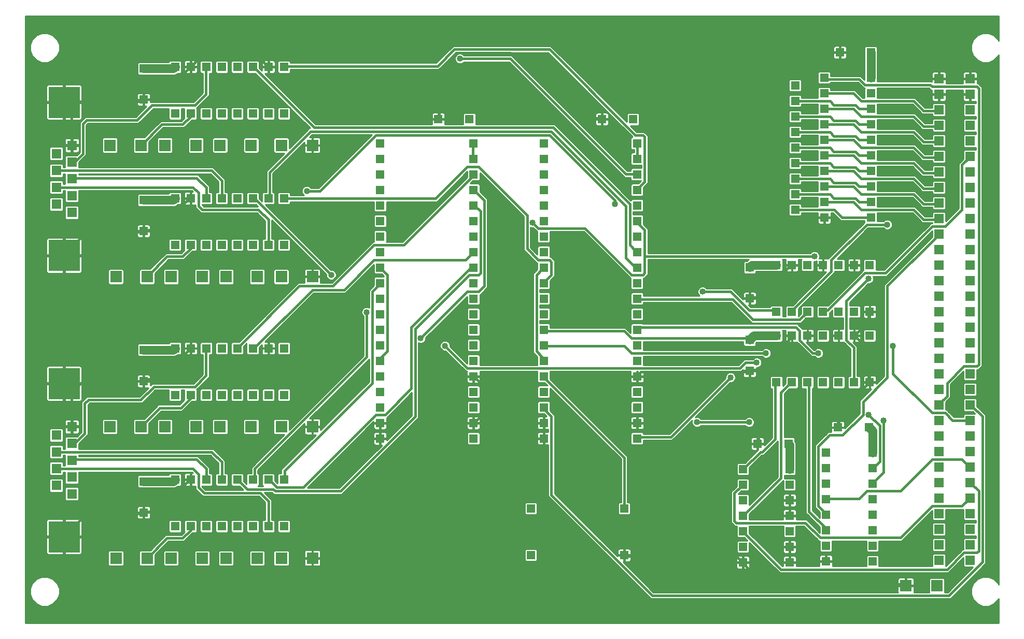
<source format=gbl>
G75*
G70*
%OFA0B0*%
%FSLAX24Y24*%
%IPPOS*%
%LPD*%
%AMOC8*
5,1,8,0,0,1.08239X$1,22.5*
%
%ADD10R,0.0560X0.0560*%
%ADD11R,0.0630X0.0630*%
%ADD12R,0.0750X0.0750*%
%ADD13R,0.0640X0.0640*%
%ADD14R,0.2000X0.2000*%
%ADD15C,0.0160*%
%ADD16C,0.0560*%
%ADD17C,0.0400*%
%ADD18C,0.0100*%
D10*
X014734Y013802D03*
X015734Y013802D03*
X016734Y013802D03*
X017734Y013802D03*
X018734Y013802D03*
X019734Y013802D03*
X020734Y013802D03*
X021734Y013802D03*
X021734Y016802D03*
X020734Y016802D03*
X019734Y016802D03*
X018734Y016802D03*
X017734Y016802D03*
X016734Y016802D03*
X015734Y016802D03*
X014734Y016802D03*
X012722Y016696D03*
X012722Y014696D03*
X014734Y022264D03*
X015734Y022264D03*
X016734Y022264D03*
X017734Y022264D03*
X018734Y022264D03*
X019734Y022264D03*
X020734Y022264D03*
X021734Y022264D03*
X021734Y025264D03*
X020734Y025264D03*
X019734Y025264D03*
X018734Y025264D03*
X017734Y025264D03*
X016734Y025264D03*
X015734Y025264D03*
X014734Y025264D03*
X012722Y025157D03*
X012722Y023157D03*
X014734Y031912D03*
X015734Y031912D03*
X016734Y031912D03*
X017734Y031912D03*
X018734Y031912D03*
X019734Y031912D03*
X020734Y031912D03*
X021734Y031912D03*
X021734Y034912D03*
X020734Y034912D03*
X019734Y034912D03*
X018734Y034912D03*
X017734Y034912D03*
X016734Y034912D03*
X015734Y034912D03*
X014734Y034912D03*
X012722Y034806D03*
X012722Y032806D03*
X014734Y040374D03*
X015734Y040374D03*
X016734Y040374D03*
X017734Y040374D03*
X018734Y040374D03*
X019734Y040374D03*
X020734Y040374D03*
X021734Y040374D03*
X021734Y043374D03*
X020734Y043374D03*
X019734Y043374D03*
X018734Y043374D03*
X017734Y043374D03*
X016734Y043374D03*
X015734Y043374D03*
X014734Y043374D03*
X012722Y043268D03*
X012722Y041268D03*
X027925Y038461D03*
X027925Y037461D03*
X027925Y036461D03*
X027925Y035461D03*
X027925Y034461D03*
X027925Y033461D03*
X027925Y032461D03*
X027925Y031461D03*
X027925Y030461D03*
X027925Y029461D03*
X027925Y028461D03*
X027925Y027461D03*
X027925Y026461D03*
X027925Y025461D03*
X027925Y024461D03*
X027925Y023461D03*
X027925Y022461D03*
X027925Y021461D03*
X027925Y020461D03*
X027925Y019461D03*
X033925Y019461D03*
X033925Y020461D03*
X033925Y021461D03*
X033925Y022461D03*
X033925Y023461D03*
X033925Y024461D03*
X033925Y025461D03*
X033925Y026461D03*
X033925Y027461D03*
X033925Y028461D03*
X033925Y029461D03*
X033925Y030461D03*
X033925Y031461D03*
X033925Y032461D03*
X033925Y033461D03*
X033925Y034461D03*
X033925Y035461D03*
X033925Y036461D03*
X033925Y037461D03*
X033925Y038461D03*
X033662Y040004D03*
X031662Y040004D03*
X038439Y038462D03*
X038439Y037462D03*
X038439Y036462D03*
X038439Y035462D03*
X038439Y034462D03*
X038439Y033462D03*
X038439Y032462D03*
X038439Y031462D03*
X038439Y030462D03*
X038439Y029462D03*
X038439Y028462D03*
X038439Y027462D03*
X038439Y026462D03*
X038439Y025462D03*
X038439Y024462D03*
X038439Y023462D03*
X038439Y022462D03*
X038439Y021462D03*
X038439Y020462D03*
X038439Y019462D03*
X037612Y014944D03*
X037612Y011944D03*
X043612Y011944D03*
X043612Y014944D03*
X044439Y019462D03*
X044439Y020462D03*
X044439Y021462D03*
X044439Y022462D03*
X044439Y023462D03*
X044439Y024462D03*
X044439Y025462D03*
X044439Y026462D03*
X044439Y027462D03*
X044439Y028462D03*
X044439Y029462D03*
X044439Y030462D03*
X044439Y031462D03*
X044439Y032462D03*
X044439Y033462D03*
X044439Y034462D03*
X044439Y035462D03*
X044439Y036462D03*
X044439Y037462D03*
X044439Y038462D03*
X044177Y040004D03*
X042177Y040004D03*
X054598Y040178D03*
X054598Y041178D03*
X054598Y042178D03*
X056473Y041678D03*
X056473Y040678D03*
X056473Y039678D03*
X056473Y038678D03*
X056473Y037678D03*
X056473Y036678D03*
X056473Y035678D03*
X056473Y034678D03*
X056473Y033678D03*
X054598Y034178D03*
X054598Y035178D03*
X054598Y036178D03*
X054598Y037178D03*
X054598Y038178D03*
X054598Y039178D03*
X056473Y042678D03*
X057473Y044303D03*
X059473Y044303D03*
X059473Y042678D03*
X059473Y041678D03*
X059473Y040678D03*
X059473Y039678D03*
X059473Y038678D03*
X059473Y037678D03*
X059473Y036678D03*
X059473Y035678D03*
X059473Y034678D03*
X059473Y033678D03*
X059395Y030621D03*
X058395Y030621D03*
X057395Y030621D03*
X056395Y030621D03*
X055395Y030621D03*
X054395Y030621D03*
X053395Y030621D03*
X051680Y030475D03*
X051680Y028475D03*
X053395Y027621D03*
X054395Y027621D03*
X055395Y027621D03*
X056395Y027621D03*
X057395Y027621D03*
X058395Y027621D03*
X059395Y027621D03*
X059395Y026075D03*
X058395Y026075D03*
X057395Y026075D03*
X056395Y026075D03*
X055395Y026075D03*
X054395Y026075D03*
X053395Y026075D03*
X051668Y025804D03*
X051668Y023804D03*
X053395Y023075D03*
X054395Y023075D03*
X055395Y023075D03*
X056395Y023075D03*
X057395Y023075D03*
X058395Y023075D03*
X059395Y023075D03*
X059354Y020167D03*
X059585Y018549D03*
X059585Y017549D03*
X059585Y016549D03*
X059585Y015549D03*
X059585Y014549D03*
X059585Y013549D03*
X059585Y012549D03*
X059585Y011549D03*
X056585Y011549D03*
X056585Y012549D03*
X056585Y013549D03*
X056585Y014549D03*
X056585Y015549D03*
X056585Y016549D03*
X056585Y017549D03*
X056585Y018549D03*
X057354Y020167D03*
X054174Y019127D03*
X054247Y017485D03*
X054247Y016485D03*
X054247Y015485D03*
X054247Y014485D03*
X054247Y013485D03*
X054247Y012485D03*
X054247Y011485D03*
X051247Y011485D03*
X051247Y012485D03*
X051247Y013485D03*
X051247Y014485D03*
X051247Y015485D03*
X051247Y016485D03*
X051247Y017485D03*
X052174Y019127D03*
D11*
X063848Y019613D03*
X063848Y018613D03*
X063848Y017613D03*
X063848Y016613D03*
X063848Y015613D03*
X063848Y014613D03*
X063848Y013613D03*
X063848Y012613D03*
X063848Y011613D03*
X065848Y011613D03*
X065848Y012613D03*
X065848Y013613D03*
X065848Y014613D03*
X065848Y015613D03*
X065848Y016613D03*
X065848Y017613D03*
X065848Y018613D03*
X065848Y019613D03*
X065848Y020613D03*
X065848Y021613D03*
X065848Y022613D03*
X065848Y023613D03*
X065848Y024613D03*
X065848Y025613D03*
X065848Y026613D03*
X065848Y027613D03*
X065848Y028613D03*
X065848Y029613D03*
X065848Y030613D03*
X065848Y031613D03*
X065848Y032613D03*
X065848Y033613D03*
X065848Y034613D03*
X065848Y035613D03*
X065848Y036613D03*
X065848Y037613D03*
X065848Y038613D03*
X065848Y039613D03*
X065848Y040613D03*
X065848Y041613D03*
X065848Y042613D03*
X063848Y042613D03*
X063848Y041613D03*
X063848Y040613D03*
X063848Y039613D03*
X063848Y038613D03*
X063848Y037613D03*
X063848Y036613D03*
X063848Y035613D03*
X063848Y034613D03*
X063848Y033613D03*
X063848Y032613D03*
X063848Y031613D03*
X063848Y030613D03*
X063848Y029613D03*
X063848Y028613D03*
X063848Y027613D03*
X063848Y026613D03*
X063848Y025613D03*
X063848Y024613D03*
X063848Y023613D03*
X063848Y022613D03*
X063848Y021613D03*
X063848Y020613D03*
D12*
X063722Y009987D03*
X061722Y009987D03*
X023564Y011759D03*
X021564Y011759D03*
X020021Y011759D03*
X018021Y011759D03*
X016478Y011759D03*
X014478Y011759D03*
X012934Y011759D03*
X010934Y011759D03*
X010541Y020220D03*
X012541Y020220D03*
X014084Y020220D03*
X016084Y020220D03*
X017627Y020220D03*
X019627Y020220D03*
X021564Y020220D03*
X023564Y020220D03*
X023564Y029869D03*
X021564Y029869D03*
X020021Y029869D03*
X018021Y029869D03*
X016478Y029869D03*
X014478Y029869D03*
X012934Y029869D03*
X010934Y029869D03*
X010541Y038331D03*
X012541Y038331D03*
X014084Y038331D03*
X016084Y038331D03*
X017627Y038331D03*
X019627Y038331D03*
X021564Y038331D03*
X023564Y038331D03*
D13*
X008104Y038328D03*
X007104Y037788D03*
X008104Y037248D03*
X007104Y036708D03*
X008104Y036168D03*
X007104Y035628D03*
X008104Y035088D03*
X007104Y034548D03*
X008104Y034008D03*
X008104Y020218D03*
X007104Y019678D03*
X008104Y019138D03*
X007104Y018598D03*
X008104Y018058D03*
X007104Y017518D03*
X008104Y016978D03*
X007104Y016438D03*
X008104Y015898D03*
D14*
X007604Y013128D03*
X007604Y022988D03*
X007604Y031238D03*
X007604Y041098D03*
D15*
X008088Y041148D01*
X008088Y038388D01*
X008104Y038328D01*
X008808Y037788D02*
X008808Y039708D01*
X009048Y039948D01*
X012288Y039948D01*
X013248Y040908D01*
X016008Y040908D01*
X016728Y041628D01*
X016728Y043368D01*
X016734Y043374D01*
X016248Y043908D02*
X020208Y043908D01*
X020688Y043428D01*
X020734Y043374D01*
X021734Y043374D02*
X021768Y043428D01*
X031608Y043428D01*
X032688Y044508D01*
X038808Y044508D01*
X044328Y038988D01*
X044808Y038988D01*
X044928Y038868D01*
X044928Y035988D01*
X044448Y035508D01*
X044439Y035462D01*
X044439Y036462D02*
X044328Y036468D01*
X043728Y036468D01*
X036288Y043908D01*
X033048Y043908D01*
X032808Y044268D02*
X031728Y043188D01*
X031728Y040068D01*
X031662Y040004D01*
X033925Y038461D02*
X033888Y038388D01*
X033888Y037548D01*
X033925Y037461D01*
X034248Y036948D02*
X033528Y036948D01*
X031488Y034908D01*
X021768Y034908D01*
X021734Y034912D01*
X020808Y035028D02*
X020734Y034912D01*
X020808Y035028D02*
X020808Y036588D01*
X023448Y039228D01*
X038928Y039228D01*
X043728Y034428D01*
X043728Y031068D01*
X044328Y030468D01*
X044439Y030462D01*
X044088Y029988D02*
X044808Y029988D01*
X044928Y030108D01*
X044928Y031188D01*
X055848Y031188D01*
X056928Y030948D02*
X056928Y030228D01*
X054408Y027708D01*
X054395Y027621D01*
X054888Y027108D02*
X055368Y027588D01*
X055395Y027621D01*
X054888Y027108D02*
X051888Y027108D01*
X050568Y028428D01*
X044448Y028428D01*
X044439Y028462D01*
X044088Y029988D02*
X041088Y032988D01*
X038088Y032988D01*
X037728Y033348D01*
X037368Y033828D02*
X037368Y031668D01*
X038088Y030948D01*
X038808Y030948D01*
X038928Y030828D01*
X038928Y029988D01*
X038448Y029508D01*
X038439Y029462D01*
X037968Y029988D02*
X038328Y030348D01*
X038439Y030462D01*
X037968Y029988D02*
X037968Y025068D01*
X038328Y024708D01*
X038328Y024468D01*
X038439Y024462D01*
X038448Y025428D02*
X038439Y025462D01*
X038448Y025428D02*
X043608Y025428D01*
X044088Y024948D01*
X052728Y024948D01*
X052128Y024348D02*
X051408Y024348D01*
X051048Y023988D01*
X033528Y023988D01*
X032088Y025428D01*
X030528Y025908D02*
X033528Y028908D01*
X034248Y028908D01*
X034608Y029268D01*
X034608Y034788D01*
X034008Y035388D01*
X033925Y035461D01*
X033888Y036348D02*
X033925Y036461D01*
X033888Y036348D02*
X029448Y031908D01*
X027528Y031908D01*
X024888Y029268D01*
X022728Y029268D01*
X018768Y025308D01*
X018734Y025264D01*
X019734Y025264D02*
X019848Y025308D01*
X023568Y029028D01*
X025608Y029028D01*
X027528Y030948D01*
X033408Y030948D01*
X033888Y031428D01*
X033925Y031461D01*
X033925Y030461D02*
X033888Y030348D01*
X033648Y030348D01*
X029928Y026628D01*
X029928Y022668D01*
X028248Y020988D01*
X027648Y020988D01*
X022968Y016308D01*
X021288Y016308D01*
X020808Y016788D01*
X020734Y016802D01*
X021048Y016188D02*
X021168Y016068D01*
X025368Y016068D01*
X030168Y020868D01*
X030168Y026508D01*
X033648Y029988D01*
X034248Y029988D01*
X034368Y030108D01*
X034368Y034068D01*
X034008Y034428D01*
X033925Y034461D01*
X034248Y036948D02*
X037368Y033828D01*
X038808Y038988D02*
X043008Y034788D01*
X043008Y034548D01*
X043968Y034548D02*
X043968Y031908D01*
X044328Y031548D01*
X044439Y031462D01*
X044928Y031188D02*
X044928Y032868D01*
X044448Y033348D01*
X044439Y033462D01*
X043968Y034548D02*
X039048Y039468D01*
X023688Y039468D01*
X019848Y043308D01*
X019734Y043374D01*
X016248Y043908D02*
X015768Y043428D01*
X015734Y043374D01*
X015648Y043308D01*
X013608Y041268D01*
X012768Y041268D01*
X012722Y041268D01*
X012648Y041148D01*
X008088Y041148D01*
X007608Y041148D01*
X007604Y041098D01*
X008808Y037788D02*
X008268Y037248D01*
X008104Y037248D01*
X007104Y036708D02*
X007104Y036708D01*
X017088Y036708D01*
X017734Y036062D01*
X017734Y034912D01*
X016734Y034912D02*
X016734Y035622D01*
X016128Y036228D01*
X008164Y036228D01*
X008104Y036168D01*
X007104Y035628D02*
X007104Y035628D01*
X015888Y035628D01*
X016248Y035268D01*
X016248Y034428D01*
X016488Y034188D01*
X020088Y034188D01*
X020734Y033542D01*
X020734Y031912D01*
X019848Y034908D02*
X024768Y029988D01*
X027408Y028908D02*
X027888Y029388D01*
X027925Y029461D01*
X028368Y029988D02*
X028008Y030348D01*
X027925Y030461D01*
X028368Y029988D02*
X028368Y025068D01*
X028008Y024708D01*
X028008Y024468D01*
X027925Y024461D01*
X027048Y024708D02*
X027048Y027588D01*
X027408Y028908D02*
X027408Y023028D01*
X021768Y017388D01*
X021768Y016908D01*
X021734Y016802D01*
X021048Y016188D02*
X019368Y016188D01*
X018768Y016788D01*
X018734Y016802D01*
X019734Y016802D02*
X019848Y016908D01*
X019848Y017508D01*
X027048Y024708D01*
X033925Y023461D02*
X034008Y023388D01*
X034368Y023028D01*
X034368Y020868D01*
X034008Y020508D01*
X033925Y020461D01*
X038448Y021348D02*
X038928Y020868D01*
X038928Y015828D01*
X045408Y009348D01*
X064488Y009348D01*
X066648Y011508D01*
X066648Y020868D01*
X065928Y021588D01*
X065848Y021613D01*
X065808Y020628D02*
X064728Y020628D01*
X064248Y021108D01*
X063408Y021108D01*
X060888Y023628D01*
X060888Y025428D01*
X059328Y025188D02*
X058488Y026028D01*
X058395Y026075D01*
X058488Y026148D01*
X059328Y026988D01*
X059328Y027588D01*
X059395Y027621D01*
X057888Y028308D02*
X059328Y029748D01*
X059088Y030108D02*
X060408Y030108D01*
X063408Y033108D01*
X064248Y033108D01*
X065328Y034188D01*
X065328Y037068D01*
X065808Y037548D01*
X065848Y037613D01*
X063848Y037553D02*
X063848Y037613D01*
X063848Y037553D02*
X062848Y037553D01*
X062223Y038178D01*
X058848Y038178D01*
X058348Y038678D01*
X056473Y038678D01*
X056843Y038178D02*
X054598Y038178D01*
X054598Y037178D02*
X056843Y037178D01*
X057093Y036928D01*
X058473Y036928D01*
X058723Y036678D01*
X059473Y036678D01*
X058848Y036178D02*
X062223Y036178D01*
X062848Y035553D01*
X063848Y035553D01*
X063848Y035613D01*
X063848Y036553D02*
X062848Y036553D01*
X062223Y037178D01*
X058848Y037178D01*
X058348Y037678D01*
X056473Y037678D01*
X056843Y038178D02*
X057093Y037928D01*
X058473Y037928D01*
X058723Y037678D01*
X059473Y037678D01*
X059473Y038678D02*
X058723Y038678D01*
X058473Y038928D01*
X057093Y038928D01*
X056843Y039178D01*
X054598Y039178D01*
X054598Y040178D02*
X056843Y040178D01*
X057093Y039928D01*
X058473Y039928D01*
X058723Y039678D01*
X059473Y039678D01*
X058848Y039178D02*
X062223Y039178D01*
X062848Y038553D01*
X063848Y038553D01*
X063848Y038613D01*
X063848Y039553D02*
X062848Y039553D01*
X062223Y040178D01*
X058848Y040178D01*
X058348Y040678D01*
X056473Y040678D01*
X056843Y041178D02*
X054598Y041178D01*
X056473Y041678D02*
X058348Y041678D01*
X058848Y041178D01*
X062223Y041178D01*
X062848Y040553D01*
X063848Y040553D01*
X063848Y040613D01*
X063848Y039613D02*
X063848Y039553D01*
X063408Y042108D02*
X066288Y042108D01*
X066408Y041988D01*
X066408Y024228D01*
X066288Y024108D01*
X065448Y024108D01*
X064368Y023028D01*
X064368Y022188D01*
X063888Y021708D01*
X063848Y021613D01*
X065808Y020628D02*
X065848Y020613D01*
X065328Y018108D02*
X063408Y018108D01*
X061368Y016068D01*
X059208Y016068D01*
X058728Y015588D01*
X056688Y015588D01*
X056585Y015549D01*
X056088Y015108D02*
X056088Y018948D01*
X056808Y019668D01*
X057648Y019668D01*
X058968Y020988D01*
X058968Y021828D01*
X060528Y023388D01*
X060528Y029268D01*
X063768Y032508D01*
X063848Y032613D01*
X063848Y033553D02*
X062848Y033553D01*
X062223Y034178D01*
X058848Y034178D01*
X058348Y034678D01*
X056473Y034678D01*
X056843Y035178D02*
X054598Y035178D01*
X054598Y034178D02*
X057098Y034178D01*
X057598Y033678D01*
X059473Y033678D01*
X059208Y033228D02*
X060528Y033228D01*
X059208Y033228D02*
X056928Y030948D01*
X059088Y030108D02*
X056688Y027708D01*
X056448Y027708D01*
X056395Y027621D01*
X057888Y028308D02*
X057888Y025788D01*
X058368Y025308D01*
X058368Y023148D01*
X058395Y023075D01*
X059328Y023028D02*
X059395Y023075D01*
X059328Y023148D01*
X059328Y025188D01*
X059328Y023028D02*
X057408Y021108D01*
X057408Y020268D01*
X057354Y020167D01*
X059328Y020988D02*
X060048Y020268D01*
X060048Y017988D01*
X059688Y017628D01*
X059585Y017549D01*
X060288Y017268D02*
X060288Y020628D01*
X055488Y023028D02*
X055395Y023075D01*
X055488Y023028D02*
X055488Y014748D01*
X056568Y013668D01*
X056585Y013549D01*
X056208Y013068D02*
X061368Y013068D01*
X063408Y015108D01*
X065328Y015108D01*
X065808Y015588D01*
X065848Y015613D01*
X066408Y016068D02*
X065928Y016548D01*
X065848Y016613D01*
X066408Y016068D02*
X066408Y012228D01*
X066288Y012108D01*
X065448Y012108D01*
X064368Y011028D01*
X053688Y011028D01*
X051288Y013428D01*
X051247Y013485D01*
X050808Y014028D02*
X055248Y014028D01*
X056208Y013068D01*
X056585Y014549D02*
X056568Y014628D01*
X056088Y015108D01*
X053688Y016908D02*
X053688Y022428D01*
X054288Y023028D01*
X054395Y023075D01*
X053395Y023075D02*
X053328Y023028D01*
X053328Y019428D01*
X052488Y018588D01*
X052368Y018588D01*
X051288Y017508D01*
X051247Y017485D01*
X051247Y016485D02*
X051168Y016428D01*
X050688Y015948D01*
X050688Y014148D01*
X050808Y014028D01*
X051247Y014485D02*
X051288Y014508D01*
X053688Y016908D01*
X052174Y019127D02*
X052248Y019188D01*
X052248Y023868D01*
X054408Y026028D01*
X054395Y026075D01*
X054888Y025788D02*
X054888Y026388D01*
X054648Y026628D01*
X044568Y026628D01*
X044448Y026508D01*
X044439Y026462D01*
X044088Y025908D02*
X051408Y025908D01*
X051668Y025804D01*
X051768Y023868D02*
X051668Y023804D01*
X051648Y023748D01*
X044688Y023748D01*
X044448Y023508D01*
X044439Y023462D01*
X044088Y025908D02*
X043608Y026388D01*
X038448Y026388D01*
X038439Y026462D01*
X038439Y023462D02*
X038448Y023388D01*
X043608Y018228D01*
X043608Y014988D01*
X043612Y014944D01*
X043612Y011944D02*
X043728Y011868D01*
X050808Y011868D01*
X051168Y011508D01*
X051247Y011485D01*
X051288Y011388D01*
X052608Y010068D01*
X061608Y010068D01*
X061722Y009987D01*
X059585Y016549D02*
X059688Y016668D01*
X060288Y017268D01*
X065328Y018108D02*
X065808Y017628D01*
X065848Y017613D01*
X056088Y024948D02*
X055728Y024948D01*
X054888Y025788D01*
X053395Y027621D02*
X053328Y027708D01*
X051648Y027708D01*
X050448Y028908D01*
X048648Y028908D01*
X051680Y028475D02*
X051768Y028548D01*
X052248Y028548D01*
X054288Y030588D01*
X054395Y030621D01*
X058473Y034928D02*
X058723Y034678D01*
X059473Y034678D01*
X058848Y035178D02*
X062223Y035178D01*
X062848Y034553D01*
X063848Y034553D01*
X063848Y034613D01*
X063848Y033613D02*
X063848Y033553D01*
X063848Y036553D02*
X063848Y036613D01*
X059473Y035678D02*
X058723Y035678D01*
X058473Y035928D01*
X057093Y035928D01*
X056843Y036178D01*
X054598Y036178D01*
X056473Y035678D02*
X058348Y035678D01*
X058848Y035178D01*
X058473Y034928D02*
X057093Y034928D01*
X056843Y035178D01*
X058348Y036678D02*
X058848Y036178D01*
X058348Y036678D02*
X056473Y036678D01*
X058848Y039178D02*
X058348Y039678D01*
X056473Y039678D01*
X057093Y040928D02*
X056843Y041178D01*
X057093Y040928D02*
X058473Y040928D01*
X058723Y040678D01*
X059473Y040678D01*
X059088Y042228D02*
X063288Y042228D01*
X063408Y042108D01*
X059088Y042228D02*
X058728Y042588D01*
X056568Y042588D01*
X056473Y042678D01*
X044439Y038462D02*
X044448Y038388D01*
X044448Y037548D01*
X044439Y037462D01*
X042177Y040004D02*
X042168Y040068D01*
X040488Y040068D01*
X036288Y044268D01*
X032808Y044268D01*
X027648Y038988D02*
X038808Y038988D01*
X027648Y038988D02*
X024048Y035388D01*
X023208Y035388D01*
X019848Y034908D02*
X019734Y034912D01*
X015734Y034912D02*
X015648Y034908D01*
X013608Y032868D01*
X012768Y032868D01*
X012722Y032806D01*
X012648Y032748D01*
X009048Y032748D01*
X007608Y031308D01*
X007604Y031238D01*
X007608Y031188D01*
X007608Y023028D01*
X007604Y022988D01*
X008088Y022428D01*
X008808Y023148D01*
X012648Y023148D01*
X012722Y023157D01*
X012768Y023268D01*
X013728Y023268D01*
X015648Y025188D01*
X015734Y025264D01*
X016728Y025258D02*
X016734Y025264D01*
X016728Y025258D02*
X016728Y023508D01*
X016008Y022788D01*
X013368Y022788D01*
X012528Y021948D01*
X009168Y021948D01*
X008928Y021708D01*
X008928Y019788D01*
X008278Y019138D01*
X008104Y019138D01*
X007114Y018588D02*
X007104Y018598D01*
X007114Y018588D02*
X017088Y018588D01*
X017734Y017942D01*
X017734Y016802D01*
X016734Y016802D02*
X016734Y017502D01*
X016128Y018108D01*
X008154Y018108D01*
X008104Y018058D01*
X007114Y017508D02*
X007104Y017518D01*
X007114Y017508D02*
X015888Y017508D01*
X016248Y017148D01*
X016248Y016308D01*
X016608Y015948D01*
X020208Y015948D01*
X020734Y015422D01*
X020734Y013802D01*
X015734Y013802D02*
X015734Y013564D01*
X015223Y013053D01*
X014229Y013053D01*
X012934Y011759D01*
X012648Y014628D02*
X012722Y014696D01*
X012768Y014748D01*
X013608Y014748D01*
X015648Y016788D01*
X015734Y016802D01*
X012648Y014628D02*
X009048Y014628D01*
X007608Y013188D01*
X007604Y013128D01*
X008104Y020218D02*
X008088Y020268D01*
X008088Y022428D01*
X007608Y022908D01*
X007604Y022988D01*
X012541Y020220D02*
X013748Y021428D01*
X015098Y021428D01*
X015734Y022064D01*
X015734Y022264D01*
X012934Y029869D02*
X012973Y029907D01*
X012973Y029928D01*
X014223Y031178D01*
X015223Y031178D01*
X015734Y031689D01*
X015734Y031912D01*
X012541Y038331D02*
X013888Y039678D01*
X015223Y039678D01*
X015734Y040189D01*
X015734Y040374D01*
X038439Y021462D02*
X038448Y021348D01*
X044448Y019548D02*
X044439Y019462D01*
X044448Y019548D02*
X046608Y019548D01*
X050448Y023388D01*
X051768Y023868D02*
X052248Y023868D01*
X051648Y020508D02*
X048288Y020508D01*
D16*
X054174Y019127D02*
X054247Y019053D01*
X054247Y017485D01*
X059585Y018549D02*
X059585Y019936D01*
X059354Y020167D01*
X053395Y026075D02*
X051938Y026075D01*
X051668Y025804D01*
X051680Y030475D02*
X051825Y030621D01*
X053395Y030621D01*
X059473Y042678D02*
X059473Y044303D01*
X014734Y043374D02*
X014627Y043268D01*
X012722Y043268D01*
X012722Y034806D02*
X014627Y034806D01*
X014734Y034912D01*
X014734Y025264D02*
X014627Y025157D01*
X012722Y025157D01*
X012722Y016696D02*
X014627Y016696D01*
X014734Y016802D01*
D17*
X027048Y027588D03*
X024768Y029988D03*
X030528Y025908D03*
X032088Y025428D03*
X037728Y033348D03*
X043008Y034548D03*
X048648Y028908D03*
X052728Y024948D03*
X052128Y024348D03*
X050448Y023388D03*
X051648Y020508D03*
X048288Y020508D03*
X056088Y024948D03*
X060888Y025428D03*
X059328Y029748D03*
X055848Y031188D03*
X060528Y033228D03*
X059328Y020988D03*
X060288Y020628D03*
X033048Y043908D03*
X023208Y035388D03*
D18*
X005098Y046648D02*
X005098Y007578D01*
X067690Y007578D01*
X067690Y009164D01*
X067653Y009075D01*
X067386Y008808D01*
X067037Y008663D01*
X066659Y008663D01*
X066310Y008808D01*
X006886Y008808D01*
X007153Y009075D01*
X007298Y009424D01*
X007298Y009802D01*
X007153Y010151D01*
X006886Y010418D01*
X006537Y010563D01*
X006159Y010563D01*
X005810Y010418D01*
X005542Y010151D01*
X005398Y009802D01*
X005398Y009424D01*
X005542Y009075D01*
X005810Y008808D01*
X005098Y008808D01*
X005098Y008906D02*
X005711Y008906D01*
X005810Y008808D02*
X006159Y008663D01*
X006537Y008663D01*
X006886Y008808D01*
X006984Y008906D02*
X066211Y008906D01*
X066113Y009005D02*
X007083Y009005D01*
X007165Y009103D02*
X066031Y009103D01*
X066042Y009075D02*
X066310Y008808D01*
X066548Y008709D02*
X006648Y008709D01*
X006048Y008709D02*
X005098Y008709D01*
X005098Y008611D02*
X067690Y008611D01*
X067690Y008709D02*
X067148Y008709D01*
X067386Y008808D02*
X067690Y008808D01*
X067690Y008906D02*
X067484Y008906D01*
X067583Y009005D02*
X067690Y009005D01*
X067690Y009103D02*
X067665Y009103D01*
X067690Y008512D02*
X005098Y008512D01*
X005098Y008413D02*
X067690Y008413D01*
X067690Y008315D02*
X005098Y008315D01*
X005098Y008216D02*
X067690Y008216D01*
X067690Y008118D02*
X005098Y008118D01*
X005098Y008019D02*
X067690Y008019D01*
X067690Y007921D02*
X005098Y007921D01*
X005098Y007822D02*
X067690Y007822D01*
X067690Y007724D02*
X005098Y007724D01*
X005098Y007625D02*
X067690Y007625D01*
X066042Y009075D02*
X065898Y009424D01*
X065898Y009802D01*
X066042Y010151D01*
X066310Y010418D01*
X066659Y010563D01*
X067037Y010563D01*
X067386Y010418D01*
X067653Y010151D01*
X067690Y010062D01*
X067690Y044164D01*
X067653Y044075D01*
X067386Y043808D01*
X067037Y043663D01*
X066659Y043663D01*
X066310Y043808D01*
X066042Y044075D01*
X065898Y044424D01*
X065898Y044802D01*
X066042Y045151D01*
X066310Y045418D01*
X066659Y045563D01*
X067037Y045563D01*
X067386Y045418D01*
X067653Y045151D01*
X067690Y045062D01*
X067690Y046648D01*
X005098Y046648D01*
X005098Y046550D02*
X067690Y046550D01*
X067690Y046451D02*
X005098Y046451D01*
X005098Y046353D02*
X067690Y046353D01*
X067690Y046254D02*
X005098Y046254D01*
X005098Y046156D02*
X067690Y046156D01*
X067690Y046057D02*
X005098Y046057D01*
X005098Y045958D02*
X067690Y045958D01*
X067690Y045860D02*
X005098Y045860D01*
X005098Y045761D02*
X067690Y045761D01*
X067690Y045663D02*
X005098Y045663D01*
X005098Y045564D02*
X067690Y045564D01*
X067690Y045466D02*
X067272Y045466D01*
X067437Y045367D02*
X067690Y045367D01*
X067690Y045269D02*
X067536Y045269D01*
X067634Y045170D02*
X067690Y045170D01*
X067686Y045072D02*
X067690Y045072D01*
X067658Y044086D02*
X067690Y044086D01*
X067690Y043988D02*
X067566Y043988D01*
X067467Y043889D02*
X067690Y043889D01*
X067690Y043791D02*
X067345Y043791D01*
X067107Y043692D02*
X067690Y043692D01*
X067690Y043593D02*
X059883Y043593D01*
X059883Y043495D02*
X067690Y043495D01*
X067690Y043396D02*
X059883Y043396D01*
X059883Y043298D02*
X067690Y043298D01*
X067690Y043199D02*
X059883Y043199D01*
X059883Y043101D02*
X067690Y043101D01*
X067690Y043002D02*
X066293Y043002D01*
X066303Y042986D02*
X066283Y043020D01*
X066255Y043048D01*
X066221Y043068D01*
X066183Y043078D01*
X065888Y043078D01*
X065888Y042653D01*
X066313Y042653D01*
X066313Y042948D01*
X066303Y042986D01*
X066313Y042904D02*
X067690Y042904D01*
X067690Y042805D02*
X066313Y042805D01*
X066313Y042707D02*
X067690Y042707D01*
X067690Y042608D02*
X065888Y042608D01*
X065888Y042573D02*
X065888Y042653D01*
X065808Y042653D01*
X065808Y043078D01*
X065513Y043078D01*
X065475Y043068D01*
X065441Y043048D01*
X065413Y043020D01*
X065393Y042986D01*
X065383Y042948D01*
X065383Y042653D01*
X065808Y042653D01*
X065808Y042573D01*
X065383Y042573D01*
X065383Y042318D01*
X064313Y042318D01*
X064313Y042573D01*
X063888Y042573D01*
X063888Y042653D01*
X064313Y042653D01*
X064313Y042948D01*
X064303Y042986D01*
X064283Y043020D01*
X064255Y043048D01*
X064221Y043068D01*
X064183Y043078D01*
X063888Y043078D01*
X063888Y042653D01*
X063808Y042653D01*
X063808Y043078D01*
X063513Y043078D01*
X063475Y043068D01*
X063441Y043048D01*
X063413Y043020D01*
X063393Y042986D01*
X063383Y042948D01*
X063383Y042653D01*
X063808Y042653D01*
X063808Y042573D01*
X063383Y042573D01*
X063383Y042430D01*
X063375Y042438D01*
X059883Y042438D01*
X059883Y043012D01*
X059883Y044385D01*
X059883Y044637D01*
X059807Y044713D01*
X059554Y044713D01*
X059391Y044713D01*
X059139Y044713D01*
X059063Y044637D01*
X059063Y044385D01*
X059063Y043012D01*
X059063Y042550D01*
X058815Y042798D01*
X058641Y042798D01*
X056883Y042798D01*
X056883Y043012D01*
X056807Y043088D01*
X056139Y043088D01*
X056063Y043012D01*
X056063Y042344D01*
X056139Y042268D01*
X056807Y042268D01*
X056883Y042344D01*
X056883Y042378D01*
X058641Y042378D01*
X058878Y042141D01*
X059001Y042018D01*
X059069Y042018D01*
X059063Y042012D01*
X059063Y041388D01*
X058935Y041388D01*
X058435Y041888D01*
X058261Y041888D01*
X056883Y041888D01*
X056883Y042012D01*
X056807Y042088D01*
X056139Y042088D01*
X056063Y042012D01*
X056063Y041388D01*
X055008Y041388D01*
X055008Y041512D01*
X054932Y041588D01*
X054264Y041588D01*
X054188Y041512D01*
X054188Y040844D01*
X054264Y040768D01*
X054932Y040768D01*
X055008Y040844D01*
X055008Y040968D01*
X056063Y040968D01*
X056063Y040388D01*
X055008Y040388D01*
X055008Y040512D01*
X054932Y040588D01*
X054264Y040588D01*
X054188Y040512D01*
X054188Y039844D01*
X054264Y039768D01*
X054932Y039768D01*
X055008Y039844D01*
X055008Y039968D01*
X056063Y039968D01*
X056063Y039388D01*
X055008Y039388D01*
X055008Y039512D01*
X054932Y039588D01*
X054264Y039588D01*
X054188Y039512D01*
X054188Y038844D01*
X054264Y038768D01*
X054932Y038768D01*
X055008Y038844D01*
X055008Y038968D01*
X056063Y038968D01*
X056063Y038388D01*
X055008Y038388D01*
X055008Y038512D01*
X054932Y038588D01*
X054264Y038588D01*
X054188Y038512D01*
X054188Y037844D01*
X054264Y037768D01*
X054932Y037768D01*
X055008Y037844D01*
X055008Y037968D01*
X056063Y037968D01*
X056063Y037388D01*
X055008Y037388D01*
X055008Y037512D01*
X054932Y037588D01*
X054264Y037588D01*
X054188Y037512D01*
X054188Y036844D01*
X054264Y036768D01*
X054932Y036768D01*
X055008Y036844D01*
X055008Y036968D01*
X056063Y036968D01*
X056063Y036388D01*
X055008Y036388D01*
X055008Y036512D01*
X054932Y036588D01*
X054264Y036588D01*
X054188Y036512D01*
X054188Y035844D01*
X054264Y035768D01*
X054932Y035768D01*
X055008Y035844D01*
X055008Y035968D01*
X056063Y035968D01*
X056063Y035388D01*
X055008Y035388D01*
X055008Y035512D01*
X054932Y035588D01*
X054264Y035588D01*
X054188Y035512D01*
X054188Y034844D01*
X054264Y034768D01*
X054932Y034768D01*
X055008Y034844D01*
X055008Y034968D01*
X056063Y034968D01*
X056063Y034388D01*
X055008Y034388D01*
X055008Y034512D01*
X054932Y034588D01*
X054264Y034588D01*
X054188Y034512D01*
X054188Y033844D01*
X054264Y033768D01*
X054932Y033768D01*
X055008Y033844D01*
X055008Y033968D01*
X056043Y033968D01*
X056043Y033708D01*
X056443Y033708D01*
X056443Y033648D01*
X056503Y033648D01*
X056503Y033708D01*
X056903Y033708D01*
X056903Y033968D01*
X057011Y033968D01*
X057511Y033468D01*
X057685Y033468D01*
X059063Y033468D01*
X059063Y033380D01*
X058998Y033315D01*
X056726Y031043D01*
X056695Y031051D01*
X056425Y031051D01*
X056425Y030651D01*
X056365Y030651D01*
X056365Y030591D01*
X055965Y030591D01*
X055965Y030321D01*
X055975Y030283D01*
X055995Y030249D01*
X056023Y030221D01*
X056057Y030201D01*
X056095Y030191D01*
X056365Y030191D01*
X056365Y030591D01*
X056425Y030591D01*
X056425Y030191D01*
X056594Y030191D01*
X054434Y028031D01*
X054061Y028031D01*
X053985Y027955D01*
X053985Y027318D01*
X053805Y027318D01*
X053805Y027955D01*
X053729Y028031D01*
X053061Y028031D01*
X052985Y027955D01*
X052985Y027918D01*
X051735Y027918D01*
X051607Y028045D01*
X051650Y028045D01*
X051650Y028445D01*
X051710Y028445D01*
X051710Y028505D01*
X052110Y028505D01*
X052110Y028775D01*
X052099Y028813D01*
X052080Y028848D01*
X052052Y028875D01*
X052017Y028895D01*
X051979Y028905D01*
X051710Y028905D01*
X051710Y028506D01*
X051650Y028506D01*
X051650Y028905D01*
X051380Y028905D01*
X051342Y028895D01*
X051307Y028875D01*
X051280Y028848D01*
X051260Y028813D01*
X051250Y028775D01*
X051250Y028505D01*
X051649Y028505D01*
X051649Y028445D01*
X051250Y028445D01*
X051250Y028403D01*
X050535Y029118D01*
X050361Y029118D01*
X048905Y029118D01*
X048835Y029188D01*
X048714Y029238D01*
X048582Y029238D01*
X048461Y029188D01*
X048368Y029095D01*
X048318Y028974D01*
X048318Y028842D01*
X048368Y028721D01*
X048451Y028638D01*
X044849Y028638D01*
X044849Y028795D01*
X044773Y028871D01*
X044106Y028871D01*
X044029Y028795D01*
X044029Y028128D01*
X044106Y028052D01*
X044773Y028052D01*
X044849Y028128D01*
X044849Y028218D01*
X050481Y028218D01*
X051678Y027021D01*
X051801Y026898D01*
X054801Y026898D01*
X054975Y026898D01*
X055288Y027211D01*
X055729Y027211D01*
X055805Y027287D01*
X055805Y027955D01*
X055729Y028031D01*
X055061Y028031D01*
X054985Y027955D01*
X054985Y027502D01*
X054805Y027322D01*
X054805Y027808D01*
X057015Y030018D01*
X057138Y030141D01*
X057138Y030211D01*
X057729Y030211D01*
X057805Y030287D01*
X057805Y030955D01*
X057729Y031031D01*
X057308Y031031D01*
X059295Y033018D01*
X060271Y033018D01*
X060341Y032948D01*
X060462Y032898D01*
X060594Y032898D01*
X060715Y032948D01*
X060808Y033041D01*
X060858Y033162D01*
X060858Y033294D01*
X060808Y033415D01*
X060715Y033508D01*
X060594Y033558D01*
X060462Y033558D01*
X060341Y033508D01*
X060271Y033438D01*
X059883Y033438D01*
X059883Y033968D01*
X062136Y033968D01*
X062638Y033466D01*
X062761Y033343D01*
X063403Y033343D01*
X063403Y033318D01*
X063321Y033318D01*
X063198Y033195D01*
X060321Y030318D01*
X059805Y030318D01*
X059805Y030955D01*
X059729Y031031D01*
X059061Y031031D01*
X058985Y030955D01*
X058985Y030302D01*
X058878Y030195D01*
X056714Y028031D01*
X056061Y028031D01*
X055985Y027955D01*
X055985Y027287D01*
X056061Y027211D01*
X056729Y027211D01*
X056805Y027287D01*
X056805Y027528D01*
X056985Y027708D01*
X056985Y027287D01*
X057061Y027211D01*
X057678Y027211D01*
X057678Y026505D01*
X057425Y026505D01*
X057425Y026105D01*
X057365Y026105D01*
X057365Y026505D01*
X057095Y026505D01*
X057057Y026495D01*
X057023Y026475D01*
X056995Y026447D01*
X056975Y026413D01*
X056965Y026375D01*
X056965Y026105D01*
X057365Y026105D01*
X057365Y026045D01*
X056965Y026045D01*
X056965Y025775D01*
X056975Y025737D01*
X056995Y025703D01*
X057023Y025675D01*
X057057Y025655D01*
X057095Y025645D01*
X057365Y025645D01*
X057365Y026045D01*
X057425Y026045D01*
X057425Y025645D01*
X057695Y025645D01*
X057726Y025653D01*
X057801Y025578D01*
X058158Y025221D01*
X058158Y023485D01*
X058061Y023485D01*
X057985Y023409D01*
X057985Y022741D01*
X058061Y022665D01*
X058729Y022665D01*
X058805Y022741D01*
X058805Y023409D01*
X058729Y023485D01*
X058578Y023485D01*
X058578Y025221D01*
X058578Y025395D01*
X058328Y025645D01*
X058365Y025645D01*
X058365Y026045D01*
X058425Y026045D01*
X058425Y026105D01*
X058365Y026105D01*
X058365Y026505D01*
X058098Y026505D01*
X058098Y027211D01*
X058729Y027211D01*
X058805Y027287D01*
X058805Y027955D01*
X058729Y028031D01*
X058098Y028031D01*
X058098Y028221D01*
X059295Y029418D01*
X059394Y029418D01*
X059515Y029468D01*
X059608Y029561D01*
X059658Y029682D01*
X059658Y029814D01*
X059623Y029898D01*
X060321Y029898D01*
X060495Y029898D01*
X063403Y032806D01*
X063403Y032440D01*
X060318Y029355D01*
X060318Y029181D01*
X060318Y023475D01*
X059825Y022982D01*
X059825Y023045D01*
X059425Y023045D01*
X059425Y022645D01*
X059488Y022645D01*
X058758Y021915D01*
X058758Y021741D01*
X058758Y021075D01*
X057784Y020101D01*
X057784Y020137D01*
X057384Y020137D01*
X057384Y020197D01*
X057784Y020197D01*
X057784Y020467D01*
X057774Y020505D01*
X057754Y020539D01*
X057726Y020567D01*
X057692Y020587D01*
X057654Y020597D01*
X057384Y020597D01*
X057384Y020197D01*
X057324Y020197D01*
X057324Y020137D01*
X056924Y020137D01*
X056924Y019878D01*
X056721Y019878D01*
X056598Y019755D01*
X055878Y019035D01*
X055878Y018861D01*
X055878Y015021D01*
X056001Y014898D01*
X056175Y014724D01*
X056175Y014358D01*
X055698Y014835D01*
X055698Y022665D01*
X055729Y022665D01*
X055805Y022741D01*
X055805Y023409D01*
X055729Y023485D01*
X055061Y023485D01*
X054985Y023409D01*
X054985Y022741D01*
X055061Y022665D01*
X055278Y022665D01*
X055278Y014661D01*
X055401Y014538D01*
X056175Y013764D01*
X056175Y013398D01*
X055335Y014238D01*
X055161Y014238D01*
X054677Y014238D01*
X054677Y014455D01*
X054278Y014455D01*
X054278Y014515D01*
X054677Y014515D01*
X054677Y014785D01*
X054667Y014823D01*
X054647Y014857D01*
X054620Y014885D01*
X054585Y014905D01*
X054547Y014915D01*
X054277Y014915D01*
X054277Y014515D01*
X054217Y014515D01*
X054217Y014455D01*
X053817Y014455D01*
X053817Y014238D01*
X051657Y014238D01*
X051657Y014581D01*
X053775Y016698D01*
X053837Y016761D01*
X053837Y016151D01*
X053914Y016075D01*
X054581Y016075D01*
X054657Y016151D01*
X054657Y016819D01*
X054581Y016895D01*
X053914Y016895D01*
X053898Y016879D01*
X053898Y017091D01*
X053914Y017075D01*
X054166Y017075D01*
X054329Y017075D01*
X054581Y017075D01*
X054657Y017151D01*
X054657Y017404D01*
X054657Y018971D01*
X054657Y019135D01*
X054595Y019285D01*
X054584Y019297D01*
X054584Y019461D01*
X054507Y019537D01*
X054255Y019537D01*
X054092Y019537D01*
X053898Y019537D01*
X053898Y022341D01*
X054222Y022665D01*
X054729Y022665D01*
X054805Y022741D01*
X054805Y023409D01*
X054729Y023485D01*
X054061Y023485D01*
X053985Y023409D01*
X053985Y023022D01*
X053805Y022842D01*
X053805Y023409D01*
X053729Y023485D01*
X053061Y023485D01*
X052985Y023409D01*
X052985Y022741D01*
X053061Y022665D01*
X053118Y022665D01*
X053118Y019515D01*
X052604Y019001D01*
X052604Y019097D01*
X052204Y019097D01*
X052204Y019157D01*
X052604Y019157D01*
X052604Y019427D01*
X052593Y019465D01*
X052574Y019499D01*
X052546Y019527D01*
X052512Y019547D01*
X052473Y019557D01*
X052204Y019557D01*
X052204Y019157D01*
X052144Y019157D01*
X052144Y019557D01*
X051874Y019557D01*
X051836Y019547D01*
X051802Y019527D01*
X051774Y019499D01*
X051754Y019465D01*
X051744Y019427D01*
X051744Y019157D01*
X052143Y019157D01*
X052143Y019097D01*
X051744Y019097D01*
X051744Y018827D01*
X051754Y018789D01*
X051774Y018755D01*
X051802Y018727D01*
X051836Y018707D01*
X051874Y018697D01*
X052144Y018697D01*
X052144Y019097D01*
X052204Y019097D01*
X052204Y018721D01*
X052158Y018675D01*
X051378Y017895D01*
X050914Y017895D01*
X050837Y017819D01*
X050837Y017151D01*
X050914Y017075D01*
X051581Y017075D01*
X051657Y017151D01*
X051657Y017581D01*
X052455Y018378D01*
X052575Y018378D01*
X053415Y019218D01*
X053478Y019281D01*
X053478Y016995D01*
X051657Y015175D01*
X051657Y015819D01*
X051581Y015895D01*
X050932Y015895D01*
X051112Y016075D01*
X051581Y016075D01*
X051657Y016151D01*
X051657Y016819D01*
X051581Y016895D01*
X050914Y016895D01*
X050837Y016819D01*
X050837Y016395D01*
X050601Y016158D01*
X050478Y016035D01*
X050478Y014235D01*
X050478Y014061D01*
X050598Y013941D01*
X050721Y013818D01*
X050837Y013818D01*
X050837Y013151D01*
X050914Y013075D01*
X051344Y013075D01*
X051524Y012895D01*
X050914Y012895D01*
X050837Y012819D01*
X050837Y012151D01*
X050914Y012075D01*
X051581Y012075D01*
X051657Y012151D01*
X051657Y012761D01*
X053478Y010941D01*
X053601Y010818D01*
X064281Y010818D01*
X064455Y010818D01*
X065403Y011766D01*
X065403Y011244D01*
X065479Y011168D01*
X066011Y011168D01*
X064401Y009558D01*
X064227Y009558D01*
X064227Y010416D01*
X064151Y010492D01*
X063293Y010492D01*
X063217Y010416D01*
X063217Y009558D01*
X062238Y009558D01*
X062247Y009592D01*
X062247Y009957D01*
X061752Y009957D01*
X061752Y010017D01*
X062247Y010017D01*
X062247Y010382D01*
X062237Y010420D01*
X062217Y010454D01*
X062189Y010482D01*
X062155Y010502D01*
X062117Y010512D01*
X061752Y010512D01*
X061752Y010017D01*
X061692Y010017D01*
X061692Y010512D01*
X061327Y010512D01*
X061289Y010502D01*
X061255Y010482D01*
X061227Y010454D01*
X061207Y010420D01*
X061197Y010382D01*
X061197Y010017D01*
X061692Y010017D01*
X061692Y009957D01*
X061197Y009957D01*
X061197Y009592D01*
X061206Y009558D01*
X045495Y009558D01*
X043539Y011514D01*
X043582Y011514D01*
X043582Y011914D01*
X043642Y011914D01*
X043642Y011974D01*
X044042Y011974D01*
X044042Y012244D01*
X044031Y012282D01*
X044012Y012316D01*
X043984Y012344D01*
X043950Y012364D01*
X043911Y012374D01*
X043642Y012374D01*
X043642Y011974D01*
X043582Y011974D01*
X043582Y012374D01*
X043312Y012374D01*
X043274Y012364D01*
X043240Y012344D01*
X043212Y012316D01*
X043192Y012282D01*
X043182Y012244D01*
X043182Y011974D01*
X043581Y011974D01*
X043581Y011914D01*
X043182Y011914D01*
X043182Y011871D01*
X039138Y015915D01*
X039138Y020781D01*
X039138Y020955D01*
X038849Y021243D01*
X038849Y021795D01*
X038773Y021871D01*
X038106Y021871D01*
X038029Y021795D01*
X038029Y021128D01*
X038106Y021052D01*
X038447Y021052D01*
X038607Y020891D01*
X038469Y020891D01*
X038469Y020492D01*
X038409Y020492D01*
X038409Y020891D01*
X038140Y020891D01*
X038101Y020881D01*
X038067Y020862D01*
X038039Y020834D01*
X038020Y020799D01*
X038009Y020761D01*
X038009Y020492D01*
X038409Y020492D01*
X038409Y020431D01*
X038469Y020431D01*
X038469Y020032D01*
X038718Y020032D01*
X038718Y019891D01*
X038469Y019891D01*
X038469Y019492D01*
X038409Y019492D01*
X038409Y019891D01*
X038140Y019891D01*
X038101Y019881D01*
X038067Y019862D01*
X038039Y019834D01*
X038020Y019799D01*
X038009Y019761D01*
X038009Y019492D01*
X038409Y019492D01*
X038409Y019431D01*
X038469Y019431D01*
X038469Y019032D01*
X038718Y019032D01*
X038718Y015741D01*
X038841Y015618D01*
X045321Y009138D01*
X045495Y009138D01*
X064575Y009138D01*
X064698Y009261D01*
X066858Y011421D01*
X066858Y011595D01*
X066858Y020955D01*
X066735Y021078D01*
X066293Y021520D01*
X066293Y021982D01*
X066217Y022058D01*
X065479Y022058D01*
X065403Y021982D01*
X065403Y021244D01*
X065479Y021168D01*
X066051Y021168D01*
X066161Y021058D01*
X065479Y021058D01*
X065403Y020982D01*
X065403Y020838D01*
X064815Y020838D01*
X064458Y021195D01*
X064335Y021318D01*
X064293Y021318D01*
X064293Y021816D01*
X064578Y022101D01*
X064578Y022275D01*
X064578Y022941D01*
X065403Y023766D01*
X065403Y023244D01*
X065479Y023168D01*
X066217Y023168D01*
X066293Y023244D01*
X066293Y023898D01*
X066375Y023898D01*
X066498Y024021D01*
X066618Y024141D01*
X066618Y024315D01*
X066618Y042075D01*
X066495Y042198D01*
X066375Y042318D01*
X066313Y042318D01*
X066313Y042573D01*
X065888Y042573D01*
X065808Y042608D02*
X063888Y042608D01*
X063808Y042608D02*
X059883Y042608D01*
X059883Y042707D02*
X063383Y042707D01*
X063383Y042805D02*
X059883Y042805D01*
X059883Y042904D02*
X063383Y042904D01*
X063402Y043002D02*
X059883Y043002D01*
X059883Y042509D02*
X063383Y042509D01*
X063808Y042707D02*
X063888Y042707D01*
X063888Y042805D02*
X063808Y042805D01*
X063808Y042904D02*
X063888Y042904D01*
X063888Y043002D02*
X063808Y043002D01*
X064293Y043002D02*
X065402Y043002D01*
X065383Y042904D02*
X064313Y042904D01*
X064313Y042805D02*
X065383Y042805D01*
X065383Y042707D02*
X064313Y042707D01*
X064313Y042509D02*
X065383Y042509D01*
X065383Y042411D02*
X064313Y042411D01*
X064313Y041898D02*
X065383Y041898D01*
X065383Y041653D01*
X065808Y041653D01*
X065808Y041573D01*
X065888Y041573D01*
X065888Y041148D01*
X066183Y041148D01*
X066198Y041152D01*
X066198Y041058D01*
X065479Y041058D01*
X065403Y040982D01*
X065403Y040244D01*
X065479Y040168D01*
X066198Y040168D01*
X066198Y040058D01*
X065479Y040058D01*
X065403Y039982D01*
X065403Y039244D01*
X065479Y039168D01*
X066198Y039168D01*
X066198Y039058D01*
X065479Y039058D01*
X065403Y038982D01*
X065403Y038244D01*
X065479Y038168D01*
X066198Y038168D01*
X066198Y038058D01*
X065479Y038058D01*
X065403Y037982D01*
X065403Y037440D01*
X065118Y037155D01*
X065118Y036981D01*
X065118Y034275D01*
X064293Y033450D01*
X064293Y033982D01*
X064217Y034058D01*
X063479Y034058D01*
X063403Y033982D01*
X063403Y033763D01*
X062935Y033763D01*
X062310Y034388D01*
X062136Y034388D01*
X059883Y034388D01*
X059883Y034968D01*
X062136Y034968D01*
X062638Y034466D01*
X062761Y034343D01*
X063403Y034343D01*
X063403Y034244D01*
X063479Y034168D01*
X064217Y034168D01*
X064293Y034244D01*
X064293Y034982D01*
X064217Y035058D01*
X063479Y035058D01*
X063403Y034982D01*
X063403Y034763D01*
X062935Y034763D01*
X062310Y035388D01*
X062136Y035388D01*
X059883Y035388D01*
X059883Y035968D01*
X062136Y035968D01*
X062638Y035466D01*
X062761Y035343D01*
X063403Y035343D01*
X063403Y035244D01*
X063479Y035168D01*
X064217Y035168D01*
X064293Y035244D01*
X064293Y035982D01*
X064217Y036058D01*
X063479Y036058D01*
X063403Y035982D01*
X063403Y035763D01*
X062935Y035763D01*
X062310Y036388D01*
X062136Y036388D01*
X059883Y036388D01*
X059883Y036968D01*
X062136Y036968D01*
X062761Y036343D01*
X062935Y036343D01*
X063403Y036343D01*
X063403Y036244D01*
X063479Y036168D01*
X064217Y036168D01*
X064293Y036244D01*
X064293Y036982D01*
X064217Y037058D01*
X063479Y037058D01*
X063403Y036982D01*
X063403Y036763D01*
X062935Y036763D01*
X062310Y037388D01*
X062136Y037388D01*
X059883Y037388D01*
X059883Y037968D01*
X062136Y037968D01*
X062638Y037466D01*
X062761Y037343D01*
X063403Y037343D01*
X063403Y037244D01*
X063479Y037168D01*
X064217Y037168D01*
X064293Y037244D01*
X064293Y037982D01*
X064217Y038058D01*
X063479Y038058D01*
X063403Y037982D01*
X063403Y037763D01*
X062935Y037763D01*
X062310Y038388D01*
X062136Y038388D01*
X059883Y038388D01*
X059883Y038968D01*
X062136Y038968D01*
X062638Y038466D01*
X062761Y038343D01*
X063403Y038343D01*
X063403Y038244D01*
X063479Y038168D01*
X064217Y038168D01*
X064293Y038244D01*
X064293Y038982D01*
X064217Y039058D01*
X063479Y039058D01*
X063403Y038982D01*
X063403Y038763D01*
X062935Y038763D01*
X062310Y039388D01*
X062136Y039388D01*
X059883Y039388D01*
X059883Y039968D01*
X062136Y039968D01*
X062638Y039466D01*
X062761Y039343D01*
X063403Y039343D01*
X063403Y039244D01*
X063479Y039168D01*
X064217Y039168D01*
X064293Y039244D01*
X064293Y039982D01*
X064217Y040058D01*
X063479Y040058D01*
X063403Y039982D01*
X063403Y039763D01*
X062935Y039763D01*
X062310Y040388D01*
X062136Y040388D01*
X059883Y040388D01*
X059883Y040968D01*
X062136Y040968D01*
X062638Y040466D01*
X062761Y040343D01*
X063403Y040343D01*
X063403Y040244D01*
X063479Y040168D01*
X064217Y040168D01*
X064293Y040244D01*
X064293Y040982D01*
X064217Y041058D01*
X063479Y041058D01*
X063403Y040982D01*
X063403Y040763D01*
X062935Y040763D01*
X062310Y041388D01*
X062136Y041388D01*
X059883Y041388D01*
X059883Y042012D01*
X059877Y042018D01*
X063201Y042018D01*
X063321Y041898D01*
X063383Y041898D01*
X063383Y041653D01*
X063808Y041653D01*
X063808Y041573D01*
X063888Y041573D01*
X063888Y041653D01*
X064313Y041653D01*
X064313Y041898D01*
X064313Y041820D02*
X065383Y041820D01*
X065383Y041721D02*
X064313Y041721D01*
X064313Y041573D02*
X063888Y041573D01*
X063888Y041148D01*
X064183Y041148D01*
X064221Y041158D01*
X064255Y041178D01*
X064283Y041206D01*
X064303Y041240D01*
X064313Y041278D01*
X064313Y041573D01*
X064313Y041524D02*
X065383Y041524D01*
X065383Y041573D02*
X065383Y041278D01*
X065393Y041240D01*
X065413Y041206D01*
X065441Y041178D01*
X065475Y041158D01*
X065513Y041148D01*
X065808Y041148D01*
X065808Y041573D01*
X065383Y041573D01*
X065383Y041425D02*
X064313Y041425D01*
X064313Y041327D02*
X065383Y041327D01*
X065400Y041228D02*
X064296Y041228D01*
X064243Y041031D02*
X065452Y041031D01*
X065403Y040933D02*
X064293Y040933D01*
X064293Y040834D02*
X065403Y040834D01*
X065403Y040736D02*
X064293Y040736D01*
X064293Y040637D02*
X065403Y040637D01*
X065403Y040539D02*
X064293Y040539D01*
X064293Y040440D02*
X065403Y040440D01*
X065403Y040341D02*
X064293Y040341D01*
X064292Y040243D02*
X065404Y040243D01*
X065467Y040046D02*
X064229Y040046D01*
X064293Y039947D02*
X065403Y039947D01*
X065403Y039849D02*
X064293Y039849D01*
X064293Y039750D02*
X065403Y039750D01*
X065403Y039652D02*
X064293Y039652D01*
X064293Y039553D02*
X065403Y039553D01*
X065403Y039455D02*
X064293Y039455D01*
X064293Y039356D02*
X065403Y039356D01*
X065403Y039258D02*
X064293Y039258D01*
X064293Y038962D02*
X065403Y038962D01*
X065403Y038863D02*
X064293Y038863D01*
X064293Y038765D02*
X065403Y038765D01*
X065403Y038666D02*
X064293Y038666D01*
X064293Y038568D02*
X065403Y038568D01*
X065403Y038469D02*
X064293Y038469D01*
X064293Y038371D02*
X065403Y038371D01*
X065403Y038272D02*
X064293Y038272D01*
X064222Y038174D02*
X065474Y038174D01*
X065403Y037976D02*
X064293Y037976D01*
X064293Y037878D02*
X065403Y037878D01*
X065403Y037779D02*
X064293Y037779D01*
X064293Y037681D02*
X065403Y037681D01*
X065403Y037582D02*
X064293Y037582D01*
X064293Y037484D02*
X065403Y037484D01*
X065348Y037385D02*
X064293Y037385D01*
X064293Y037287D02*
X065250Y037287D01*
X065151Y037188D02*
X064237Y037188D01*
X064284Y036991D02*
X065118Y036991D01*
X065118Y036892D02*
X064293Y036892D01*
X064293Y036794D02*
X065118Y036794D01*
X065118Y036695D02*
X064293Y036695D01*
X064293Y036597D02*
X065118Y036597D01*
X065118Y036498D02*
X064293Y036498D01*
X064293Y036400D02*
X065118Y036400D01*
X065118Y036301D02*
X064293Y036301D01*
X064251Y036203D02*
X065118Y036203D01*
X065118Y036104D02*
X062594Y036104D01*
X062692Y036006D02*
X063427Y036006D01*
X063403Y035907D02*
X062791Y035907D01*
X062889Y035809D02*
X063403Y035809D01*
X063444Y036203D02*
X062495Y036203D01*
X062397Y036301D02*
X063403Y036301D01*
X063403Y036794D02*
X062904Y036794D01*
X062805Y036892D02*
X063403Y036892D01*
X063412Y036991D02*
X062707Y036991D01*
X062608Y037090D02*
X065118Y037090D01*
X065118Y036006D02*
X064269Y036006D01*
X064293Y035907D02*
X065118Y035907D01*
X065118Y035809D02*
X064293Y035809D01*
X064293Y035710D02*
X065118Y035710D01*
X065118Y035611D02*
X064293Y035611D01*
X064293Y035513D02*
X065118Y035513D01*
X065118Y035414D02*
X064293Y035414D01*
X064293Y035316D02*
X065118Y035316D01*
X065118Y035217D02*
X064266Y035217D01*
X064255Y035020D02*
X065118Y035020D01*
X065118Y034922D02*
X064293Y034922D01*
X064293Y034823D02*
X065118Y034823D01*
X065118Y034725D02*
X064293Y034725D01*
X064293Y034626D02*
X065118Y034626D01*
X065118Y034527D02*
X064293Y034527D01*
X064293Y034429D02*
X065118Y034429D01*
X065118Y034330D02*
X064293Y034330D01*
X064280Y034232D02*
X065075Y034232D01*
X064976Y034133D02*
X062565Y034133D01*
X062663Y034035D02*
X063456Y034035D01*
X063403Y033936D02*
X062762Y033936D01*
X062860Y033838D02*
X063403Y033838D01*
X063415Y034232D02*
X062466Y034232D01*
X062367Y034330D02*
X063403Y034330D01*
X063403Y034823D02*
X062875Y034823D01*
X062776Y034922D02*
X063403Y034922D01*
X063441Y035020D02*
X062678Y035020D01*
X062579Y035119D02*
X065118Y035119D01*
X064878Y034035D02*
X064240Y034035D01*
X064293Y033936D02*
X064779Y033936D01*
X064681Y033838D02*
X064293Y033838D01*
X064293Y033739D02*
X064582Y033739D01*
X064483Y033641D02*
X064293Y033641D01*
X064293Y033542D02*
X064385Y033542D01*
X063249Y033246D02*
X060858Y033246D01*
X060852Y033148D02*
X063151Y033148D01*
X063052Y033049D02*
X060811Y033049D01*
X060717Y032951D02*
X062954Y032951D01*
X062855Y032852D02*
X059129Y032852D01*
X059030Y032754D02*
X062757Y032754D01*
X062658Y032655D02*
X058932Y032655D01*
X058833Y032557D02*
X062559Y032557D01*
X062461Y032458D02*
X058735Y032458D01*
X058636Y032359D02*
X062362Y032359D01*
X062264Y032261D02*
X058538Y032261D01*
X058439Y032162D02*
X062165Y032162D01*
X062067Y032064D02*
X058341Y032064D01*
X058242Y031965D02*
X061968Y031965D01*
X061870Y031867D02*
X058144Y031867D01*
X058045Y031768D02*
X061771Y031768D01*
X061673Y031670D02*
X057946Y031670D01*
X057848Y031571D02*
X061574Y031571D01*
X061475Y031473D02*
X057749Y031473D01*
X057651Y031374D02*
X061377Y031374D01*
X061278Y031276D02*
X057552Y031276D01*
X057454Y031177D02*
X061180Y031177D01*
X061081Y031078D02*
X057355Y031078D01*
X057057Y031374D02*
X056128Y031374D01*
X056128Y031375D02*
X056035Y031468D01*
X055914Y031518D01*
X055782Y031518D01*
X055661Y031468D01*
X055591Y031398D01*
X045138Y031398D01*
X045138Y032781D01*
X045138Y032955D01*
X044849Y033243D01*
X044849Y033795D01*
X044773Y033871D01*
X044178Y033871D01*
X044178Y034052D01*
X044773Y034052D01*
X044849Y034128D01*
X044849Y034795D01*
X044773Y034871D01*
X044106Y034871D01*
X044029Y034795D01*
X044029Y034783D01*
X039135Y039678D01*
X038961Y039678D01*
X034072Y039678D01*
X034072Y040338D01*
X033996Y040414D01*
X033328Y040414D01*
X033252Y040338D01*
X033252Y039678D01*
X032085Y039678D01*
X032092Y039704D01*
X032092Y039974D01*
X031692Y039974D01*
X031692Y040034D01*
X031632Y040034D01*
X031632Y040434D01*
X031362Y040434D01*
X031324Y040424D01*
X031290Y040404D01*
X031262Y040376D01*
X031242Y040342D01*
X031232Y040304D01*
X031232Y040034D01*
X031632Y040034D01*
X031632Y039974D01*
X031232Y039974D01*
X031232Y039704D01*
X031239Y039678D01*
X023775Y039678D01*
X020509Y042944D01*
X020704Y042944D01*
X020704Y043344D01*
X020764Y043344D01*
X020764Y043404D01*
X021164Y043404D01*
X021164Y043674D01*
X021153Y043712D01*
X021134Y043746D01*
X021106Y043774D01*
X021072Y043794D01*
X021033Y043804D01*
X020764Y043804D01*
X020764Y043404D01*
X020704Y043404D01*
X020704Y043804D01*
X020434Y043804D01*
X020396Y043794D01*
X020362Y043774D01*
X020334Y043746D01*
X020314Y043712D01*
X020304Y043674D01*
X020304Y043404D01*
X020703Y043404D01*
X020703Y043344D01*
X020304Y043344D01*
X020304Y043149D01*
X020144Y043309D01*
X020144Y043708D01*
X020068Y043784D01*
X019400Y043784D01*
X019324Y043708D01*
X019324Y043040D01*
X019400Y042964D01*
X019895Y042964D01*
X023421Y039438D01*
X023361Y039438D01*
X023238Y039315D01*
X022069Y038146D01*
X022069Y038759D01*
X021993Y038836D01*
X021136Y038836D01*
X021059Y038759D01*
X021059Y037902D01*
X021136Y037826D01*
X021749Y037826D01*
X020598Y036675D01*
X020598Y036501D01*
X020598Y035322D01*
X020400Y035322D01*
X020324Y035246D01*
X020324Y034729D01*
X020144Y034909D01*
X020144Y035246D01*
X020068Y035322D01*
X019400Y035322D01*
X019324Y035246D01*
X019324Y034578D01*
X019400Y034502D01*
X019957Y034502D01*
X020061Y034398D01*
X016575Y034398D01*
X016471Y034502D01*
X017068Y034502D01*
X017144Y034578D01*
X017144Y035246D01*
X017068Y035322D01*
X016944Y035322D01*
X016944Y035535D01*
X016944Y035709D01*
X016338Y036315D01*
X016215Y036438D01*
X008554Y036438D01*
X008554Y036498D01*
X017001Y036498D01*
X017524Y035975D01*
X017524Y035322D01*
X017400Y035322D01*
X017324Y035246D01*
X017324Y034578D01*
X017400Y034502D01*
X018068Y034502D01*
X018144Y034578D01*
X018144Y035246D01*
X018068Y035322D01*
X017944Y035322D01*
X017944Y035975D01*
X017944Y036149D01*
X017298Y036795D01*
X017175Y036918D01*
X008554Y036918D01*
X008554Y037237D01*
X008895Y037578D01*
X009018Y037701D01*
X009018Y039621D01*
X009135Y039738D01*
X012201Y039738D01*
X012375Y039738D01*
X013335Y040698D01*
X014324Y040698D01*
X014324Y040040D01*
X014400Y039964D01*
X015068Y039964D01*
X015144Y040040D01*
X015144Y040698D01*
X015324Y040698D01*
X015324Y040076D01*
X015136Y039888D01*
X013801Y039888D01*
X013678Y039765D01*
X012749Y038836D01*
X012112Y038836D01*
X012036Y038759D01*
X012036Y037902D01*
X012112Y037826D01*
X012970Y037826D01*
X013046Y037902D01*
X013046Y038539D01*
X013975Y039468D01*
X015136Y039468D01*
X015310Y039468D01*
X015806Y039964D01*
X016068Y039964D01*
X016144Y040040D01*
X016144Y040708D01*
X016124Y040727D01*
X016815Y041418D01*
X016938Y041541D01*
X016938Y042964D01*
X017068Y042964D01*
X017144Y043040D01*
X017144Y043708D01*
X017068Y043784D01*
X016400Y043784D01*
X016324Y043708D01*
X016324Y043040D01*
X016400Y042964D01*
X016518Y042964D01*
X016518Y041715D01*
X015921Y041118D01*
X013161Y041118D01*
X013152Y041109D01*
X013152Y041238D01*
X012752Y041238D01*
X012752Y041298D01*
X012692Y041298D01*
X012692Y041698D01*
X012422Y041698D01*
X012384Y041687D01*
X012350Y041668D01*
X012322Y041640D01*
X012302Y041605D01*
X012292Y041567D01*
X012292Y041298D01*
X012692Y041298D01*
X012692Y041238D01*
X012292Y041238D01*
X012292Y040968D01*
X012302Y040930D01*
X012322Y040895D01*
X012350Y040868D01*
X012384Y040848D01*
X012422Y040838D01*
X012692Y040838D01*
X012692Y041237D01*
X012752Y041237D01*
X012752Y040838D01*
X012881Y040838D01*
X012201Y040158D01*
X008961Y040158D01*
X008838Y040035D01*
X008598Y039795D01*
X008598Y039621D01*
X008598Y037875D01*
X008421Y037698D01*
X007730Y037698D01*
X007654Y037622D01*
X007654Y036918D01*
X007554Y036918D01*
X007554Y037082D01*
X007478Y037158D01*
X006730Y037158D01*
X006654Y037082D01*
X006654Y036334D01*
X006730Y036258D01*
X007478Y036258D01*
X007554Y036334D01*
X007554Y036498D01*
X007654Y036498D01*
X007654Y035838D01*
X007554Y035838D01*
X007554Y036002D01*
X007478Y036078D01*
X006730Y036078D01*
X006654Y036002D01*
X006654Y035254D01*
X006730Y035178D01*
X007478Y035178D01*
X007554Y035254D01*
X007554Y035418D01*
X007654Y035418D01*
X007654Y034714D01*
X007730Y034638D01*
X008478Y034638D01*
X008554Y034714D01*
X008554Y035418D01*
X015801Y035418D01*
X015877Y035342D01*
X015764Y035342D01*
X015764Y034943D01*
X015704Y034943D01*
X015704Y035342D01*
X015434Y035342D01*
X015396Y035332D01*
X015362Y035312D01*
X015334Y035284D01*
X015314Y035250D01*
X015304Y035212D01*
X015304Y034942D01*
X015703Y034942D01*
X015703Y034882D01*
X015304Y034882D01*
X015304Y034613D01*
X015314Y034574D01*
X015334Y034540D01*
X015362Y034512D01*
X015396Y034493D01*
X015434Y034482D01*
X015704Y034482D01*
X015704Y034882D01*
X015764Y034882D01*
X015764Y034482D01*
X016033Y034482D01*
X016038Y034484D01*
X016038Y034341D01*
X016161Y034218D01*
X016401Y033978D01*
X016575Y033978D01*
X020001Y033978D01*
X020524Y033455D01*
X020524Y032322D01*
X020400Y032322D01*
X020324Y032246D01*
X020324Y031578D01*
X020400Y031502D01*
X021068Y031502D01*
X021144Y031578D01*
X021144Y032246D01*
X021068Y032322D01*
X020944Y032322D01*
X020944Y033455D01*
X020944Y033515D01*
X024438Y030021D01*
X024438Y029922D01*
X024488Y029801D01*
X024581Y029708D01*
X024702Y029658D01*
X024834Y029658D01*
X024955Y029708D01*
X025048Y029801D01*
X025098Y029922D01*
X025098Y030054D01*
X025048Y030175D01*
X024955Y030268D01*
X024834Y030318D01*
X024735Y030318D01*
X020551Y034502D01*
X021068Y034502D01*
X021144Y034578D01*
X021144Y035246D01*
X021068Y035322D01*
X021018Y035322D01*
X021018Y036501D01*
X023039Y038523D01*
X023039Y038361D01*
X023534Y038361D01*
X023534Y038856D01*
X023372Y038856D01*
X023535Y039018D01*
X027381Y039018D01*
X023961Y035598D01*
X023465Y035598D01*
X023395Y035668D01*
X023274Y035718D01*
X023142Y035718D01*
X023021Y035668D01*
X022928Y035575D01*
X022878Y035454D01*
X022878Y035322D01*
X022928Y035201D01*
X023011Y035118D01*
X022144Y035118D01*
X022144Y035246D01*
X022068Y035322D01*
X021400Y035322D01*
X021324Y035246D01*
X021324Y034578D01*
X021400Y034502D01*
X022068Y034502D01*
X022144Y034578D01*
X022144Y034698D01*
X027515Y034698D01*
X027515Y034128D01*
X027591Y034051D01*
X028258Y034051D01*
X028335Y034128D01*
X028335Y034698D01*
X031401Y034698D01*
X031575Y034698D01*
X033515Y036638D01*
X033515Y036272D01*
X029361Y032118D01*
X028325Y032118D01*
X028335Y032128D01*
X028335Y032795D01*
X028258Y032871D01*
X027591Y032871D01*
X027515Y032795D01*
X027515Y032128D01*
X027524Y032118D01*
X027441Y032118D01*
X027318Y031995D01*
X024801Y029478D01*
X024089Y029478D01*
X024089Y029839D01*
X023595Y029839D01*
X023595Y029899D01*
X024089Y029899D01*
X024089Y030264D01*
X024079Y030302D01*
X024059Y030336D01*
X024031Y030364D01*
X023997Y030384D01*
X023959Y030394D01*
X023594Y030394D01*
X023594Y029899D01*
X023534Y029899D01*
X023534Y029839D01*
X023039Y029839D01*
X023039Y029478D01*
X022641Y029478D01*
X022518Y029355D01*
X018836Y025674D01*
X018400Y025674D01*
X018324Y025597D01*
X018324Y024930D01*
X018400Y024854D01*
X019068Y024854D01*
X019144Y024930D01*
X019144Y025387D01*
X019324Y025567D01*
X019324Y024930D01*
X019400Y024854D01*
X020068Y024854D01*
X020144Y024930D01*
X020144Y025307D01*
X020304Y025467D01*
X020304Y025294D01*
X020703Y025294D01*
X020703Y025234D01*
X020304Y025234D01*
X020304Y024964D01*
X020314Y024926D01*
X020334Y024892D01*
X020362Y024864D01*
X020396Y024844D01*
X020434Y024834D01*
X020704Y024834D01*
X020704Y025233D01*
X020764Y025233D01*
X020764Y024834D01*
X021033Y024834D01*
X021072Y024844D01*
X021106Y024864D01*
X021134Y024892D01*
X021153Y024926D01*
X021164Y024964D01*
X021164Y025234D01*
X020764Y025234D01*
X020764Y025294D01*
X020704Y025294D01*
X020704Y025694D01*
X020530Y025694D01*
X023655Y028818D01*
X025521Y028818D01*
X025695Y028818D01*
X027515Y030638D01*
X027515Y030128D01*
X027591Y030051D01*
X028007Y030051D01*
X028158Y029901D01*
X028158Y029871D01*
X027591Y029871D01*
X027515Y029795D01*
X027515Y029312D01*
X027198Y028995D01*
X027198Y028821D01*
X027198Y027883D01*
X027114Y027918D01*
X026982Y027918D01*
X026861Y027868D01*
X026768Y027775D01*
X026718Y027654D01*
X026718Y027522D01*
X026768Y027401D01*
X026838Y027331D01*
X026838Y024795D01*
X022069Y020026D01*
X022069Y020649D01*
X021993Y020725D01*
X021136Y020725D01*
X021059Y020649D01*
X021059Y019791D01*
X021136Y019715D01*
X021758Y019715D01*
X019638Y017595D01*
X019638Y017421D01*
X019638Y017212D01*
X019400Y017212D01*
X019324Y017136D01*
X019324Y016529D01*
X019144Y016709D01*
X019144Y017136D01*
X019068Y017212D01*
X018400Y017212D01*
X018324Y017136D01*
X018324Y016468D01*
X018400Y016392D01*
X018867Y016392D01*
X019101Y016158D01*
X016695Y016158D01*
X016461Y016392D01*
X017068Y016392D01*
X017144Y016468D01*
X017144Y017136D01*
X017068Y017212D01*
X016944Y017212D01*
X016944Y017415D01*
X016944Y017589D01*
X016338Y018195D01*
X016215Y018318D01*
X008554Y018318D01*
X008554Y018378D01*
X017001Y018378D01*
X017524Y017855D01*
X017524Y017212D01*
X017400Y017212D01*
X017324Y017136D01*
X017324Y016468D01*
X017400Y016392D01*
X018068Y016392D01*
X018144Y016468D01*
X018144Y017136D01*
X018068Y017212D01*
X017944Y017212D01*
X017944Y017855D01*
X017944Y018029D01*
X017298Y018675D01*
X017175Y018798D01*
X008554Y018798D01*
X008554Y019117D01*
X009015Y019578D01*
X009138Y019701D01*
X009138Y021621D01*
X009255Y021738D01*
X012615Y021738D01*
X012738Y021861D01*
X013455Y022578D01*
X014324Y022578D01*
X014324Y021930D01*
X014400Y021854D01*
X015068Y021854D01*
X015144Y021930D01*
X015144Y022578D01*
X015324Y022578D01*
X015324Y021951D01*
X015011Y021638D01*
X013661Y021638D01*
X013538Y021515D01*
X012749Y020725D01*
X012112Y020725D01*
X012036Y020649D01*
X012036Y019791D01*
X012112Y019715D01*
X012970Y019715D01*
X013046Y019791D01*
X013046Y020428D01*
X013835Y021218D01*
X015011Y021218D01*
X015185Y021218D01*
X015820Y021854D01*
X016068Y021854D01*
X016144Y021930D01*
X016144Y022597D01*
X016129Y022612D01*
X016815Y023298D01*
X016938Y023421D01*
X016938Y024854D01*
X017068Y024854D01*
X017144Y024930D01*
X017144Y025597D01*
X017068Y025674D01*
X016400Y025674D01*
X016324Y025597D01*
X016324Y024930D01*
X016400Y024854D01*
X016518Y024854D01*
X016518Y023595D01*
X015921Y022998D01*
X013281Y022998D01*
X013158Y022875D01*
X013152Y022869D01*
X013152Y023127D01*
X012752Y023127D01*
X012752Y022727D01*
X013010Y022727D01*
X012441Y022158D01*
X009081Y022158D01*
X008958Y022035D01*
X008718Y021795D01*
X008718Y021621D01*
X008718Y019875D01*
X008431Y019588D01*
X007730Y019588D01*
X007654Y019512D01*
X007654Y018798D01*
X007554Y018798D01*
X007554Y018972D01*
X007478Y019048D01*
X006730Y019048D01*
X006654Y018972D01*
X006654Y018224D01*
X006730Y018148D01*
X007478Y018148D01*
X007554Y018224D01*
X007554Y018378D01*
X007654Y018378D01*
X007654Y017718D01*
X007554Y017718D01*
X007554Y017892D01*
X007478Y017968D01*
X006730Y017968D01*
X006654Y017892D01*
X006654Y017144D01*
X006730Y017068D01*
X007478Y017068D01*
X007554Y017144D01*
X007554Y017298D01*
X007654Y017298D01*
X007654Y016604D01*
X007730Y016528D01*
X008478Y016528D01*
X008554Y016604D01*
X008554Y017298D01*
X015801Y017298D01*
X015867Y017232D01*
X015764Y017232D01*
X015764Y016832D01*
X015704Y016832D01*
X015704Y017232D01*
X015434Y017232D01*
X015396Y017222D01*
X015362Y017202D01*
X015334Y017174D01*
X015314Y017140D01*
X015304Y017102D01*
X015304Y016832D01*
X015703Y016832D01*
X015703Y016772D01*
X015304Y016772D01*
X015304Y016502D01*
X015314Y016464D01*
X015334Y016430D01*
X015362Y016402D01*
X015396Y016382D01*
X015434Y016372D01*
X015704Y016372D01*
X015704Y016772D01*
X015764Y016772D01*
X015764Y016372D01*
X016033Y016372D01*
X016038Y016373D01*
X016038Y016221D01*
X016161Y016098D01*
X016521Y015738D01*
X016695Y015738D01*
X020121Y015738D01*
X020524Y015335D01*
X020524Y014212D01*
X020400Y014212D01*
X020324Y014136D01*
X020324Y013468D01*
X020400Y013392D01*
X021068Y013392D01*
X021144Y013468D01*
X021144Y014136D01*
X021068Y014212D01*
X020944Y014212D01*
X020944Y015335D01*
X020944Y015509D01*
X020475Y015978D01*
X020961Y015978D01*
X021081Y015858D01*
X025281Y015858D01*
X025455Y015858D01*
X030255Y020658D01*
X030378Y020781D01*
X030378Y025613D01*
X030462Y025578D01*
X030594Y025578D01*
X030715Y025628D01*
X030808Y025721D01*
X030858Y025842D01*
X030858Y025941D01*
X033515Y028598D01*
X033515Y028128D01*
X033591Y028051D01*
X034258Y028051D01*
X034335Y028128D01*
X034335Y028698D01*
X034695Y029058D01*
X034818Y029181D01*
X034818Y034701D01*
X034818Y034875D01*
X034335Y035358D01*
X034335Y035795D01*
X034258Y035871D01*
X033708Y035871D01*
X033888Y036051D01*
X034258Y036051D01*
X034335Y036128D01*
X034335Y036564D01*
X037158Y033741D01*
X037158Y031755D01*
X037158Y031581D01*
X037878Y030861D01*
X038001Y030738D01*
X038029Y030738D01*
X038029Y030346D01*
X037758Y030075D01*
X037758Y029901D01*
X037758Y024981D01*
X037881Y024858D01*
X038029Y024709D01*
X038029Y024198D01*
X034335Y024198D01*
X034335Y024795D01*
X034258Y024871D01*
X033591Y024871D01*
X033515Y024795D01*
X033515Y024298D01*
X032418Y025395D01*
X032418Y025494D01*
X032368Y025615D01*
X032275Y025708D01*
X032154Y025758D01*
X032022Y025758D01*
X031901Y025708D01*
X031808Y025615D01*
X031758Y025494D01*
X031758Y025362D01*
X031808Y025241D01*
X031901Y025148D01*
X032022Y025098D01*
X032121Y025098D01*
X033318Y023901D01*
X033441Y023778D01*
X033499Y023778D01*
X033495Y023761D01*
X033495Y023491D01*
X033894Y023491D01*
X030378Y023491D01*
X030378Y023589D02*
X033495Y023589D01*
X033495Y023688D02*
X030378Y023688D01*
X030378Y023786D02*
X033433Y023786D01*
X033334Y023885D02*
X030378Y023885D01*
X030378Y023983D02*
X033236Y023983D01*
X033137Y024082D02*
X030378Y024082D01*
X030378Y024180D02*
X033039Y024180D01*
X032940Y024279D02*
X030378Y024279D01*
X030378Y024377D02*
X032841Y024377D01*
X032743Y024476D02*
X030378Y024476D01*
X030378Y024575D02*
X032644Y024575D01*
X032546Y024673D02*
X030378Y024673D01*
X030378Y024772D02*
X032447Y024772D01*
X032349Y024870D02*
X030378Y024870D01*
X030378Y024969D02*
X032250Y024969D01*
X032152Y025067D02*
X030378Y025067D01*
X030378Y025166D02*
X031883Y025166D01*
X031798Y025264D02*
X030378Y025264D01*
X030378Y025363D02*
X031758Y025363D01*
X031758Y025461D02*
X030378Y025461D01*
X030378Y025560D02*
X031785Y025560D01*
X031852Y025659D02*
X030745Y025659D01*
X030822Y025757D02*
X032020Y025757D01*
X032156Y025757D02*
X033515Y025757D01*
X033515Y025795D02*
X033515Y025128D01*
X033591Y025051D01*
X034258Y025051D01*
X034335Y025128D01*
X034335Y025795D01*
X034258Y025871D01*
X033591Y025871D01*
X033515Y025795D01*
X033575Y025856D02*
X030858Y025856D01*
X030871Y025954D02*
X037758Y025954D01*
X037758Y025856D02*
X034274Y025856D01*
X034335Y025757D02*
X037758Y025757D01*
X037758Y025659D02*
X034335Y025659D01*
X034335Y025560D02*
X037758Y025560D01*
X037758Y025461D02*
X034335Y025461D01*
X034335Y025363D02*
X037758Y025363D01*
X037758Y025264D02*
X034335Y025264D01*
X034335Y025166D02*
X037758Y025166D01*
X037758Y025067D02*
X034274Y025067D01*
X034260Y024870D02*
X037869Y024870D01*
X037967Y024772D02*
X034335Y024772D01*
X034335Y024673D02*
X038029Y024673D01*
X038029Y024575D02*
X034335Y024575D01*
X034335Y024476D02*
X038029Y024476D01*
X038029Y024377D02*
X034335Y024377D01*
X034335Y024279D02*
X038029Y024279D01*
X038029Y023778D02*
X038029Y023128D01*
X038106Y023052D01*
X038487Y023052D01*
X038667Y022871D01*
X038106Y022871D01*
X038029Y022795D01*
X038029Y022128D01*
X038106Y022052D01*
X038773Y022052D01*
X038849Y022128D01*
X038849Y022690D01*
X043398Y018141D01*
X043398Y015354D01*
X043278Y015354D01*
X043202Y015278D01*
X043202Y014610D01*
X043278Y014534D01*
X043946Y014534D01*
X044022Y014610D01*
X044022Y015278D01*
X043946Y015354D01*
X043818Y015354D01*
X043818Y018315D01*
X043695Y018438D01*
X043695Y018438D01*
X038849Y023283D01*
X038849Y023778D01*
X044014Y023778D01*
X044009Y023761D01*
X044009Y023492D01*
X044409Y023492D01*
X044409Y023778D01*
X044469Y023778D01*
X044469Y023492D01*
X044409Y023492D01*
X044409Y023431D01*
X044469Y023431D01*
X044469Y023032D01*
X044739Y023032D01*
X044777Y023042D01*
X044811Y023061D01*
X044839Y023089D01*
X044859Y023124D01*
X044869Y023162D01*
X044869Y023431D01*
X044470Y023431D01*
X044470Y023492D01*
X044869Y023492D01*
X044869Y023761D01*
X044865Y023778D01*
X050961Y023778D01*
X051135Y023778D01*
X051238Y023881D01*
X051238Y023834D01*
X051637Y023834D01*
X051637Y023774D01*
X051238Y023774D01*
X051238Y023504D01*
X051248Y023466D01*
X051268Y023432D01*
X051296Y023404D01*
X051330Y023384D01*
X051368Y023374D01*
X051638Y023374D01*
X051638Y023774D01*
X051698Y023774D01*
X051698Y023834D01*
X052098Y023834D01*
X052098Y024018D01*
X052194Y024018D01*
X052315Y024068D01*
X052408Y024161D01*
X052458Y024282D01*
X052458Y024414D01*
X052408Y024535D01*
X052315Y024628D01*
X052194Y024678D01*
X052062Y024678D01*
X051941Y024628D01*
X051871Y024558D01*
X051321Y024558D01*
X051198Y024435D01*
X050961Y024198D01*
X044849Y024198D01*
X044849Y024738D01*
X052471Y024738D01*
X052541Y024668D01*
X052662Y024618D01*
X052794Y024618D01*
X052915Y024668D01*
X053008Y024761D01*
X053058Y024882D01*
X053058Y025014D01*
X053008Y025135D01*
X052915Y025228D01*
X052794Y025278D01*
X052662Y025278D01*
X052541Y025228D01*
X052471Y025158D01*
X044849Y025158D01*
X044849Y025698D01*
X051258Y025698D01*
X051258Y025470D01*
X051334Y025394D01*
X051586Y025394D01*
X051749Y025394D01*
X052002Y025394D01*
X052078Y025470D01*
X052078Y025634D01*
X052108Y025665D01*
X053477Y025665D01*
X053729Y025665D01*
X053805Y025741D01*
X053805Y025993D01*
X053805Y026156D01*
X053805Y026409D01*
X053796Y026418D01*
X053978Y026418D01*
X053975Y026413D01*
X053965Y026375D01*
X053965Y026105D01*
X054365Y026105D01*
X054365Y026045D01*
X053965Y026045D01*
X053965Y025775D01*
X053975Y025737D01*
X053995Y025703D01*
X054023Y025675D01*
X054057Y025655D01*
X054095Y025645D01*
X054365Y025645D01*
X054365Y026045D01*
X054425Y026045D01*
X054425Y025645D01*
X054695Y025645D01*
X054726Y025653D01*
X054801Y025578D01*
X055641Y024738D01*
X055815Y024738D01*
X055831Y024738D01*
X055901Y024668D01*
X056022Y024618D01*
X056154Y024618D01*
X056275Y024668D01*
X056368Y024761D01*
X056418Y024882D01*
X056418Y025014D01*
X056368Y025135D01*
X056275Y025228D01*
X056154Y025278D01*
X056022Y025278D01*
X055901Y025228D01*
X055831Y025158D01*
X055815Y025158D01*
X055328Y025645D01*
X055365Y025645D01*
X055365Y026045D01*
X055425Y026045D01*
X055425Y026105D01*
X055365Y026105D01*
X055365Y026505D01*
X055095Y026505D01*
X055074Y026499D01*
X054858Y026715D01*
X054735Y026838D01*
X044807Y026838D01*
X044773Y026871D01*
X044106Y026871D01*
X044029Y026795D01*
X044029Y026263D01*
X043695Y026598D01*
X043521Y026598D01*
X038849Y026598D01*
X038849Y026795D01*
X038773Y026871D01*
X038178Y026871D01*
X038178Y027052D01*
X038773Y027052D01*
X038849Y027128D01*
X038849Y027795D01*
X038773Y027871D01*
X038178Y027871D01*
X038178Y028052D01*
X038773Y028052D01*
X038849Y028128D01*
X038849Y028795D01*
X038773Y028871D01*
X038178Y028871D01*
X038178Y029052D01*
X038773Y029052D01*
X038849Y029128D01*
X038849Y029613D01*
X039138Y029901D01*
X039138Y030075D01*
X039138Y030915D01*
X039015Y031038D01*
X038895Y031158D01*
X038849Y031158D01*
X038849Y031795D01*
X038773Y031871D01*
X038106Y031871D01*
X038029Y031795D01*
X038029Y031303D01*
X037578Y031755D01*
X037578Y033053D01*
X037662Y033018D01*
X037761Y033018D01*
X037878Y032901D01*
X038001Y032778D01*
X038029Y032778D01*
X038029Y032128D01*
X038106Y032052D01*
X038773Y032052D01*
X038849Y032128D01*
X038849Y032778D01*
X041001Y032778D01*
X043878Y029901D01*
X044001Y029778D01*
X044029Y029778D01*
X044029Y029128D01*
X044106Y029052D01*
X044773Y029052D01*
X044849Y029128D01*
X044849Y029778D01*
X044895Y029778D01*
X045015Y029898D01*
X045138Y030021D01*
X045138Y030978D01*
X051616Y030978D01*
X051593Y030969D01*
X051510Y030885D01*
X051346Y030885D01*
X051270Y030809D01*
X051270Y030142D01*
X051346Y030065D01*
X052013Y030065D01*
X052090Y030142D01*
X052090Y030211D01*
X053477Y030211D01*
X053729Y030211D01*
X053805Y030287D01*
X053805Y030540D01*
X053805Y030703D01*
X053805Y030955D01*
X053782Y030978D01*
X053986Y030978D01*
X053975Y030959D01*
X053965Y030921D01*
X053965Y030651D01*
X054365Y030651D01*
X054365Y030591D01*
X053965Y030591D01*
X053965Y030321D01*
X053975Y030283D01*
X053995Y030249D01*
X054023Y030221D01*
X054057Y030201D01*
X054095Y030191D01*
X054365Y030191D01*
X054365Y030591D01*
X054425Y030591D01*
X054425Y030191D01*
X054695Y030191D01*
X054733Y030201D01*
X054767Y030221D01*
X054795Y030249D01*
X054815Y030283D01*
X054825Y030321D01*
X054825Y030591D01*
X054425Y030591D01*
X054425Y030651D01*
X054825Y030651D01*
X054825Y030921D01*
X054815Y030959D01*
X054804Y030978D01*
X055008Y030978D01*
X054985Y030955D01*
X054985Y030287D01*
X055061Y030211D01*
X055729Y030211D01*
X055805Y030287D01*
X055805Y030858D01*
X055914Y030858D01*
X055965Y030879D01*
X055965Y030651D01*
X056365Y030651D01*
X056365Y031051D01*
X056148Y031051D01*
X056178Y031122D01*
X056178Y031254D01*
X056128Y031375D01*
X056169Y031276D02*
X056958Y031276D01*
X056860Y031177D02*
X056178Y031177D01*
X056160Y031078D02*
X056761Y031078D01*
X056425Y030980D02*
X056365Y030980D01*
X056365Y030881D02*
X056425Y030881D01*
X056425Y030783D02*
X056365Y030783D01*
X056365Y030684D02*
X056425Y030684D01*
X056425Y030586D02*
X056365Y030586D01*
X056365Y030487D02*
X056425Y030487D01*
X056425Y030389D02*
X056365Y030389D01*
X056365Y030290D02*
X056425Y030290D01*
X056425Y030192D02*
X056365Y030192D01*
X056496Y030093D02*
X052041Y030093D01*
X052090Y030192D02*
X054094Y030192D01*
X053974Y030290D02*
X053805Y030290D01*
X053805Y030389D02*
X053965Y030389D01*
X053965Y030487D02*
X053805Y030487D01*
X053805Y030586D02*
X053965Y030586D01*
X053965Y030684D02*
X053805Y030684D01*
X053805Y030783D02*
X053965Y030783D01*
X053965Y030881D02*
X053805Y030881D01*
X054365Y030586D02*
X054425Y030586D01*
X054425Y030487D02*
X054365Y030487D01*
X054365Y030389D02*
X054425Y030389D01*
X054425Y030290D02*
X054365Y030290D01*
X054365Y030192D02*
X054425Y030192D01*
X054696Y030192D02*
X056094Y030192D01*
X055974Y030290D02*
X055805Y030290D01*
X055805Y030389D02*
X055965Y030389D01*
X055965Y030487D02*
X055805Y030487D01*
X055805Y030586D02*
X055965Y030586D01*
X055965Y030684D02*
X055805Y030684D01*
X055805Y030783D02*
X055965Y030783D01*
X056397Y029994D02*
X045111Y029994D01*
X045138Y030093D02*
X051318Y030093D01*
X051270Y030192D02*
X045138Y030192D01*
X045138Y030290D02*
X051270Y030290D01*
X051270Y030389D02*
X045138Y030389D01*
X045138Y030487D02*
X051270Y030487D01*
X051270Y030586D02*
X045138Y030586D01*
X045138Y030684D02*
X051270Y030684D01*
X051270Y030783D02*
X045138Y030783D01*
X045138Y030881D02*
X051342Y030881D01*
X050545Y029108D02*
X055510Y029108D01*
X055412Y029009D02*
X050644Y029009D01*
X050742Y028910D02*
X055313Y028910D01*
X055215Y028812D02*
X052100Y028812D01*
X052110Y028713D02*
X055116Y028713D01*
X055018Y028615D02*
X052110Y028615D01*
X052110Y028516D02*
X054919Y028516D01*
X054821Y028418D02*
X052110Y028418D01*
X052110Y028445D02*
X051710Y028445D01*
X051710Y028045D01*
X051979Y028045D01*
X052017Y028056D01*
X052052Y028075D01*
X052080Y028103D01*
X052099Y028138D01*
X052110Y028176D01*
X052110Y028445D01*
X052110Y028319D02*
X054722Y028319D01*
X054624Y028221D02*
X052110Y028221D01*
X052090Y028122D02*
X054525Y028122D01*
X054823Y027826D02*
X054985Y027826D01*
X054985Y027728D02*
X054805Y027728D01*
X054805Y027629D02*
X054985Y027629D01*
X054985Y027531D02*
X054805Y027531D01*
X054805Y027432D02*
X054915Y027432D01*
X054817Y027334D02*
X054805Y027334D01*
X055115Y027038D02*
X057678Y027038D01*
X057678Y026940D02*
X055016Y026940D01*
X054830Y026743D02*
X057678Y026743D01*
X057678Y026841D02*
X044804Y026841D01*
X044773Y027052D02*
X044849Y027128D01*
X044849Y027795D01*
X044773Y027871D01*
X044106Y027871D01*
X044029Y027795D01*
X044029Y027128D01*
X044106Y027052D01*
X044773Y027052D01*
X044849Y027137D02*
X051562Y027137D01*
X051464Y027235D02*
X044849Y027235D01*
X044849Y027334D02*
X051365Y027334D01*
X051267Y027432D02*
X044849Y027432D01*
X044849Y027531D02*
X051168Y027531D01*
X051070Y027629D02*
X044849Y027629D01*
X044849Y027728D02*
X050971Y027728D01*
X050872Y027826D02*
X044818Y027826D01*
X044844Y028122D02*
X050577Y028122D01*
X050675Y028024D02*
X038178Y028024D01*
X038178Y027925D02*
X050774Y027925D01*
X051235Y028418D02*
X051250Y028418D01*
X051250Y028516D02*
X051137Y028516D01*
X051038Y028615D02*
X051250Y028615D01*
X051250Y028713D02*
X050939Y028713D01*
X050841Y028812D02*
X051259Y028812D01*
X051650Y028812D02*
X051710Y028812D01*
X051710Y028713D02*
X051650Y028713D01*
X051650Y028615D02*
X051710Y028615D01*
X051710Y028516D02*
X051650Y028516D01*
X051650Y028418D02*
X051710Y028418D01*
X051710Y028319D02*
X051650Y028319D01*
X051650Y028221D02*
X051710Y028221D01*
X051710Y028122D02*
X051650Y028122D01*
X051629Y028024D02*
X053054Y028024D01*
X052985Y027925D02*
X051728Y027925D01*
X051661Y027038D02*
X038178Y027038D01*
X038178Y026940D02*
X051759Y026940D01*
X051678Y027021D02*
X051678Y027021D01*
X051258Y025659D02*
X044849Y025659D01*
X044849Y025560D02*
X051258Y025560D01*
X051267Y025461D02*
X044849Y025461D01*
X044849Y025363D02*
X055016Y025363D01*
X054917Y025461D02*
X052069Y025461D01*
X052078Y025560D02*
X054819Y025560D01*
X054425Y025659D02*
X054365Y025659D01*
X054365Y025757D02*
X054425Y025757D01*
X054425Y025856D02*
X054365Y025856D01*
X054365Y025954D02*
X054425Y025954D01*
X054365Y026053D02*
X053805Y026053D01*
X053805Y026151D02*
X053965Y026151D01*
X053965Y026250D02*
X053805Y026250D01*
X053805Y026348D02*
X053965Y026348D01*
X053965Y025954D02*
X053805Y025954D01*
X053805Y025856D02*
X053965Y025856D01*
X053970Y025757D02*
X053805Y025757D01*
X054051Y025659D02*
X052102Y025659D01*
X052479Y025166D02*
X044849Y025166D01*
X044849Y025264D02*
X052629Y025264D01*
X052826Y025264D02*
X055115Y025264D01*
X055213Y025166D02*
X052977Y025166D01*
X053036Y025067D02*
X055312Y025067D01*
X055410Y024969D02*
X053058Y024969D01*
X053053Y024870D02*
X055509Y024870D01*
X055607Y024772D02*
X053012Y024772D01*
X052920Y024673D02*
X055896Y024673D01*
X056280Y024673D02*
X058158Y024673D01*
X058158Y024575D02*
X052368Y024575D01*
X052432Y024476D02*
X058158Y024476D01*
X058158Y024377D02*
X052458Y024377D01*
X052456Y024279D02*
X058158Y024279D01*
X058158Y024180D02*
X052416Y024180D01*
X052328Y024082D02*
X058158Y024082D01*
X058158Y023983D02*
X052098Y023983D01*
X052098Y023885D02*
X058158Y023885D01*
X058158Y023786D02*
X051698Y023786D01*
X051698Y023774D02*
X052098Y023774D01*
X052098Y023504D01*
X052087Y023466D01*
X052068Y023432D01*
X052040Y023404D01*
X052006Y023384D01*
X051967Y023374D01*
X051698Y023374D01*
X051698Y023774D01*
X051637Y023786D02*
X051143Y023786D01*
X051238Y023688D02*
X050587Y023688D01*
X050635Y023668D02*
X050514Y023718D01*
X050382Y023718D01*
X050261Y023668D01*
X050168Y023575D01*
X050118Y023454D01*
X050118Y023355D01*
X046521Y019758D01*
X044849Y019758D01*
X044849Y019795D01*
X044773Y019871D01*
X044106Y019871D01*
X044029Y019795D01*
X044029Y019128D01*
X044106Y019052D01*
X044773Y019052D01*
X044849Y019128D01*
X044849Y019338D01*
X046521Y019338D01*
X046695Y019338D01*
X047977Y020621D01*
X047958Y020574D01*
X047958Y020442D01*
X048008Y020321D01*
X048101Y020228D01*
X048222Y020178D01*
X048354Y020178D01*
X048475Y020228D01*
X048545Y020298D01*
X051391Y020298D01*
X051461Y020228D01*
X051582Y020178D01*
X051714Y020178D01*
X051835Y020228D01*
X051928Y020321D01*
X051978Y020442D01*
X051978Y020574D01*
X051928Y020695D01*
X051835Y020788D01*
X051714Y020838D01*
X051582Y020838D01*
X051461Y020788D01*
X051391Y020718D01*
X048545Y020718D01*
X048475Y020788D01*
X048354Y020838D01*
X048222Y020838D01*
X048175Y020819D01*
X050415Y023058D01*
X050514Y023058D01*
X050635Y023108D01*
X050728Y023201D01*
X050778Y023322D01*
X050778Y023454D01*
X050728Y023575D01*
X050635Y023668D01*
X050713Y023589D02*
X051238Y023589D01*
X051241Y023491D02*
X050763Y023491D01*
X050778Y023392D02*
X051317Y023392D01*
X051638Y023392D02*
X051698Y023392D01*
X051698Y023491D02*
X051638Y023491D01*
X051638Y023589D02*
X051698Y023589D01*
X051698Y023688D02*
X051638Y023688D01*
X052098Y023688D02*
X058158Y023688D01*
X058158Y023589D02*
X052098Y023589D01*
X052094Y023491D02*
X058158Y023491D01*
X057985Y023392D02*
X057805Y023392D01*
X057805Y023409D02*
X057729Y023485D01*
X057061Y023485D01*
X056985Y023409D01*
X056985Y022741D01*
X057061Y022665D01*
X057729Y022665D01*
X057805Y022741D01*
X057805Y023409D01*
X057805Y023294D02*
X057985Y023294D01*
X057985Y023195D02*
X057805Y023195D01*
X057805Y023096D02*
X057985Y023096D01*
X057985Y022998D02*
X057805Y022998D01*
X057805Y022899D02*
X057985Y022899D01*
X057985Y022801D02*
X057805Y022801D01*
X057766Y022702D02*
X058024Y022702D01*
X058766Y022702D02*
X058996Y022702D01*
X058995Y022703D02*
X059023Y022675D01*
X059057Y022655D01*
X059095Y022645D01*
X059365Y022645D01*
X059365Y023045D01*
X058965Y023045D01*
X058965Y022775D01*
X058975Y022737D01*
X058995Y022703D01*
X058965Y022801D02*
X058805Y022801D01*
X058805Y022899D02*
X058965Y022899D01*
X058965Y022998D02*
X058805Y022998D01*
X058805Y023096D02*
X059365Y023096D01*
X059365Y023105D02*
X059365Y023045D01*
X059425Y023045D01*
X059425Y023105D01*
X059365Y023105D01*
X059365Y023505D01*
X059095Y023505D01*
X059057Y023495D01*
X059023Y023475D01*
X058995Y023447D01*
X058975Y023413D01*
X058965Y023375D01*
X058965Y023105D01*
X059365Y023105D01*
X059425Y023105D02*
X059425Y023505D01*
X059695Y023505D01*
X059733Y023495D01*
X059767Y023475D01*
X059795Y023447D01*
X059815Y023413D01*
X059825Y023375D01*
X059825Y023105D01*
X059425Y023105D01*
X059425Y023096D02*
X059939Y023096D01*
X059841Y022998D02*
X059825Y022998D01*
X059825Y023195D02*
X060038Y023195D01*
X060136Y023294D02*
X059825Y023294D01*
X059820Y023392D02*
X060235Y023392D01*
X060318Y023491D02*
X059740Y023491D01*
X059425Y023491D02*
X059365Y023491D01*
X059365Y023392D02*
X059425Y023392D01*
X059425Y023294D02*
X059365Y023294D01*
X059365Y023195D02*
X059425Y023195D01*
X059425Y022998D02*
X059365Y022998D01*
X059365Y022899D02*
X059425Y022899D01*
X059425Y022801D02*
X059365Y022801D01*
X059365Y022702D02*
X059425Y022702D01*
X059447Y022604D02*
X055698Y022604D01*
X055698Y022505D02*
X059348Y022505D01*
X059250Y022407D02*
X055698Y022407D01*
X055698Y022308D02*
X059151Y022308D01*
X059052Y022210D02*
X055698Y022210D01*
X055698Y022111D02*
X058954Y022111D01*
X058855Y022012D02*
X055698Y022012D01*
X055698Y021914D02*
X058758Y021914D01*
X058758Y021815D02*
X055698Y021815D01*
X055698Y021717D02*
X058758Y021717D01*
X058758Y021618D02*
X055698Y021618D01*
X055698Y021520D02*
X058758Y021520D01*
X058758Y021421D02*
X055698Y021421D01*
X055698Y021323D02*
X058758Y021323D01*
X058758Y021224D02*
X055698Y021224D01*
X055698Y021126D02*
X058758Y021126D01*
X058710Y021027D02*
X055698Y021027D01*
X055698Y020928D02*
X058611Y020928D01*
X058513Y020830D02*
X055698Y020830D01*
X055698Y020731D02*
X058414Y020731D01*
X058316Y020633D02*
X055698Y020633D01*
X055698Y020534D02*
X056951Y020534D01*
X056954Y020539D02*
X056934Y020505D01*
X056924Y020467D01*
X056924Y020197D01*
X057324Y020197D01*
X057324Y020597D01*
X057054Y020597D01*
X057016Y020587D01*
X056982Y020567D01*
X056954Y020539D01*
X056924Y020436D02*
X055698Y020436D01*
X055698Y020337D02*
X056924Y020337D01*
X056924Y020239D02*
X055698Y020239D01*
X055698Y020140D02*
X057324Y020140D01*
X057384Y020140D02*
X057823Y020140D01*
X057784Y020239D02*
X057922Y020239D01*
X058020Y020337D02*
X057784Y020337D01*
X057784Y020436D02*
X058119Y020436D01*
X058217Y020534D02*
X057757Y020534D01*
X057384Y020534D02*
X057324Y020534D01*
X057324Y020436D02*
X057384Y020436D01*
X057384Y020337D02*
X057324Y020337D01*
X057324Y020239D02*
X057384Y020239D01*
X056924Y020042D02*
X055698Y020042D01*
X055698Y019943D02*
X056924Y019943D01*
X056687Y019844D02*
X055698Y019844D01*
X055698Y019746D02*
X056589Y019746D01*
X056490Y019647D02*
X055698Y019647D01*
X055698Y019549D02*
X056392Y019549D01*
X056293Y019450D02*
X055698Y019450D01*
X055698Y019352D02*
X056195Y019352D01*
X056096Y019253D02*
X055698Y019253D01*
X055698Y019155D02*
X055998Y019155D01*
X055899Y019056D02*
X055698Y019056D01*
X055698Y018958D02*
X055878Y018958D01*
X055878Y018859D02*
X055698Y018859D01*
X055698Y018761D02*
X055878Y018761D01*
X055878Y018662D02*
X055698Y018662D01*
X055698Y018563D02*
X055878Y018563D01*
X055878Y018465D02*
X055698Y018465D01*
X055698Y018366D02*
X055878Y018366D01*
X055878Y018268D02*
X055698Y018268D01*
X055698Y018169D02*
X055878Y018169D01*
X055878Y018071D02*
X055698Y018071D01*
X055698Y017972D02*
X055878Y017972D01*
X055878Y017874D02*
X055698Y017874D01*
X055698Y017775D02*
X055878Y017775D01*
X055878Y017677D02*
X055698Y017677D01*
X055698Y017578D02*
X055878Y017578D01*
X055878Y017479D02*
X055698Y017479D01*
X055698Y017381D02*
X055878Y017381D01*
X055878Y017282D02*
X055698Y017282D01*
X055698Y017184D02*
X055878Y017184D01*
X055878Y017085D02*
X055698Y017085D01*
X055698Y016987D02*
X055878Y016987D01*
X055878Y016888D02*
X055698Y016888D01*
X055698Y016790D02*
X055878Y016790D01*
X055878Y016691D02*
X055698Y016691D01*
X055698Y016593D02*
X055878Y016593D01*
X055878Y016494D02*
X055698Y016494D01*
X055698Y016395D02*
X055878Y016395D01*
X055878Y016297D02*
X055698Y016297D01*
X055698Y016198D02*
X055878Y016198D01*
X055878Y016100D02*
X055698Y016100D01*
X055698Y016001D02*
X055878Y016001D01*
X055878Y015903D02*
X055698Y015903D01*
X055698Y015804D02*
X055878Y015804D01*
X055878Y015706D02*
X055698Y015706D01*
X055698Y015607D02*
X055878Y015607D01*
X055878Y015509D02*
X055698Y015509D01*
X055698Y015410D02*
X055878Y015410D01*
X055878Y015311D02*
X055698Y015311D01*
X055698Y015213D02*
X055878Y015213D01*
X055878Y015114D02*
X055698Y015114D01*
X055698Y015016D02*
X055883Y015016D01*
X055982Y014917D02*
X055698Y014917D01*
X055714Y014819D02*
X056080Y014819D01*
X056175Y014720D02*
X055813Y014720D01*
X055911Y014622D02*
X056175Y014622D01*
X056175Y014523D02*
X056010Y014523D01*
X056108Y014425D02*
X056175Y014425D01*
X055810Y014129D02*
X055444Y014129D01*
X055542Y014030D02*
X055908Y014030D01*
X056007Y013932D02*
X055641Y013932D01*
X055739Y013833D02*
X056106Y013833D01*
X056175Y013735D02*
X055838Y013735D01*
X055937Y013636D02*
X056175Y013636D01*
X056175Y013538D02*
X056035Y013538D01*
X056134Y013439D02*
X056175Y013439D01*
X055835Y013144D02*
X054650Y013144D01*
X054657Y013151D02*
X054657Y013818D01*
X055161Y013818D01*
X055998Y012981D01*
X056121Y012858D01*
X056175Y012858D01*
X056175Y012215D01*
X056251Y012139D01*
X056919Y012139D01*
X056995Y012215D01*
X056995Y012858D01*
X059175Y012858D01*
X059175Y012215D01*
X059251Y012139D01*
X059919Y012139D01*
X059995Y012215D01*
X059995Y012858D01*
X061281Y012858D01*
X061455Y012858D01*
X063403Y014806D01*
X063403Y014244D01*
X063479Y014168D01*
X064217Y014168D01*
X064293Y014244D01*
X064293Y014898D01*
X065241Y014898D01*
X065403Y014898D01*
X065403Y014244D01*
X065479Y014168D01*
X066198Y014168D01*
X066198Y014058D01*
X065479Y014058D01*
X065403Y013982D01*
X065403Y013244D01*
X065479Y013168D01*
X066198Y013168D01*
X066198Y013058D01*
X065479Y013058D01*
X065403Y012982D01*
X065403Y012318D01*
X065361Y012318D01*
X065238Y012195D01*
X064293Y011250D01*
X064293Y011982D01*
X064217Y012058D01*
X063479Y012058D01*
X063403Y011982D01*
X063403Y011244D01*
X063409Y011238D01*
X059995Y011238D01*
X059995Y011883D01*
X059919Y011959D01*
X059251Y011959D01*
X059175Y011883D01*
X059175Y011238D01*
X057012Y011238D01*
X057015Y011249D01*
X057015Y011519D01*
X056615Y011519D01*
X056615Y011579D01*
X056555Y011579D01*
X056555Y011519D01*
X056155Y011519D01*
X056155Y011249D01*
X056158Y011238D01*
X054677Y011238D01*
X054677Y011455D01*
X054278Y011455D01*
X054278Y011515D01*
X054677Y011515D01*
X054677Y011785D01*
X054667Y011823D01*
X054647Y011857D01*
X054620Y011885D01*
X054585Y011905D01*
X054547Y011915D01*
X054277Y011915D01*
X054277Y011515D01*
X054217Y011515D01*
X054217Y011455D01*
X053817Y011455D01*
X053817Y011238D01*
X053775Y011238D01*
X051657Y013355D01*
X051657Y013818D01*
X053837Y013818D01*
X053837Y013151D01*
X053914Y013075D01*
X054581Y013075D01*
X054657Y013151D01*
X054657Y013242D02*
X055737Y013242D01*
X055638Y013341D02*
X054657Y013341D01*
X054657Y013439D02*
X055540Y013439D01*
X055441Y013538D02*
X054657Y013538D01*
X054657Y013636D02*
X055343Y013636D01*
X055244Y013735D02*
X054657Y013735D01*
X054677Y014326D02*
X055613Y014326D01*
X055711Y014228D02*
X055345Y014228D01*
X055514Y014425D02*
X054677Y014425D01*
X054677Y014523D02*
X055416Y014523D01*
X055317Y014622D02*
X054677Y014622D01*
X054677Y014720D02*
X055278Y014720D01*
X055278Y014819D02*
X054668Y014819D01*
X054585Y015065D02*
X054620Y015085D01*
X054647Y015113D01*
X054667Y015147D01*
X054677Y015185D01*
X054677Y015455D01*
X054278Y015455D01*
X054278Y015515D01*
X054677Y015515D01*
X054677Y015785D01*
X054667Y015823D01*
X054647Y015857D01*
X054620Y015885D01*
X054585Y015905D01*
X054547Y015915D01*
X054277Y015915D01*
X054277Y015515D01*
X054217Y015515D01*
X054217Y015455D01*
X053817Y015455D01*
X053817Y015185D01*
X053828Y015147D01*
X053847Y015113D01*
X053875Y015085D01*
X053910Y015065D01*
X053948Y015055D01*
X054217Y015055D01*
X054217Y015455D01*
X054277Y015455D01*
X054277Y015055D01*
X054547Y015055D01*
X054585Y015065D01*
X054648Y015114D02*
X055278Y015114D01*
X055278Y015016D02*
X052093Y015016D01*
X052191Y015114D02*
X053847Y015114D01*
X053817Y015213D02*
X052290Y015213D01*
X052388Y015311D02*
X053817Y015311D01*
X053817Y015410D02*
X052487Y015410D01*
X052585Y015509D02*
X054217Y015509D01*
X054217Y015515D02*
X053817Y015515D01*
X053817Y015785D01*
X053828Y015823D01*
X053847Y015857D01*
X053875Y015885D01*
X053910Y015905D01*
X053948Y015915D01*
X054217Y015915D01*
X054217Y015515D01*
X054278Y015509D02*
X055278Y015509D01*
X055278Y015607D02*
X054677Y015607D01*
X054677Y015706D02*
X055278Y015706D01*
X055278Y015804D02*
X054672Y015804D01*
X054589Y015903D02*
X055278Y015903D01*
X055278Y016001D02*
X053078Y016001D01*
X052980Y015903D02*
X053906Y015903D01*
X053823Y015804D02*
X052881Y015804D01*
X052782Y015706D02*
X053817Y015706D01*
X053817Y015607D02*
X052684Y015607D01*
X052386Y015903D02*
X050940Y015903D01*
X051038Y016001D02*
X052484Y016001D01*
X052583Y016100D02*
X051606Y016100D01*
X051657Y016198D02*
X052681Y016198D01*
X052780Y016297D02*
X051657Y016297D01*
X051657Y016395D02*
X052878Y016395D01*
X052977Y016494D02*
X051657Y016494D01*
X051657Y016593D02*
X053075Y016593D01*
X053174Y016691D02*
X051657Y016691D01*
X051657Y016790D02*
X053273Y016790D01*
X053371Y016888D02*
X051588Y016888D01*
X051591Y017085D02*
X053478Y017085D01*
X053470Y016987D02*
X043818Y016987D01*
X043818Y017085D02*
X050903Y017085D01*
X050837Y017184D02*
X043818Y017184D01*
X043818Y017282D02*
X050837Y017282D01*
X050837Y017381D02*
X043818Y017381D01*
X043818Y017479D02*
X050837Y017479D01*
X050837Y017578D02*
X043818Y017578D01*
X043818Y017677D02*
X050837Y017677D01*
X050837Y017775D02*
X043818Y017775D01*
X043818Y017874D02*
X050892Y017874D01*
X051455Y017972D02*
X043818Y017972D01*
X043818Y018071D02*
X051554Y018071D01*
X051652Y018169D02*
X043818Y018169D01*
X043818Y018268D02*
X051751Y018268D01*
X051849Y018366D02*
X043766Y018366D01*
X043668Y018465D02*
X051948Y018465D01*
X052046Y018563D02*
X043569Y018563D01*
X043471Y018662D02*
X052145Y018662D01*
X052144Y018761D02*
X052204Y018761D01*
X052204Y018859D02*
X052144Y018859D01*
X052144Y018958D02*
X052204Y018958D01*
X052204Y019056D02*
X052144Y019056D01*
X052143Y019155D02*
X044849Y019155D01*
X044849Y019253D02*
X051744Y019253D01*
X051744Y019352D02*
X046709Y019352D01*
X046807Y019450D02*
X051750Y019450D01*
X051844Y019549D02*
X046906Y019549D01*
X047004Y019647D02*
X053118Y019647D01*
X053118Y019549D02*
X052503Y019549D01*
X052597Y019450D02*
X053053Y019450D01*
X052955Y019352D02*
X052604Y019352D01*
X052604Y019253D02*
X052856Y019253D01*
X052758Y019155D02*
X052204Y019155D01*
X052204Y019253D02*
X052144Y019253D01*
X052144Y019352D02*
X052204Y019352D01*
X052204Y019450D02*
X052144Y019450D01*
X052144Y019549D02*
X052204Y019549D01*
X052604Y019056D02*
X052659Y019056D01*
X052957Y018761D02*
X053478Y018761D01*
X053478Y018859D02*
X053056Y018859D01*
X053154Y018958D02*
X053478Y018958D01*
X053478Y019056D02*
X053253Y019056D01*
X053351Y019155D02*
X053478Y019155D01*
X053478Y019253D02*
X053450Y019253D01*
X053898Y019549D02*
X055278Y019549D01*
X055278Y019647D02*
X053898Y019647D01*
X053898Y019746D02*
X055278Y019746D01*
X055278Y019844D02*
X053898Y019844D01*
X053898Y019943D02*
X055278Y019943D01*
X055278Y020042D02*
X053898Y020042D01*
X053898Y020140D02*
X055278Y020140D01*
X055278Y020239D02*
X053898Y020239D01*
X053898Y020337D02*
X055278Y020337D01*
X055278Y020436D02*
X053898Y020436D01*
X053898Y020534D02*
X055278Y020534D01*
X055278Y020633D02*
X053898Y020633D01*
X053898Y020731D02*
X055278Y020731D01*
X055278Y020830D02*
X053898Y020830D01*
X053898Y020928D02*
X055278Y020928D01*
X055278Y021027D02*
X053898Y021027D01*
X053898Y021126D02*
X055278Y021126D01*
X055278Y021224D02*
X053898Y021224D01*
X053898Y021323D02*
X055278Y021323D01*
X055278Y021421D02*
X053898Y021421D01*
X053898Y021520D02*
X055278Y021520D01*
X055278Y021618D02*
X053898Y021618D01*
X053898Y021717D02*
X055278Y021717D01*
X055278Y021815D02*
X053898Y021815D01*
X053898Y021914D02*
X055278Y021914D01*
X055278Y022012D02*
X053898Y022012D01*
X053898Y022111D02*
X055278Y022111D01*
X055278Y022210D02*
X053898Y022210D01*
X053898Y022308D02*
X055278Y022308D01*
X055278Y022407D02*
X053963Y022407D01*
X054062Y022505D02*
X055278Y022505D01*
X055278Y022604D02*
X054160Y022604D01*
X053862Y022899D02*
X053805Y022899D01*
X053805Y022998D02*
X053961Y022998D01*
X053985Y023096D02*
X053805Y023096D01*
X053805Y023195D02*
X053985Y023195D01*
X053985Y023294D02*
X053805Y023294D01*
X053805Y023392D02*
X053985Y023392D01*
X054805Y023392D02*
X054985Y023392D01*
X054985Y023294D02*
X054805Y023294D01*
X054805Y023195D02*
X054985Y023195D01*
X054985Y023096D02*
X054805Y023096D01*
X054805Y022998D02*
X054985Y022998D01*
X054985Y022899D02*
X054805Y022899D01*
X054805Y022801D02*
X054985Y022801D01*
X055024Y022702D02*
X054766Y022702D01*
X055766Y022702D02*
X056024Y022702D01*
X056061Y022665D02*
X056729Y022665D01*
X056805Y022741D01*
X056805Y023409D01*
X056729Y023485D01*
X056061Y023485D01*
X055985Y023409D01*
X055985Y022741D01*
X056061Y022665D01*
X055985Y022801D02*
X055805Y022801D01*
X055805Y022899D02*
X055985Y022899D01*
X055985Y022998D02*
X055805Y022998D01*
X055805Y023096D02*
X055985Y023096D01*
X055985Y023195D02*
X055805Y023195D01*
X055805Y023294D02*
X055985Y023294D01*
X055985Y023392D02*
X055805Y023392D01*
X056805Y023392D02*
X056985Y023392D01*
X056985Y023294D02*
X056805Y023294D01*
X056805Y023195D02*
X056985Y023195D01*
X056985Y023096D02*
X056805Y023096D01*
X056805Y022998D02*
X056985Y022998D01*
X056985Y022899D02*
X056805Y022899D01*
X056805Y022801D02*
X056985Y022801D01*
X057024Y022702D02*
X056766Y022702D01*
X058578Y023491D02*
X059050Y023491D01*
X058970Y023392D02*
X058805Y023392D01*
X058805Y023294D02*
X058965Y023294D01*
X058965Y023195D02*
X058805Y023195D01*
X058578Y023589D02*
X060318Y023589D01*
X060318Y023688D02*
X058578Y023688D01*
X058578Y023786D02*
X060318Y023786D01*
X060318Y023885D02*
X058578Y023885D01*
X058578Y023983D02*
X060318Y023983D01*
X060318Y024082D02*
X058578Y024082D01*
X058578Y024180D02*
X060318Y024180D01*
X060318Y024279D02*
X058578Y024279D01*
X058578Y024377D02*
X060318Y024377D01*
X060318Y024476D02*
X058578Y024476D01*
X058578Y024575D02*
X060318Y024575D01*
X060318Y024673D02*
X058578Y024673D01*
X058578Y024772D02*
X060318Y024772D01*
X060318Y024870D02*
X058578Y024870D01*
X058578Y024969D02*
X060318Y024969D01*
X060318Y025067D02*
X058578Y025067D01*
X058578Y025166D02*
X060318Y025166D01*
X060318Y025264D02*
X058578Y025264D01*
X058578Y025363D02*
X060318Y025363D01*
X060318Y025461D02*
X058511Y025461D01*
X058413Y025560D02*
X060318Y025560D01*
X060318Y025659D02*
X058739Y025659D01*
X058733Y025655D02*
X058767Y025675D01*
X058795Y025703D01*
X058815Y025737D01*
X058825Y025775D01*
X058825Y026045D01*
X058425Y026045D01*
X058425Y025645D01*
X058695Y025645D01*
X058733Y025655D01*
X058820Y025757D02*
X058985Y025757D01*
X058985Y025741D02*
X059061Y025665D01*
X059729Y025665D01*
X059805Y025741D01*
X059805Y026409D01*
X059729Y026485D01*
X059061Y026485D01*
X058985Y026409D01*
X058985Y025741D01*
X058985Y025856D02*
X058825Y025856D01*
X058825Y025954D02*
X058985Y025954D01*
X058985Y026053D02*
X058425Y026053D01*
X058425Y026105D02*
X058825Y026105D01*
X058825Y026375D01*
X058815Y026413D01*
X058795Y026447D01*
X058767Y026475D01*
X058733Y026495D01*
X058695Y026505D01*
X058425Y026505D01*
X058425Y026105D01*
X058425Y026151D02*
X058365Y026151D01*
X058365Y026250D02*
X058425Y026250D01*
X058425Y026348D02*
X058365Y026348D01*
X058365Y026447D02*
X058425Y026447D01*
X058098Y026545D02*
X060318Y026545D01*
X060318Y026447D02*
X059767Y026447D01*
X059805Y026348D02*
X060318Y026348D01*
X060318Y026250D02*
X059805Y026250D01*
X059805Y026151D02*
X060318Y026151D01*
X060318Y026053D02*
X059805Y026053D01*
X059805Y025954D02*
X060318Y025954D01*
X060318Y025856D02*
X059805Y025856D01*
X059805Y025757D02*
X060318Y025757D01*
X058985Y026151D02*
X058825Y026151D01*
X058825Y026250D02*
X058985Y026250D01*
X058985Y026348D02*
X058825Y026348D01*
X058795Y026447D02*
X059023Y026447D01*
X058425Y025954D02*
X058365Y025954D01*
X058365Y025856D02*
X058425Y025856D01*
X058425Y025757D02*
X058365Y025757D01*
X058365Y025659D02*
X058425Y025659D01*
X058115Y025264D02*
X056186Y025264D01*
X056337Y025166D02*
X058158Y025166D01*
X058158Y025067D02*
X056396Y025067D01*
X056418Y024969D02*
X058158Y024969D01*
X058158Y024870D02*
X056413Y024870D01*
X056372Y024772D02*
X058158Y024772D01*
X058016Y025363D02*
X055610Y025363D01*
X055511Y025461D02*
X057917Y025461D01*
X057819Y025560D02*
X055413Y025560D01*
X055425Y025645D02*
X055695Y025645D01*
X055733Y025655D01*
X055767Y025675D01*
X055795Y025703D01*
X055815Y025737D01*
X055825Y025775D01*
X055825Y026045D01*
X055425Y026045D01*
X055425Y025645D01*
X055425Y025659D02*
X055365Y025659D01*
X055365Y025757D02*
X055425Y025757D01*
X055425Y025856D02*
X055365Y025856D01*
X055365Y025954D02*
X055425Y025954D01*
X055425Y026053D02*
X055985Y026053D01*
X055985Y026151D02*
X055825Y026151D01*
X055825Y026105D02*
X055825Y026375D01*
X055815Y026413D01*
X055795Y026447D01*
X055767Y026475D01*
X055733Y026495D01*
X055695Y026505D01*
X055425Y026505D01*
X055425Y026105D01*
X055825Y026105D01*
X055825Y026250D02*
X055985Y026250D01*
X055985Y026348D02*
X055825Y026348D01*
X055795Y026447D02*
X056023Y026447D01*
X056061Y026485D02*
X055985Y026409D01*
X055985Y025741D01*
X056061Y025665D01*
X056729Y025665D01*
X056805Y025741D01*
X056805Y026409D01*
X056729Y026485D01*
X056061Y026485D01*
X055985Y025954D02*
X055825Y025954D01*
X055825Y025856D02*
X055985Y025856D01*
X055985Y025757D02*
X055820Y025757D01*
X055739Y025659D02*
X057051Y025659D01*
X056970Y025757D02*
X056805Y025757D01*
X056805Y025856D02*
X056965Y025856D01*
X056965Y025954D02*
X056805Y025954D01*
X056805Y026053D02*
X057365Y026053D01*
X057365Y026151D02*
X057425Y026151D01*
X057425Y026250D02*
X057365Y026250D01*
X057365Y026348D02*
X057425Y026348D01*
X057425Y026447D02*
X057365Y026447D01*
X057678Y026545D02*
X055027Y026545D01*
X054929Y026644D02*
X057678Y026644D01*
X058098Y026644D02*
X060318Y026644D01*
X060318Y026743D02*
X058098Y026743D01*
X058098Y026841D02*
X060318Y026841D01*
X060318Y026940D02*
X058098Y026940D01*
X058098Y027038D02*
X060318Y027038D01*
X060318Y027137D02*
X058098Y027137D01*
X057678Y027137D02*
X055214Y027137D01*
X055753Y027235D02*
X056037Y027235D01*
X055985Y027334D02*
X055805Y027334D01*
X055805Y027432D02*
X055985Y027432D01*
X055985Y027531D02*
X055805Y027531D01*
X055805Y027629D02*
X055985Y027629D01*
X055985Y027728D02*
X055805Y027728D01*
X055805Y027826D02*
X055985Y027826D01*
X055985Y027925D02*
X055805Y027925D01*
X055736Y028024D02*
X056054Y028024D01*
X055513Y028516D02*
X057199Y028516D01*
X057101Y028418D02*
X055415Y028418D01*
X055316Y028319D02*
X057002Y028319D01*
X056904Y028221D02*
X055217Y028221D01*
X055119Y028122D02*
X056805Y028122D01*
X056906Y027629D02*
X056985Y027629D01*
X056985Y027531D02*
X056808Y027531D01*
X056805Y027432D02*
X056985Y027432D01*
X056985Y027334D02*
X056805Y027334D01*
X056753Y027235D02*
X057037Y027235D01*
X058098Y028122D02*
X060318Y028122D01*
X060318Y028024D02*
X059763Y028024D01*
X059767Y028021D02*
X059733Y028041D01*
X059695Y028051D01*
X059425Y028051D01*
X059425Y027651D01*
X059365Y027651D01*
X059365Y027591D01*
X058965Y027591D01*
X058965Y027321D01*
X058975Y027283D01*
X058995Y027249D01*
X059023Y027221D01*
X059057Y027201D01*
X059095Y027191D01*
X059365Y027191D01*
X059365Y027591D01*
X059425Y027591D01*
X059425Y027191D01*
X059695Y027191D01*
X059733Y027201D01*
X059767Y027221D01*
X059795Y027249D01*
X059815Y027283D01*
X059825Y027321D01*
X059825Y027591D01*
X059425Y027591D01*
X059425Y027651D01*
X059825Y027651D01*
X059825Y027921D01*
X059815Y027959D01*
X059795Y027993D01*
X059767Y028021D01*
X059824Y027925D02*
X060318Y027925D01*
X060318Y027826D02*
X059825Y027826D01*
X059825Y027728D02*
X060318Y027728D01*
X060318Y027629D02*
X059425Y027629D01*
X059365Y027629D02*
X058805Y027629D01*
X058805Y027531D02*
X058965Y027531D01*
X058965Y027432D02*
X058805Y027432D01*
X058805Y027334D02*
X058965Y027334D01*
X059009Y027235D02*
X058753Y027235D01*
X058965Y027651D02*
X058965Y027921D01*
X058975Y027959D01*
X058995Y027993D01*
X059023Y028021D01*
X059057Y028041D01*
X059095Y028051D01*
X059365Y028051D01*
X059365Y027651D01*
X058965Y027651D01*
X058965Y027728D02*
X058805Y027728D01*
X058805Y027826D02*
X058965Y027826D01*
X058966Y027925D02*
X058805Y027925D01*
X058736Y028024D02*
X059027Y028024D01*
X059365Y028024D02*
X059425Y028024D01*
X059425Y027925D02*
X059365Y027925D01*
X059365Y027826D02*
X059425Y027826D01*
X059425Y027728D02*
X059365Y027728D01*
X059365Y027531D02*
X059425Y027531D01*
X059425Y027432D02*
X059365Y027432D01*
X059365Y027334D02*
X059425Y027334D01*
X059425Y027235D02*
X059365Y027235D01*
X059781Y027235D02*
X060318Y027235D01*
X060318Y027334D02*
X059825Y027334D01*
X059825Y027432D02*
X060318Y027432D01*
X060318Y027531D02*
X059825Y027531D01*
X060318Y028221D02*
X058098Y028221D01*
X058196Y028319D02*
X060318Y028319D01*
X060318Y028418D02*
X058295Y028418D01*
X058393Y028516D02*
X060318Y028516D01*
X060318Y028615D02*
X058492Y028615D01*
X058590Y028713D02*
X060318Y028713D01*
X060318Y028812D02*
X058689Y028812D01*
X058787Y028910D02*
X060318Y028910D01*
X060318Y029009D02*
X058886Y029009D01*
X058984Y029108D02*
X060318Y029108D01*
X060318Y029206D02*
X059083Y029206D01*
X059181Y029305D02*
X060318Y029305D01*
X060366Y029403D02*
X059280Y029403D01*
X059548Y029502D02*
X060465Y029502D01*
X060563Y029600D02*
X059624Y029600D01*
X059658Y029699D02*
X060662Y029699D01*
X060760Y029797D02*
X059658Y029797D01*
X059624Y029896D02*
X060859Y029896D01*
X060957Y029994D02*
X060591Y029994D01*
X060690Y030093D02*
X061056Y030093D01*
X061154Y030192D02*
X060788Y030192D01*
X060887Y030290D02*
X061253Y030290D01*
X061351Y030389D02*
X060985Y030389D01*
X061084Y030487D02*
X061450Y030487D01*
X061549Y030586D02*
X061182Y030586D01*
X061281Y030684D02*
X061647Y030684D01*
X061746Y030783D02*
X061380Y030783D01*
X061478Y030881D02*
X061844Y030881D01*
X061943Y030980D02*
X061577Y030980D01*
X061675Y031078D02*
X062041Y031078D01*
X062140Y031177D02*
X061774Y031177D01*
X061872Y031276D02*
X062238Y031276D01*
X062337Y031374D02*
X061971Y031374D01*
X062069Y031473D02*
X062435Y031473D01*
X062534Y031571D02*
X062168Y031571D01*
X062266Y031670D02*
X062633Y031670D01*
X062731Y031768D02*
X062365Y031768D01*
X062464Y031867D02*
X062830Y031867D01*
X062928Y031965D02*
X062562Y031965D01*
X062661Y032064D02*
X063027Y032064D01*
X063125Y032162D02*
X062759Y032162D01*
X062858Y032261D02*
X063224Y032261D01*
X063322Y032359D02*
X062956Y032359D01*
X063055Y032458D02*
X063403Y032458D01*
X063403Y032557D02*
X063153Y032557D01*
X063252Y032655D02*
X063403Y032655D01*
X063403Y032754D02*
X063350Y032754D01*
X062759Y033345D02*
X060837Y033345D01*
X060779Y033443D02*
X062660Y033443D01*
X062562Y033542D02*
X060632Y033542D01*
X060424Y033542D02*
X059883Y033542D01*
X059883Y033443D02*
X060277Y033443D01*
X059883Y033641D02*
X062463Y033641D01*
X062365Y033739D02*
X059883Y033739D01*
X059883Y033838D02*
X062266Y033838D01*
X062168Y033936D02*
X059883Y033936D01*
X059883Y034429D02*
X062675Y034429D01*
X062576Y034527D02*
X059883Y034527D01*
X059883Y034626D02*
X062478Y034626D01*
X062379Y034725D02*
X059883Y034725D01*
X059883Y034823D02*
X062281Y034823D01*
X062182Y034922D02*
X059883Y034922D01*
X059883Y035414D02*
X062690Y035414D01*
X062591Y035513D02*
X059883Y035513D01*
X059883Y035611D02*
X062492Y035611D01*
X062394Y035710D02*
X059883Y035710D01*
X059883Y035809D02*
X062295Y035809D01*
X062197Y035907D02*
X059883Y035907D01*
X059883Y036400D02*
X062704Y036400D01*
X062606Y036498D02*
X059883Y036498D01*
X059883Y036597D02*
X062507Y036597D01*
X062409Y036695D02*
X059883Y036695D01*
X059883Y036794D02*
X062310Y036794D01*
X062211Y036892D02*
X059883Y036892D01*
X059883Y037484D02*
X062620Y037484D01*
X062522Y037582D02*
X059883Y037582D01*
X059883Y037681D02*
X062423Y037681D01*
X062325Y037779D02*
X059883Y037779D01*
X059883Y037878D02*
X062226Y037878D01*
X062524Y038174D02*
X063474Y038174D01*
X063403Y038272D02*
X062426Y038272D01*
X062327Y038371D02*
X062733Y038371D01*
X062635Y038469D02*
X059883Y038469D01*
X059883Y038568D02*
X062536Y038568D01*
X062438Y038666D02*
X059883Y038666D01*
X059883Y038765D02*
X062339Y038765D01*
X062241Y038863D02*
X059883Y038863D01*
X059883Y038962D02*
X062142Y038962D01*
X062440Y039258D02*
X063403Y039258D01*
X063403Y038962D02*
X062736Y038962D01*
X062637Y039060D02*
X066198Y039060D01*
X066198Y039159D02*
X062539Y039159D01*
X062342Y039356D02*
X062748Y039356D01*
X062649Y039455D02*
X059883Y039455D01*
X059883Y039553D02*
X062551Y039553D01*
X062452Y039652D02*
X059883Y039652D01*
X059883Y039750D02*
X062354Y039750D01*
X062255Y039849D02*
X059883Y039849D01*
X059883Y039947D02*
X062157Y039947D01*
X062455Y040243D02*
X063404Y040243D01*
X063403Y040341D02*
X062356Y040341D01*
X062553Y040144D02*
X066198Y040144D01*
X066618Y040144D02*
X067690Y040144D01*
X067690Y040046D02*
X066618Y040046D01*
X066618Y039947D02*
X067690Y039947D01*
X067690Y039849D02*
X066618Y039849D01*
X066618Y039750D02*
X067690Y039750D01*
X067690Y039652D02*
X066618Y039652D01*
X066618Y039553D02*
X067690Y039553D01*
X067690Y039455D02*
X066618Y039455D01*
X066618Y039356D02*
X067690Y039356D01*
X067690Y039258D02*
X066618Y039258D01*
X066618Y039159D02*
X067690Y039159D01*
X067690Y039060D02*
X066618Y039060D01*
X066618Y038962D02*
X067690Y038962D01*
X067690Y038863D02*
X066618Y038863D01*
X066618Y038765D02*
X067690Y038765D01*
X067690Y038666D02*
X066618Y038666D01*
X066618Y038568D02*
X067690Y038568D01*
X067690Y038469D02*
X066618Y038469D01*
X066618Y038371D02*
X067690Y038371D01*
X067690Y038272D02*
X066618Y038272D01*
X066618Y038174D02*
X067690Y038174D01*
X067690Y038075D02*
X066618Y038075D01*
X066618Y037976D02*
X067690Y037976D01*
X067690Y037878D02*
X066618Y037878D01*
X066618Y037779D02*
X067690Y037779D01*
X067690Y037681D02*
X066618Y037681D01*
X066618Y037582D02*
X067690Y037582D01*
X067690Y037484D02*
X066618Y037484D01*
X066618Y037385D02*
X067690Y037385D01*
X067690Y037287D02*
X066618Y037287D01*
X066618Y037188D02*
X067690Y037188D01*
X067690Y037090D02*
X066618Y037090D01*
X066618Y036991D02*
X067690Y036991D01*
X067690Y036892D02*
X066618Y036892D01*
X066618Y036794D02*
X067690Y036794D01*
X067690Y036695D02*
X066618Y036695D01*
X066618Y036597D02*
X067690Y036597D01*
X067690Y036498D02*
X066618Y036498D01*
X066618Y036400D02*
X067690Y036400D01*
X067690Y036301D02*
X066618Y036301D01*
X066618Y036203D02*
X067690Y036203D01*
X067690Y036104D02*
X066618Y036104D01*
X066618Y036006D02*
X067690Y036006D01*
X067690Y035907D02*
X066618Y035907D01*
X066618Y035809D02*
X067690Y035809D01*
X067690Y035710D02*
X066618Y035710D01*
X066618Y035611D02*
X067690Y035611D01*
X067690Y035513D02*
X066618Y035513D01*
X066618Y035414D02*
X067690Y035414D01*
X067690Y035316D02*
X066618Y035316D01*
X066618Y035217D02*
X067690Y035217D01*
X067690Y035119D02*
X066618Y035119D01*
X066618Y035020D02*
X067690Y035020D01*
X067690Y034922D02*
X066618Y034922D01*
X066618Y034823D02*
X067690Y034823D01*
X067690Y034725D02*
X066618Y034725D01*
X066618Y034626D02*
X067690Y034626D01*
X067690Y034527D02*
X066618Y034527D01*
X066618Y034429D02*
X067690Y034429D01*
X067690Y034330D02*
X066618Y034330D01*
X066618Y034232D02*
X067690Y034232D01*
X067690Y034133D02*
X066618Y034133D01*
X066618Y034035D02*
X067690Y034035D01*
X067690Y033936D02*
X066618Y033936D01*
X066618Y033838D02*
X067690Y033838D01*
X067690Y033739D02*
X066618Y033739D01*
X066618Y033641D02*
X067690Y033641D01*
X067690Y033542D02*
X066618Y033542D01*
X066618Y033443D02*
X067690Y033443D01*
X067690Y033345D02*
X066618Y033345D01*
X066618Y033246D02*
X067690Y033246D01*
X067690Y033148D02*
X066618Y033148D01*
X066618Y033049D02*
X067690Y033049D01*
X067690Y032951D02*
X066618Y032951D01*
X066618Y032852D02*
X067690Y032852D01*
X067690Y032754D02*
X066618Y032754D01*
X066618Y032655D02*
X067690Y032655D01*
X067690Y032557D02*
X066618Y032557D01*
X066618Y032458D02*
X067690Y032458D01*
X067690Y032359D02*
X066618Y032359D01*
X066618Y032261D02*
X067690Y032261D01*
X067690Y032162D02*
X066618Y032162D01*
X066618Y032064D02*
X067690Y032064D01*
X067690Y031965D02*
X066618Y031965D01*
X066618Y031867D02*
X067690Y031867D01*
X067690Y031768D02*
X066618Y031768D01*
X066618Y031670D02*
X067690Y031670D01*
X067690Y031571D02*
X066618Y031571D01*
X066618Y031473D02*
X067690Y031473D01*
X067690Y031374D02*
X066618Y031374D01*
X066618Y031276D02*
X067690Y031276D01*
X067690Y031177D02*
X066618Y031177D01*
X066618Y031078D02*
X067690Y031078D01*
X067690Y030980D02*
X066618Y030980D01*
X066618Y030881D02*
X067690Y030881D01*
X067690Y030783D02*
X066618Y030783D01*
X066618Y030684D02*
X067690Y030684D01*
X067690Y030586D02*
X066618Y030586D01*
X066618Y030487D02*
X067690Y030487D01*
X067690Y030389D02*
X066618Y030389D01*
X066618Y030290D02*
X067690Y030290D01*
X067690Y030192D02*
X066618Y030192D01*
X066618Y030093D02*
X067690Y030093D01*
X067690Y029994D02*
X066618Y029994D01*
X066618Y029896D02*
X067690Y029896D01*
X067690Y029797D02*
X066618Y029797D01*
X066618Y029699D02*
X067690Y029699D01*
X067690Y029600D02*
X066618Y029600D01*
X066618Y029502D02*
X067690Y029502D01*
X067690Y029403D02*
X066618Y029403D01*
X066618Y029305D02*
X067690Y029305D01*
X067690Y029206D02*
X066618Y029206D01*
X066618Y029108D02*
X067690Y029108D01*
X067690Y029009D02*
X066618Y029009D01*
X066618Y028910D02*
X067690Y028910D01*
X067690Y028812D02*
X066618Y028812D01*
X066618Y028713D02*
X067690Y028713D01*
X067690Y028615D02*
X066618Y028615D01*
X066618Y028516D02*
X067690Y028516D01*
X067690Y028418D02*
X066618Y028418D01*
X066618Y028319D02*
X067690Y028319D01*
X067690Y028221D02*
X066618Y028221D01*
X066618Y028122D02*
X067690Y028122D01*
X067690Y028024D02*
X066618Y028024D01*
X066618Y027925D02*
X067690Y027925D01*
X067690Y027826D02*
X066618Y027826D01*
X066618Y027728D02*
X067690Y027728D01*
X067690Y027629D02*
X066618Y027629D01*
X066618Y027531D02*
X067690Y027531D01*
X067690Y027432D02*
X066618Y027432D01*
X066618Y027334D02*
X067690Y027334D01*
X067690Y027235D02*
X066618Y027235D01*
X066618Y027137D02*
X067690Y027137D01*
X067690Y027038D02*
X066618Y027038D01*
X066618Y026940D02*
X067690Y026940D01*
X067690Y026841D02*
X066618Y026841D01*
X066618Y026743D02*
X067690Y026743D01*
X067690Y026644D02*
X066618Y026644D01*
X066618Y026545D02*
X067690Y026545D01*
X067690Y026447D02*
X066618Y026447D01*
X066618Y026348D02*
X067690Y026348D01*
X067690Y026250D02*
X066618Y026250D01*
X066618Y026151D02*
X067690Y026151D01*
X067690Y026053D02*
X066618Y026053D01*
X066618Y025954D02*
X067690Y025954D01*
X067690Y025856D02*
X066618Y025856D01*
X066618Y025757D02*
X067690Y025757D01*
X067690Y025659D02*
X066618Y025659D01*
X066618Y025560D02*
X067690Y025560D01*
X067690Y025461D02*
X066618Y025461D01*
X066618Y025363D02*
X067690Y025363D01*
X067690Y025264D02*
X066618Y025264D01*
X066618Y025166D02*
X067690Y025166D01*
X067690Y025067D02*
X066618Y025067D01*
X066618Y024969D02*
X067690Y024969D01*
X067690Y024870D02*
X066618Y024870D01*
X066618Y024772D02*
X067690Y024772D01*
X067690Y024673D02*
X066618Y024673D01*
X066618Y024575D02*
X067690Y024575D01*
X067690Y024476D02*
X066618Y024476D01*
X066618Y024377D02*
X067690Y024377D01*
X067690Y024279D02*
X066618Y024279D01*
X066618Y024180D02*
X067690Y024180D01*
X067690Y024082D02*
X066559Y024082D01*
X066460Y023983D02*
X067690Y023983D01*
X067690Y023885D02*
X066293Y023885D01*
X066293Y023786D02*
X067690Y023786D01*
X067690Y023688D02*
X066293Y023688D01*
X066293Y023589D02*
X067690Y023589D01*
X067690Y023491D02*
X066293Y023491D01*
X066293Y023392D02*
X067690Y023392D01*
X067690Y023294D02*
X066293Y023294D01*
X066244Y023195D02*
X067690Y023195D01*
X067690Y023096D02*
X064733Y023096D01*
X064635Y022998D02*
X065419Y022998D01*
X065403Y022982D02*
X065403Y022244D01*
X065479Y022168D01*
X066217Y022168D01*
X066293Y022244D01*
X066293Y022982D01*
X066217Y023058D01*
X065479Y023058D01*
X065403Y022982D01*
X065403Y022899D02*
X064578Y022899D01*
X064578Y022801D02*
X065403Y022801D01*
X065403Y022702D02*
X064578Y022702D01*
X064578Y022604D02*
X065403Y022604D01*
X065403Y022505D02*
X064578Y022505D01*
X064578Y022407D02*
X065403Y022407D01*
X065403Y022308D02*
X064578Y022308D01*
X064578Y022210D02*
X065438Y022210D01*
X065433Y022012D02*
X064489Y022012D01*
X064578Y022111D02*
X067690Y022111D01*
X067690Y022210D02*
X066258Y022210D01*
X066293Y022308D02*
X067690Y022308D01*
X067690Y022407D02*
X066293Y022407D01*
X066293Y022505D02*
X067690Y022505D01*
X067690Y022604D02*
X066293Y022604D01*
X066293Y022702D02*
X067690Y022702D01*
X067690Y022801D02*
X066293Y022801D01*
X066293Y022899D02*
X067690Y022899D01*
X067690Y022998D02*
X066277Y022998D01*
X065452Y023195D02*
X064832Y023195D01*
X064930Y023294D02*
X065403Y023294D01*
X065403Y023392D02*
X065029Y023392D01*
X065127Y023491D02*
X065403Y023491D01*
X065403Y023589D02*
X065226Y023589D01*
X065324Y023688D02*
X065403Y023688D01*
X065403Y021914D02*
X064391Y021914D01*
X064293Y021815D02*
X065403Y021815D01*
X065403Y021717D02*
X064293Y021717D01*
X064293Y021618D02*
X065403Y021618D01*
X065403Y021520D02*
X064293Y021520D01*
X064293Y021421D02*
X065403Y021421D01*
X065403Y021323D02*
X064293Y021323D01*
X064429Y021224D02*
X065423Y021224D01*
X065448Y021027D02*
X064626Y021027D01*
X064724Y020928D02*
X065403Y020928D01*
X066093Y021126D02*
X064527Y021126D01*
X066293Y021520D02*
X067690Y021520D01*
X067690Y021618D02*
X066293Y021618D01*
X066293Y021717D02*
X067690Y021717D01*
X067690Y021815D02*
X066293Y021815D01*
X066293Y021914D02*
X067690Y021914D01*
X067690Y022012D02*
X066262Y022012D01*
X066392Y021421D02*
X067690Y021421D01*
X067690Y021323D02*
X066490Y021323D01*
X066589Y021224D02*
X067690Y021224D01*
X067690Y021126D02*
X066687Y021126D01*
X066786Y021027D02*
X067690Y021027D01*
X067690Y020928D02*
X066858Y020928D01*
X066858Y020830D02*
X067690Y020830D01*
X067690Y020731D02*
X066858Y020731D01*
X066858Y020633D02*
X067690Y020633D01*
X067690Y020534D02*
X066858Y020534D01*
X066858Y020436D02*
X067690Y020436D01*
X067690Y020337D02*
X066858Y020337D01*
X066858Y020239D02*
X067690Y020239D01*
X067690Y020140D02*
X066858Y020140D01*
X066858Y020042D02*
X067690Y020042D01*
X067690Y019943D02*
X066858Y019943D01*
X066858Y019844D02*
X067690Y019844D01*
X067690Y019746D02*
X066858Y019746D01*
X066858Y019647D02*
X067690Y019647D01*
X067690Y019549D02*
X066858Y019549D01*
X066858Y019450D02*
X067690Y019450D01*
X067690Y019352D02*
X066858Y019352D01*
X066858Y019253D02*
X067690Y019253D01*
X067690Y019155D02*
X066858Y019155D01*
X066858Y019056D02*
X067690Y019056D01*
X067690Y018958D02*
X066858Y018958D01*
X066858Y018859D02*
X067690Y018859D01*
X067690Y018761D02*
X066858Y018761D01*
X066858Y018662D02*
X067690Y018662D01*
X067690Y018563D02*
X066858Y018563D01*
X066858Y018465D02*
X067690Y018465D01*
X067690Y018366D02*
X066858Y018366D01*
X066858Y018268D02*
X067690Y018268D01*
X067690Y018169D02*
X066858Y018169D01*
X066858Y018071D02*
X067690Y018071D01*
X067690Y017972D02*
X066858Y017972D01*
X066858Y017874D02*
X067690Y017874D01*
X067690Y017775D02*
X066858Y017775D01*
X066858Y017677D02*
X067690Y017677D01*
X067690Y017578D02*
X066858Y017578D01*
X066858Y017479D02*
X067690Y017479D01*
X067690Y017381D02*
X066858Y017381D01*
X066858Y017282D02*
X067690Y017282D01*
X067690Y017184D02*
X066858Y017184D01*
X066858Y017085D02*
X067690Y017085D01*
X067690Y016987D02*
X066858Y016987D01*
X066858Y016888D02*
X067690Y016888D01*
X067690Y016790D02*
X066858Y016790D01*
X066858Y016691D02*
X067690Y016691D01*
X067690Y016593D02*
X066858Y016593D01*
X066858Y016494D02*
X067690Y016494D01*
X067690Y016395D02*
X066858Y016395D01*
X066858Y016297D02*
X067690Y016297D01*
X067690Y016198D02*
X066858Y016198D01*
X066858Y016100D02*
X067690Y016100D01*
X067690Y016001D02*
X066858Y016001D01*
X066858Y015903D02*
X067690Y015903D01*
X067690Y015804D02*
X066858Y015804D01*
X066858Y015706D02*
X067690Y015706D01*
X067690Y015607D02*
X066858Y015607D01*
X066858Y015509D02*
X067690Y015509D01*
X067690Y015410D02*
X066858Y015410D01*
X066858Y015311D02*
X067690Y015311D01*
X067690Y015213D02*
X066858Y015213D01*
X066858Y015114D02*
X067690Y015114D01*
X067690Y015016D02*
X066858Y015016D01*
X066858Y014917D02*
X067690Y014917D01*
X067690Y014819D02*
X066858Y014819D01*
X066858Y014720D02*
X067690Y014720D01*
X067690Y014622D02*
X066858Y014622D01*
X066858Y014523D02*
X067690Y014523D01*
X067690Y014425D02*
X066858Y014425D01*
X066858Y014326D02*
X067690Y014326D01*
X067690Y014228D02*
X066858Y014228D01*
X066858Y014129D02*
X067690Y014129D01*
X067690Y014030D02*
X066858Y014030D01*
X066858Y013932D02*
X067690Y013932D01*
X067690Y013833D02*
X066858Y013833D01*
X066858Y013735D02*
X067690Y013735D01*
X067690Y013636D02*
X066858Y013636D01*
X066858Y013538D02*
X067690Y013538D01*
X067690Y013439D02*
X066858Y013439D01*
X066858Y013341D02*
X067690Y013341D01*
X067690Y013242D02*
X066858Y013242D01*
X066858Y013144D02*
X067690Y013144D01*
X067690Y013045D02*
X066858Y013045D01*
X066858Y012946D02*
X067690Y012946D01*
X067690Y012848D02*
X066858Y012848D01*
X066858Y012749D02*
X067690Y012749D01*
X067690Y012651D02*
X066858Y012651D01*
X066858Y012552D02*
X067690Y012552D01*
X067690Y012454D02*
X066858Y012454D01*
X066858Y012355D02*
X067690Y012355D01*
X067690Y012257D02*
X066858Y012257D01*
X066858Y012158D02*
X067690Y012158D01*
X067690Y012060D02*
X066858Y012060D01*
X066858Y011961D02*
X067690Y011961D01*
X067690Y011862D02*
X066858Y011862D01*
X066858Y011764D02*
X067690Y011764D01*
X067690Y011665D02*
X066858Y011665D01*
X066858Y011567D02*
X067690Y011567D01*
X067690Y011468D02*
X066858Y011468D01*
X066807Y011370D02*
X067690Y011370D01*
X067690Y011271D02*
X066708Y011271D01*
X066609Y011173D02*
X067690Y011173D01*
X067690Y011074D02*
X066511Y011074D01*
X066412Y010976D02*
X067690Y010976D01*
X067690Y010877D02*
X066314Y010877D01*
X066215Y010779D02*
X067690Y010779D01*
X067690Y010680D02*
X066117Y010680D01*
X066018Y010581D02*
X067690Y010581D01*
X067690Y010483D02*
X067230Y010483D01*
X067420Y010384D02*
X067690Y010384D01*
X067690Y010286D02*
X067519Y010286D01*
X067617Y010187D02*
X067690Y010187D01*
X067679Y010089D02*
X067690Y010089D01*
X066465Y010483D02*
X065920Y010483D01*
X065821Y010384D02*
X066276Y010384D01*
X066177Y010286D02*
X065723Y010286D01*
X065624Y010187D02*
X066079Y010187D01*
X066017Y010089D02*
X065526Y010089D01*
X065427Y009990D02*
X065976Y009990D01*
X065935Y009892D02*
X065328Y009892D01*
X065230Y009793D02*
X065898Y009793D01*
X065898Y009695D02*
X065131Y009695D01*
X065033Y009596D02*
X065898Y009596D01*
X065898Y009497D02*
X064934Y009497D01*
X064836Y009399D02*
X065908Y009399D01*
X065949Y009300D02*
X064737Y009300D01*
X064639Y009202D02*
X065990Y009202D01*
X065030Y010187D02*
X064227Y010187D01*
X064227Y010089D02*
X064932Y010089D01*
X064833Y009990D02*
X064227Y009990D01*
X064227Y009892D02*
X064735Y009892D01*
X064636Y009793D02*
X064227Y009793D01*
X064227Y009695D02*
X064537Y009695D01*
X064439Y009596D02*
X064227Y009596D01*
X064227Y009558D02*
X064227Y009558D01*
X064227Y010286D02*
X065129Y010286D01*
X065227Y010384D02*
X064227Y010384D01*
X064160Y010483D02*
X065326Y010483D01*
X065424Y010581D02*
X044471Y010581D01*
X044373Y010680D02*
X065523Y010680D01*
X065621Y010779D02*
X044274Y010779D01*
X044176Y010877D02*
X053542Y010877D01*
X053443Y010976D02*
X044077Y010976D01*
X043979Y011074D02*
X050894Y011074D01*
X050910Y011065D02*
X050948Y011055D01*
X051217Y011055D01*
X051217Y011455D01*
X050817Y011455D01*
X050817Y011185D01*
X050828Y011147D01*
X050847Y011113D01*
X050875Y011085D01*
X050910Y011065D01*
X050821Y011173D02*
X043880Y011173D01*
X043782Y011271D02*
X050817Y011271D01*
X050817Y011370D02*
X043683Y011370D01*
X043585Y011468D02*
X051217Y011468D01*
X051217Y011455D02*
X051217Y011515D01*
X050817Y011515D01*
X050817Y011785D01*
X050828Y011823D01*
X050847Y011857D01*
X050875Y011885D01*
X050910Y011905D01*
X050948Y011915D01*
X051217Y011915D01*
X051217Y011515D01*
X051277Y011515D01*
X051277Y011915D01*
X051547Y011915D01*
X051585Y011905D01*
X051620Y011885D01*
X051647Y011857D01*
X051667Y011823D01*
X051677Y011785D01*
X051677Y011515D01*
X051278Y011515D01*
X051278Y011455D01*
X051677Y011455D01*
X051677Y011185D01*
X051667Y011147D01*
X051647Y011113D01*
X051620Y011085D01*
X051585Y011065D01*
X051547Y011055D01*
X051277Y011055D01*
X051277Y011455D01*
X051217Y011455D01*
X051278Y011468D02*
X052951Y011468D01*
X053049Y011370D02*
X051677Y011370D01*
X051677Y011271D02*
X053148Y011271D01*
X053246Y011173D02*
X051674Y011173D01*
X051601Y011074D02*
X053345Y011074D01*
X053643Y011370D02*
X053817Y011370D01*
X053817Y011271D02*
X053742Y011271D01*
X053817Y011515D02*
X054217Y011515D01*
X054217Y011915D01*
X053948Y011915D01*
X053910Y011905D01*
X053875Y011885D01*
X053847Y011857D01*
X053828Y011823D01*
X053817Y011785D01*
X053817Y011515D01*
X053817Y011567D02*
X053446Y011567D01*
X053347Y011665D02*
X053817Y011665D01*
X053817Y011764D02*
X053249Y011764D01*
X053150Y011862D02*
X053853Y011862D01*
X053910Y012065D02*
X053948Y012055D01*
X054217Y012055D01*
X054217Y012455D01*
X053817Y012455D01*
X053817Y012185D01*
X053828Y012147D01*
X053847Y012113D01*
X053875Y012085D01*
X053910Y012065D01*
X053931Y012060D02*
X052953Y012060D01*
X052855Y012158D02*
X053825Y012158D01*
X053817Y012257D02*
X052756Y012257D01*
X052658Y012355D02*
X053817Y012355D01*
X053817Y012454D02*
X052559Y012454D01*
X052461Y012552D02*
X053817Y012552D01*
X053817Y012515D02*
X054217Y012515D01*
X054217Y012455D01*
X054277Y012455D01*
X054277Y012055D01*
X054547Y012055D01*
X054585Y012065D01*
X054620Y012085D01*
X054647Y012113D01*
X054667Y012147D01*
X054677Y012185D01*
X054677Y012455D01*
X054278Y012455D01*
X054278Y012515D01*
X054677Y012515D01*
X054677Y012785D01*
X054667Y012823D01*
X054647Y012857D01*
X054620Y012885D01*
X054585Y012905D01*
X054547Y012915D01*
X054277Y012915D01*
X054277Y012515D01*
X054217Y012515D01*
X054217Y012915D01*
X053948Y012915D01*
X053910Y012905D01*
X053875Y012885D01*
X053847Y012857D01*
X053828Y012823D01*
X053817Y012785D01*
X053817Y012515D01*
X053817Y012651D02*
X052362Y012651D01*
X052263Y012749D02*
X053817Y012749D01*
X053842Y012848D02*
X052165Y012848D01*
X052066Y012946D02*
X056032Y012946D01*
X055934Y013045D02*
X051968Y013045D01*
X051869Y013144D02*
X053845Y013144D01*
X053837Y013242D02*
X051771Y013242D01*
X051672Y013341D02*
X053837Y013341D01*
X053837Y013439D02*
X051657Y013439D01*
X051657Y013538D02*
X053837Y013538D01*
X053837Y013636D02*
X051657Y013636D01*
X051657Y013735D02*
X053837Y013735D01*
X053817Y014326D02*
X051657Y014326D01*
X051657Y014425D02*
X053817Y014425D01*
X053817Y014515D02*
X054217Y014515D01*
X054217Y014915D01*
X053948Y014915D01*
X053910Y014905D01*
X053875Y014885D01*
X053847Y014857D01*
X053828Y014823D01*
X053817Y014785D01*
X053817Y014515D01*
X053817Y014523D02*
X051657Y014523D01*
X051698Y014622D02*
X053817Y014622D01*
X053817Y014720D02*
X051797Y014720D01*
X051896Y014819D02*
X053827Y014819D01*
X054217Y014819D02*
X054277Y014819D01*
X054277Y014720D02*
X054217Y014720D01*
X054217Y014622D02*
X054277Y014622D01*
X054277Y014523D02*
X054217Y014523D01*
X054217Y015114D02*
X054277Y015114D01*
X054277Y015213D02*
X054217Y015213D01*
X054217Y015311D02*
X054277Y015311D01*
X054277Y015410D02*
X054217Y015410D01*
X054217Y015607D02*
X054277Y015607D01*
X054277Y015706D02*
X054217Y015706D01*
X054217Y015804D02*
X054277Y015804D01*
X054277Y015903D02*
X054217Y015903D01*
X053889Y016100D02*
X053177Y016100D01*
X053275Y016198D02*
X053837Y016198D01*
X053837Y016297D02*
X053374Y016297D01*
X053472Y016395D02*
X053837Y016395D01*
X053837Y016494D02*
X053571Y016494D01*
X053669Y016593D02*
X053837Y016593D01*
X053837Y016691D02*
X053768Y016691D01*
X053898Y016888D02*
X053907Y016888D01*
X053898Y016987D02*
X055278Y016987D01*
X055278Y017085D02*
X054591Y017085D01*
X054657Y017184D02*
X055278Y017184D01*
X055278Y017282D02*
X054657Y017282D01*
X054657Y017381D02*
X055278Y017381D01*
X055278Y017479D02*
X054657Y017479D01*
X054657Y017578D02*
X055278Y017578D01*
X055278Y017677D02*
X054657Y017677D01*
X054657Y017775D02*
X055278Y017775D01*
X055278Y017874D02*
X054657Y017874D01*
X054657Y017972D02*
X055278Y017972D01*
X055278Y018071D02*
X054657Y018071D01*
X054657Y018169D02*
X055278Y018169D01*
X055278Y018268D02*
X054657Y018268D01*
X054657Y018366D02*
X055278Y018366D01*
X055278Y018465D02*
X054657Y018465D01*
X054657Y018563D02*
X055278Y018563D01*
X055278Y018662D02*
X054657Y018662D01*
X054657Y018761D02*
X055278Y018761D01*
X055278Y018859D02*
X054657Y018859D01*
X054657Y018958D02*
X055278Y018958D01*
X055278Y019056D02*
X054657Y019056D01*
X054649Y019155D02*
X055278Y019155D01*
X055278Y019253D02*
X054608Y019253D01*
X054584Y019352D02*
X055278Y019352D01*
X055278Y019450D02*
X054584Y019450D01*
X053478Y018662D02*
X052859Y018662D01*
X052760Y018563D02*
X053478Y018563D01*
X053478Y018465D02*
X052662Y018465D01*
X052443Y018366D02*
X053478Y018366D01*
X053478Y018268D02*
X052345Y018268D01*
X052246Y018169D02*
X053478Y018169D01*
X053478Y018071D02*
X052147Y018071D01*
X052049Y017972D02*
X053478Y017972D01*
X053478Y017874D02*
X051950Y017874D01*
X051852Y017775D02*
X053478Y017775D01*
X053478Y017677D02*
X051753Y017677D01*
X051657Y017578D02*
X053478Y017578D01*
X053478Y017479D02*
X051657Y017479D01*
X051657Y017381D02*
X053478Y017381D01*
X053478Y017282D02*
X051657Y017282D01*
X051657Y017184D02*
X053478Y017184D01*
X053898Y017085D02*
X053903Y017085D01*
X054588Y016888D02*
X055278Y016888D01*
X055278Y016790D02*
X054657Y016790D01*
X054657Y016691D02*
X055278Y016691D01*
X055278Y016593D02*
X054657Y016593D01*
X054657Y016494D02*
X055278Y016494D01*
X055278Y016395D02*
X054657Y016395D01*
X054657Y016297D02*
X055278Y016297D01*
X055278Y016198D02*
X054657Y016198D01*
X054606Y016100D02*
X055278Y016100D01*
X055278Y015410D02*
X054677Y015410D01*
X054677Y015311D02*
X055278Y015311D01*
X055278Y015213D02*
X054677Y015213D01*
X055278Y014917D02*
X051994Y014917D01*
X051696Y015213D02*
X051657Y015213D01*
X051657Y015311D02*
X051794Y015311D01*
X051893Y015410D02*
X051657Y015410D01*
X051657Y015509D02*
X051991Y015509D01*
X052090Y015607D02*
X051657Y015607D01*
X051657Y015706D02*
X052189Y015706D01*
X052287Y015804D02*
X051657Y015804D01*
X050837Y016395D02*
X043818Y016395D01*
X043818Y016297D02*
X050740Y016297D01*
X050641Y016198D02*
X043818Y016198D01*
X043818Y016100D02*
X050543Y016100D01*
X050478Y016001D02*
X043818Y016001D01*
X043818Y015903D02*
X050478Y015903D01*
X050478Y015804D02*
X043818Y015804D01*
X043818Y015706D02*
X050478Y015706D01*
X050478Y015607D02*
X043818Y015607D01*
X043818Y015509D02*
X050478Y015509D01*
X050478Y015410D02*
X043818Y015410D01*
X043988Y015311D02*
X050478Y015311D01*
X050478Y015213D02*
X044022Y015213D01*
X044022Y015114D02*
X050478Y015114D01*
X050478Y015016D02*
X044022Y015016D01*
X044022Y014917D02*
X050478Y014917D01*
X050478Y014819D02*
X044022Y014819D01*
X044022Y014720D02*
X050478Y014720D01*
X050478Y014622D02*
X044022Y014622D01*
X043202Y014622D02*
X040431Y014622D01*
X040333Y014720D02*
X043202Y014720D01*
X043202Y014819D02*
X040234Y014819D01*
X040136Y014917D02*
X043202Y014917D01*
X043202Y015016D02*
X040037Y015016D01*
X039938Y015114D02*
X043202Y015114D01*
X043202Y015213D02*
X039840Y015213D01*
X039741Y015311D02*
X043236Y015311D01*
X043398Y015410D02*
X039643Y015410D01*
X039544Y015509D02*
X043398Y015509D01*
X043398Y015607D02*
X039446Y015607D01*
X039347Y015706D02*
X043398Y015706D01*
X043398Y015804D02*
X039249Y015804D01*
X039150Y015903D02*
X043398Y015903D01*
X043398Y016001D02*
X039138Y016001D01*
X039138Y016100D02*
X043398Y016100D01*
X043398Y016198D02*
X039138Y016198D01*
X039138Y016297D02*
X043398Y016297D01*
X043398Y016395D02*
X039138Y016395D01*
X039138Y016494D02*
X043398Y016494D01*
X043398Y016593D02*
X039138Y016593D01*
X039138Y016691D02*
X043398Y016691D01*
X043398Y016790D02*
X039138Y016790D01*
X039138Y016888D02*
X043398Y016888D01*
X043398Y016987D02*
X039138Y016987D01*
X039138Y017085D02*
X043398Y017085D01*
X043398Y017184D02*
X039138Y017184D01*
X039138Y017282D02*
X043398Y017282D01*
X043398Y017381D02*
X039138Y017381D01*
X039138Y017479D02*
X043398Y017479D01*
X043398Y017578D02*
X039138Y017578D01*
X039138Y017677D02*
X043398Y017677D01*
X043398Y017775D02*
X039138Y017775D01*
X039138Y017874D02*
X043398Y017874D01*
X043398Y017972D02*
X039138Y017972D01*
X039138Y018071D02*
X043398Y018071D01*
X043370Y018169D02*
X039138Y018169D01*
X039138Y018268D02*
X043271Y018268D01*
X043173Y018366D02*
X039138Y018366D01*
X039138Y018465D02*
X043074Y018465D01*
X042976Y018563D02*
X039138Y018563D01*
X039138Y018662D02*
X042877Y018662D01*
X042778Y018761D02*
X039138Y018761D01*
X039138Y018859D02*
X042680Y018859D01*
X042581Y018958D02*
X039138Y018958D01*
X039138Y019056D02*
X042483Y019056D01*
X042384Y019155D02*
X039138Y019155D01*
X039138Y019253D02*
X042286Y019253D01*
X042187Y019352D02*
X039138Y019352D01*
X039138Y019450D02*
X042089Y019450D01*
X041990Y019549D02*
X039138Y019549D01*
X039138Y019647D02*
X041892Y019647D01*
X041793Y019746D02*
X039138Y019746D01*
X039138Y019844D02*
X041694Y019844D01*
X041596Y019943D02*
X039138Y019943D01*
X039138Y020042D02*
X041497Y020042D01*
X041399Y020140D02*
X039138Y020140D01*
X039138Y020239D02*
X041300Y020239D01*
X041202Y020337D02*
X039138Y020337D01*
X039138Y020436D02*
X041103Y020436D01*
X041005Y020534D02*
X039138Y020534D01*
X039138Y020633D02*
X040906Y020633D01*
X040808Y020731D02*
X039138Y020731D01*
X039138Y020830D02*
X040709Y020830D01*
X040610Y020928D02*
X039138Y020928D01*
X039066Y021027D02*
X040512Y021027D01*
X040413Y021126D02*
X038967Y021126D01*
X038869Y021224D02*
X040315Y021224D01*
X040216Y021323D02*
X038849Y021323D01*
X038849Y021421D02*
X040118Y021421D01*
X040019Y021520D02*
X038849Y021520D01*
X038849Y021618D02*
X039921Y021618D01*
X039822Y021717D02*
X038849Y021717D01*
X038829Y021815D02*
X039724Y021815D01*
X039625Y021914D02*
X030378Y021914D01*
X030378Y022012D02*
X039526Y022012D01*
X039428Y022111D02*
X038833Y022111D01*
X038849Y022210D02*
X039329Y022210D01*
X039231Y022308D02*
X038849Y022308D01*
X038849Y022407D02*
X039132Y022407D01*
X039034Y022505D02*
X038849Y022505D01*
X038849Y022604D02*
X038935Y022604D01*
X038640Y022899D02*
X030378Y022899D01*
X030378Y022801D02*
X033520Y022801D01*
X033515Y022795D02*
X033515Y022128D01*
X033591Y022051D01*
X034258Y022051D01*
X034335Y022128D01*
X034335Y022795D01*
X034258Y022871D01*
X033591Y022871D01*
X033515Y022795D01*
X033515Y022702D02*
X030378Y022702D01*
X030378Y022604D02*
X033515Y022604D01*
X033515Y022505D02*
X030378Y022505D01*
X030378Y022407D02*
X033515Y022407D01*
X033515Y022308D02*
X030378Y022308D01*
X030378Y022210D02*
X033515Y022210D01*
X033531Y022111D02*
X030378Y022111D01*
X030378Y021815D02*
X033535Y021815D01*
X033515Y021795D02*
X033515Y021128D01*
X033591Y021051D01*
X034258Y021051D01*
X034335Y021128D01*
X034335Y021795D01*
X034258Y021871D01*
X033591Y021871D01*
X033515Y021795D01*
X033515Y021717D02*
X030378Y021717D01*
X030378Y021618D02*
X033515Y021618D01*
X033515Y021520D02*
X030378Y021520D01*
X030378Y021421D02*
X033515Y021421D01*
X033515Y021323D02*
X030378Y021323D01*
X030378Y021224D02*
X033515Y021224D01*
X033517Y021126D02*
X030378Y021126D01*
X030378Y021027D02*
X038472Y021027D01*
X038570Y020928D02*
X030378Y020928D01*
X030378Y020830D02*
X033523Y020830D01*
X033525Y020834D02*
X033505Y020799D01*
X033495Y020761D01*
X033495Y020491D01*
X033894Y020491D01*
X033894Y020431D01*
X033495Y020431D01*
X033495Y020162D01*
X033505Y020124D01*
X033525Y020089D01*
X033553Y020061D01*
X033587Y020042D01*
X033625Y020031D01*
X033895Y020031D01*
X033895Y020431D01*
X033955Y020431D01*
X033955Y020031D01*
X034224Y020031D01*
X034263Y020042D01*
X034297Y020061D01*
X034325Y020089D01*
X034344Y020124D01*
X034355Y020162D01*
X034355Y020431D01*
X033955Y020431D01*
X033955Y020491D01*
X034355Y020491D01*
X034355Y020761D01*
X034344Y020799D01*
X034325Y020834D01*
X034297Y020861D01*
X034263Y020881D01*
X034224Y020891D01*
X033955Y020891D01*
X033955Y020492D01*
X033895Y020492D01*
X033895Y020891D01*
X033625Y020891D01*
X033587Y020881D01*
X033553Y020861D01*
X033525Y020834D01*
X033495Y020731D02*
X030328Y020731D01*
X030230Y020633D02*
X033495Y020633D01*
X033495Y020534D02*
X030131Y020534D01*
X030033Y020436D02*
X033894Y020436D01*
X033955Y020436D02*
X038409Y020436D01*
X038409Y020431D02*
X038009Y020431D01*
X038009Y020162D01*
X038020Y020124D01*
X038039Y020089D01*
X038067Y020061D01*
X038101Y020042D01*
X038140Y020032D01*
X038409Y020032D01*
X038409Y020431D01*
X038409Y020337D02*
X038469Y020337D01*
X038469Y020239D02*
X038409Y020239D01*
X038409Y020140D02*
X038469Y020140D01*
X038469Y020042D02*
X038409Y020042D01*
X038409Y019844D02*
X038469Y019844D01*
X038469Y019746D02*
X038409Y019746D01*
X038409Y019647D02*
X038469Y019647D01*
X038469Y019549D02*
X038409Y019549D01*
X038409Y019450D02*
X034335Y019450D01*
X034335Y019352D02*
X038009Y019352D01*
X038009Y019431D02*
X038009Y019162D01*
X038020Y019124D01*
X038039Y019089D01*
X038067Y019061D01*
X038101Y019042D01*
X038140Y019032D01*
X038409Y019032D01*
X038409Y019431D01*
X038009Y019431D01*
X038009Y019549D02*
X034335Y019549D01*
X034335Y019647D02*
X038009Y019647D01*
X038009Y019746D02*
X034335Y019746D01*
X034335Y019795D02*
X034258Y019871D01*
X033591Y019871D01*
X033515Y019795D01*
X033515Y019128D01*
X033591Y019051D01*
X034258Y019051D01*
X034335Y019128D01*
X034335Y019795D01*
X034285Y019844D02*
X038050Y019844D01*
X038102Y020042D02*
X034262Y020042D01*
X034349Y020140D02*
X038015Y020140D01*
X038009Y020239D02*
X034355Y020239D01*
X034355Y020337D02*
X038009Y020337D01*
X038009Y020534D02*
X034355Y020534D01*
X034355Y020633D02*
X038009Y020633D01*
X038009Y020731D02*
X034355Y020731D01*
X034327Y020830D02*
X038037Y020830D01*
X038032Y021126D02*
X034333Y021126D01*
X034335Y021224D02*
X038029Y021224D01*
X038029Y021323D02*
X034335Y021323D01*
X034335Y021421D02*
X038029Y021421D01*
X038029Y021520D02*
X034335Y021520D01*
X034335Y021618D02*
X038029Y021618D01*
X038029Y021717D02*
X034335Y021717D01*
X034315Y021815D02*
X038049Y021815D01*
X038046Y022111D02*
X034318Y022111D01*
X034335Y022210D02*
X038029Y022210D01*
X038029Y022308D02*
X034335Y022308D01*
X034335Y022407D02*
X038029Y022407D01*
X038029Y022505D02*
X034335Y022505D01*
X034335Y022604D02*
X038029Y022604D01*
X038029Y022702D02*
X034335Y022702D01*
X034329Y022801D02*
X038035Y022801D01*
X038061Y023096D02*
X034329Y023096D01*
X034325Y023089D02*
X034344Y023124D01*
X034355Y023162D01*
X034355Y023431D01*
X033955Y023431D01*
X033955Y023031D01*
X034224Y023031D01*
X034263Y023042D01*
X034297Y023061D01*
X034325Y023089D01*
X034355Y023195D02*
X038029Y023195D01*
X038029Y023294D02*
X034355Y023294D01*
X034355Y023392D02*
X038029Y023392D01*
X038029Y023491D02*
X033955Y023491D01*
X034355Y023491D01*
X034355Y023761D01*
X034350Y023778D01*
X038029Y023778D01*
X038029Y023688D02*
X034355Y023688D01*
X034355Y023589D02*
X038029Y023589D01*
X038541Y022998D02*
X030378Y022998D01*
X030378Y023096D02*
X033521Y023096D01*
X033525Y023089D02*
X033553Y023061D01*
X033587Y023042D01*
X033625Y023031D01*
X033895Y023031D01*
X033895Y023431D01*
X033955Y023431D01*
X033955Y023491D01*
X033894Y023491D02*
X033894Y023431D01*
X033495Y023431D01*
X033495Y023162D01*
X033505Y023124D01*
X033525Y023089D01*
X033495Y023195D02*
X030378Y023195D01*
X030378Y023294D02*
X033495Y023294D01*
X033495Y023392D02*
X030378Y023392D01*
X029958Y022401D02*
X029958Y020955D01*
X028355Y019352D01*
X028355Y019352D01*
X028355Y019431D01*
X027955Y019431D01*
X027955Y019031D01*
X028034Y019031D01*
X025281Y016278D01*
X023235Y016278D01*
X027495Y020538D01*
X027495Y020491D01*
X027894Y020491D01*
X027894Y020431D01*
X027495Y020431D01*
X027495Y020162D01*
X027505Y020124D01*
X027525Y020089D01*
X027553Y020061D01*
X027587Y020042D01*
X027625Y020031D01*
X027895Y020031D01*
X027895Y020431D01*
X027955Y020431D01*
X027955Y020031D01*
X028224Y020031D01*
X028263Y020042D01*
X028297Y020061D01*
X028325Y020089D01*
X028344Y020124D01*
X028355Y020162D01*
X028355Y020431D01*
X027955Y020431D01*
X027955Y020491D01*
X028355Y020491D01*
X028355Y020761D01*
X028347Y020790D01*
X029958Y022401D01*
X029958Y022308D02*
X029865Y022308D01*
X029958Y022210D02*
X029766Y022210D01*
X029668Y022111D02*
X029958Y022111D01*
X029958Y022012D02*
X029569Y022012D01*
X029471Y021914D02*
X029958Y021914D01*
X029958Y021815D02*
X029372Y021815D01*
X029274Y021717D02*
X029958Y021717D01*
X029958Y021618D02*
X029175Y021618D01*
X029076Y021520D02*
X029958Y021520D01*
X029958Y021421D02*
X028978Y021421D01*
X028879Y021323D02*
X029958Y021323D01*
X029958Y021224D02*
X028781Y021224D01*
X028682Y021126D02*
X029958Y021126D01*
X029958Y021027D02*
X028584Y021027D01*
X028485Y020928D02*
X029931Y020928D01*
X029833Y020830D02*
X028387Y020830D01*
X028355Y020731D02*
X029734Y020731D01*
X029636Y020633D02*
X028355Y020633D01*
X028355Y020534D02*
X029537Y020534D01*
X029439Y020436D02*
X027955Y020436D01*
X027894Y020436D02*
X027393Y020436D01*
X027491Y020534D02*
X027495Y020534D01*
X027495Y020337D02*
X027294Y020337D01*
X027195Y020239D02*
X027495Y020239D01*
X027500Y020140D02*
X027097Y020140D01*
X026998Y020042D02*
X027587Y020042D01*
X027625Y019891D02*
X027587Y019881D01*
X027553Y019861D01*
X027525Y019834D01*
X027505Y019799D01*
X027495Y019761D01*
X027495Y019491D01*
X027894Y019491D01*
X027894Y019431D01*
X027495Y019431D01*
X027495Y019162D01*
X027505Y019124D01*
X027525Y019089D01*
X027553Y019061D01*
X027587Y019042D01*
X027625Y019031D01*
X027895Y019031D01*
X027895Y019431D01*
X027955Y019431D01*
X027955Y019491D01*
X028355Y019491D01*
X028355Y019761D01*
X028344Y019799D01*
X028325Y019834D01*
X028297Y019861D01*
X028263Y019881D01*
X028224Y019891D01*
X027955Y019891D01*
X027955Y019492D01*
X027895Y019492D01*
X027895Y019891D01*
X027625Y019891D01*
X027536Y019844D02*
X026801Y019844D01*
X026703Y019746D02*
X027495Y019746D01*
X027495Y019647D02*
X026604Y019647D01*
X026506Y019549D02*
X027495Y019549D01*
X027495Y019352D02*
X026309Y019352D01*
X026407Y019450D02*
X027894Y019450D01*
X027955Y019450D02*
X028453Y019450D01*
X028355Y019549D02*
X028552Y019549D01*
X028650Y019647D02*
X028355Y019647D01*
X028355Y019746D02*
X028749Y019746D01*
X028847Y019844D02*
X028314Y019844D01*
X028262Y020042D02*
X029044Y020042D01*
X028946Y019943D02*
X026900Y019943D01*
X027495Y019253D02*
X026210Y019253D01*
X026111Y019155D02*
X027497Y019155D01*
X027562Y019056D02*
X026013Y019056D01*
X025914Y018958D02*
X027961Y018958D01*
X027955Y019056D02*
X027895Y019056D01*
X027895Y019155D02*
X027955Y019155D01*
X027955Y019253D02*
X027895Y019253D01*
X027895Y019352D02*
X027955Y019352D01*
X027955Y019549D02*
X027895Y019549D01*
X027895Y019647D02*
X027955Y019647D01*
X027955Y019746D02*
X027895Y019746D01*
X027895Y019844D02*
X027955Y019844D01*
X027955Y020042D02*
X027895Y020042D01*
X027895Y020140D02*
X027955Y020140D01*
X027955Y020239D02*
X027895Y020239D01*
X027895Y020337D02*
X027955Y020337D01*
X028355Y020337D02*
X029340Y020337D01*
X029242Y020239D02*
X028355Y020239D01*
X028349Y020140D02*
X029143Y020140D01*
X029441Y019844D02*
X033564Y019844D01*
X033515Y019746D02*
X029343Y019746D01*
X029244Y019647D02*
X033515Y019647D01*
X033515Y019549D02*
X029146Y019549D01*
X029047Y019450D02*
X033515Y019450D01*
X033515Y019352D02*
X028949Y019352D01*
X028850Y019253D02*
X033515Y019253D01*
X033515Y019155D02*
X028751Y019155D01*
X028653Y019056D02*
X033586Y019056D01*
X034263Y019056D02*
X038077Y019056D01*
X038011Y019155D02*
X034335Y019155D01*
X034335Y019253D02*
X038009Y019253D01*
X038409Y019253D02*
X038469Y019253D01*
X038469Y019155D02*
X038409Y019155D01*
X038409Y019056D02*
X038469Y019056D01*
X038718Y018958D02*
X028554Y018958D01*
X028456Y018859D02*
X038718Y018859D01*
X038718Y018761D02*
X028357Y018761D01*
X028259Y018662D02*
X038718Y018662D01*
X038718Y018563D02*
X028160Y018563D01*
X028062Y018465D02*
X038718Y018465D01*
X038718Y018366D02*
X027963Y018366D01*
X027865Y018268D02*
X038718Y018268D01*
X038718Y018169D02*
X027766Y018169D01*
X027668Y018071D02*
X038718Y018071D01*
X038718Y017972D02*
X027569Y017972D01*
X027470Y017874D02*
X038718Y017874D01*
X038718Y017775D02*
X027372Y017775D01*
X027273Y017677D02*
X038718Y017677D01*
X038718Y017578D02*
X027175Y017578D01*
X027076Y017479D02*
X038718Y017479D01*
X038718Y017381D02*
X026978Y017381D01*
X026879Y017282D02*
X038718Y017282D01*
X038718Y017184D02*
X026781Y017184D01*
X026682Y017085D02*
X038718Y017085D01*
X038718Y016987D02*
X026584Y016987D01*
X026485Y016888D02*
X038718Y016888D01*
X038718Y016790D02*
X026386Y016790D01*
X026288Y016691D02*
X038718Y016691D01*
X038718Y016593D02*
X026189Y016593D01*
X026091Y016494D02*
X038718Y016494D01*
X038718Y016395D02*
X025992Y016395D01*
X025894Y016297D02*
X038718Y016297D01*
X038718Y016198D02*
X025795Y016198D01*
X025697Y016100D02*
X038718Y016100D01*
X038718Y016001D02*
X025598Y016001D01*
X025500Y015903D02*
X038718Y015903D01*
X038718Y015804D02*
X020649Y015804D01*
X020747Y015706D02*
X038753Y015706D01*
X038852Y015607D02*
X020846Y015607D01*
X020944Y015509D02*
X038950Y015509D01*
X039049Y015410D02*
X020944Y015410D01*
X020944Y015311D02*
X037236Y015311D01*
X037202Y015278D02*
X037202Y014610D01*
X037278Y014534D01*
X037946Y014534D01*
X038022Y014610D01*
X038022Y015278D01*
X037946Y015354D01*
X037278Y015354D01*
X037202Y015278D01*
X037202Y015213D02*
X020944Y015213D01*
X020944Y015114D02*
X037202Y015114D01*
X037202Y015016D02*
X020944Y015016D01*
X020944Y014917D02*
X037202Y014917D01*
X037202Y014819D02*
X020944Y014819D01*
X020944Y014720D02*
X037202Y014720D01*
X037202Y014622D02*
X020944Y014622D01*
X020944Y014523D02*
X039936Y014523D01*
X040034Y014425D02*
X020944Y014425D01*
X020944Y014326D02*
X040133Y014326D01*
X040231Y014228D02*
X020944Y014228D01*
X021144Y014129D02*
X021324Y014129D01*
X021324Y014136D02*
X021324Y013468D01*
X021400Y013392D01*
X022068Y013392D01*
X022144Y013468D01*
X022144Y014136D01*
X022068Y014212D01*
X021400Y014212D01*
X021324Y014136D01*
X021324Y014030D02*
X021144Y014030D01*
X021144Y013932D02*
X021324Y013932D01*
X021324Y013833D02*
X021144Y013833D01*
X021144Y013735D02*
X021324Y013735D01*
X021324Y013636D02*
X021144Y013636D01*
X021144Y013538D02*
X021324Y013538D01*
X021353Y013439D02*
X021115Y013439D01*
X020353Y013439D02*
X020115Y013439D01*
X020144Y013468D02*
X020144Y014136D01*
X020068Y014212D01*
X019400Y014212D01*
X019324Y014136D01*
X019324Y013468D01*
X019400Y013392D01*
X020068Y013392D01*
X020144Y013468D01*
X020144Y013538D02*
X020324Y013538D01*
X020324Y013636D02*
X020144Y013636D01*
X020144Y013735D02*
X020324Y013735D01*
X020324Y013833D02*
X020144Y013833D01*
X020144Y013932D02*
X020324Y013932D01*
X020324Y014030D02*
X020144Y014030D01*
X020144Y014129D02*
X020324Y014129D01*
X020524Y014228D02*
X008716Y014228D01*
X008724Y014220D02*
X008696Y014248D01*
X008662Y014268D01*
X008624Y014278D01*
X007654Y014278D01*
X007654Y013178D01*
X008754Y013178D01*
X008754Y014148D01*
X008744Y014186D01*
X008724Y014220D01*
X008754Y014129D02*
X014324Y014129D01*
X014324Y014136D02*
X014324Y013468D01*
X014400Y013392D01*
X015068Y013392D01*
X015144Y013468D01*
X015144Y014136D01*
X015068Y014212D01*
X014400Y014212D01*
X014324Y014136D01*
X014324Y014030D02*
X008754Y014030D01*
X008754Y013932D02*
X014324Y013932D01*
X014324Y013833D02*
X008754Y013833D01*
X008754Y013735D02*
X014324Y013735D01*
X014324Y013636D02*
X008754Y013636D01*
X008754Y013538D02*
X014324Y013538D01*
X014353Y013439D02*
X008754Y013439D01*
X008754Y013341D02*
X015214Y013341D01*
X015136Y013263D02*
X014142Y013263D01*
X014019Y013140D01*
X013142Y012264D01*
X012506Y012264D01*
X012429Y012188D01*
X012429Y011330D01*
X012506Y011254D01*
X013363Y011254D01*
X013439Y011330D01*
X013439Y011967D01*
X014316Y012843D01*
X015136Y012843D01*
X015310Y012843D01*
X015821Y013354D01*
X015859Y013392D01*
X016068Y013392D01*
X016144Y013468D01*
X016144Y014136D01*
X016068Y014212D01*
X015400Y014212D01*
X015324Y014136D01*
X015324Y013468D01*
X015332Y013460D01*
X015136Y013263D01*
X015115Y013439D02*
X015312Y013439D01*
X015324Y013538D02*
X015144Y013538D01*
X015144Y013636D02*
X015324Y013636D01*
X015324Y013735D02*
X015144Y013735D01*
X015144Y013833D02*
X015324Y013833D01*
X015324Y013932D02*
X015144Y013932D01*
X015144Y014030D02*
X015324Y014030D01*
X015324Y014129D02*
X015144Y014129D01*
X016144Y014129D02*
X016324Y014129D01*
X016324Y014136D02*
X016324Y013468D01*
X016400Y013392D01*
X017068Y013392D01*
X017144Y013468D01*
X017144Y014136D01*
X017068Y014212D01*
X016400Y014212D01*
X016324Y014136D01*
X016324Y014030D02*
X016144Y014030D01*
X016144Y013932D02*
X016324Y013932D01*
X016324Y013833D02*
X016144Y013833D01*
X016144Y013735D02*
X016324Y013735D01*
X016324Y013636D02*
X016144Y013636D01*
X016144Y013538D02*
X016324Y013538D01*
X016353Y013439D02*
X016115Y013439D01*
X015807Y013341D02*
X041118Y013341D01*
X041020Y013439D02*
X022115Y013439D01*
X022144Y013538D02*
X040921Y013538D01*
X040823Y013636D02*
X022144Y013636D01*
X022144Y013735D02*
X040724Y013735D01*
X040626Y013833D02*
X022144Y013833D01*
X022144Y013932D02*
X040527Y013932D01*
X040428Y014030D02*
X022144Y014030D01*
X022144Y014129D02*
X040330Y014129D01*
X040628Y014425D02*
X050478Y014425D01*
X050478Y014523D02*
X040530Y014523D01*
X040727Y014326D02*
X050478Y014326D01*
X050478Y014228D02*
X040825Y014228D01*
X040924Y014129D02*
X050478Y014129D01*
X050508Y014030D02*
X041022Y014030D01*
X041121Y013932D02*
X050607Y013932D01*
X050706Y013833D02*
X041219Y013833D01*
X041318Y013735D02*
X050837Y013735D01*
X050837Y013636D02*
X041417Y013636D01*
X041515Y013538D02*
X050837Y013538D01*
X050837Y013439D02*
X041614Y013439D01*
X041712Y013341D02*
X050837Y013341D01*
X050837Y013242D02*
X041811Y013242D01*
X041909Y013144D02*
X050845Y013144D01*
X050866Y012848D02*
X042205Y012848D01*
X042106Y012946D02*
X051472Y012946D01*
X051374Y013045D02*
X042008Y013045D01*
X042303Y012749D02*
X050837Y012749D01*
X050837Y012651D02*
X042402Y012651D01*
X042501Y012552D02*
X050837Y012552D01*
X050837Y012454D02*
X042599Y012454D01*
X042698Y012355D02*
X043259Y012355D01*
X043185Y012257D02*
X042796Y012257D01*
X042895Y012158D02*
X043182Y012158D01*
X043182Y012060D02*
X042993Y012060D01*
X043092Y011961D02*
X043581Y011961D01*
X043642Y011961D02*
X052458Y011961D01*
X052556Y011862D02*
X051642Y011862D01*
X051677Y011764D02*
X052655Y011764D01*
X052754Y011665D02*
X051677Y011665D01*
X051677Y011567D02*
X052852Y011567D01*
X053052Y011961D02*
X056234Y011961D01*
X056247Y011969D02*
X056213Y011949D01*
X056185Y011921D01*
X056165Y011887D01*
X056155Y011849D01*
X056155Y011579D01*
X056555Y011579D01*
X056555Y011979D01*
X056285Y011979D01*
X056247Y011969D01*
X056159Y011862D02*
X054642Y011862D01*
X054677Y011764D02*
X056155Y011764D01*
X056155Y011665D02*
X054677Y011665D01*
X054677Y011567D02*
X056555Y011567D01*
X056615Y011567D02*
X059175Y011567D01*
X059175Y011665D02*
X057015Y011665D01*
X057015Y011579D02*
X057015Y011849D01*
X057005Y011887D01*
X056985Y011921D01*
X056957Y011949D01*
X056923Y011969D01*
X056885Y011979D01*
X056615Y011979D01*
X056615Y011579D01*
X057015Y011579D01*
X057015Y011468D02*
X059175Y011468D01*
X059175Y011370D02*
X057015Y011370D01*
X057015Y011271D02*
X059175Y011271D01*
X059175Y011764D02*
X057015Y011764D01*
X057011Y011862D02*
X059175Y011862D01*
X059232Y012158D02*
X056938Y012158D01*
X056995Y012257D02*
X059175Y012257D01*
X059175Y012355D02*
X056995Y012355D01*
X056995Y012454D02*
X059175Y012454D01*
X059175Y012552D02*
X056995Y012552D01*
X056995Y012651D02*
X059175Y012651D01*
X059175Y012749D02*
X056995Y012749D01*
X056995Y012848D02*
X059175Y012848D01*
X059995Y012848D02*
X063403Y012848D01*
X063403Y012946D02*
X061543Y012946D01*
X061642Y013045D02*
X063466Y013045D01*
X063479Y013058D02*
X063403Y012982D01*
X063403Y012244D01*
X063479Y012168D01*
X064217Y012168D01*
X064293Y012244D01*
X064293Y012982D01*
X064217Y013058D01*
X063479Y013058D01*
X063479Y013168D02*
X064217Y013168D01*
X064293Y013244D01*
X064293Y013982D01*
X064217Y014058D01*
X063479Y014058D01*
X063403Y013982D01*
X063403Y013244D01*
X063479Y013168D01*
X063405Y013242D02*
X061839Y013242D01*
X061937Y013341D02*
X063403Y013341D01*
X063403Y013439D02*
X062036Y013439D01*
X062134Y013538D02*
X063403Y013538D01*
X063403Y013636D02*
X062233Y013636D01*
X062332Y013735D02*
X063403Y013735D01*
X063403Y013833D02*
X062430Y013833D01*
X062529Y013932D02*
X063403Y013932D01*
X063451Y014030D02*
X062627Y014030D01*
X062726Y014129D02*
X066198Y014129D01*
X065451Y014030D02*
X064244Y014030D01*
X064293Y013932D02*
X065403Y013932D01*
X065403Y013833D02*
X064293Y013833D01*
X064293Y013735D02*
X065403Y013735D01*
X065403Y013636D02*
X064293Y013636D01*
X064293Y013538D02*
X065403Y013538D01*
X065403Y013439D02*
X064293Y013439D01*
X064293Y013341D02*
X065403Y013341D01*
X065405Y013242D02*
X064291Y013242D01*
X064230Y013045D02*
X065466Y013045D01*
X065403Y012946D02*
X064293Y012946D01*
X064293Y012848D02*
X065403Y012848D01*
X065403Y012749D02*
X064293Y012749D01*
X064293Y012651D02*
X065403Y012651D01*
X065403Y012552D02*
X064293Y012552D01*
X064293Y012454D02*
X065403Y012454D01*
X065403Y012355D02*
X064293Y012355D01*
X064293Y012257D02*
X065300Y012257D01*
X065201Y012158D02*
X059938Y012158D01*
X059995Y012257D02*
X063403Y012257D01*
X063403Y012355D02*
X059995Y012355D01*
X059995Y012454D02*
X063403Y012454D01*
X063403Y012552D02*
X059995Y012552D01*
X059995Y012651D02*
X063403Y012651D01*
X063403Y012749D02*
X059995Y012749D01*
X059995Y011862D02*
X063403Y011862D01*
X063403Y011764D02*
X059995Y011764D01*
X059995Y011665D02*
X063403Y011665D01*
X063403Y011567D02*
X059995Y011567D01*
X059995Y011468D02*
X063403Y011468D01*
X063403Y011370D02*
X059995Y011370D01*
X059995Y011271D02*
X063403Y011271D01*
X063284Y010483D02*
X062188Y010483D01*
X062246Y010384D02*
X063217Y010384D01*
X063217Y010286D02*
X062247Y010286D01*
X062247Y010187D02*
X063217Y010187D01*
X063217Y010089D02*
X062247Y010089D01*
X062247Y009892D02*
X063217Y009892D01*
X063217Y009990D02*
X061752Y009990D01*
X061692Y009990D02*
X045063Y009990D01*
X045161Y009892D02*
X061197Y009892D01*
X061197Y009793D02*
X045260Y009793D01*
X045358Y009695D02*
X061197Y009695D01*
X061197Y009596D02*
X045457Y009596D01*
X045159Y009300D02*
X007247Y009300D01*
X007206Y009202D02*
X045257Y009202D01*
X045060Y009399D02*
X007287Y009399D01*
X007298Y009497D02*
X044961Y009497D01*
X044863Y009596D02*
X007298Y009596D01*
X007298Y009695D02*
X044764Y009695D01*
X044666Y009793D02*
X007298Y009793D01*
X007261Y009892D02*
X044567Y009892D01*
X044469Y009990D02*
X007220Y009990D01*
X007179Y010089D02*
X044370Y010089D01*
X044272Y010187D02*
X007117Y010187D01*
X007019Y010286D02*
X044173Y010286D01*
X044075Y010384D02*
X006920Y010384D01*
X006730Y010483D02*
X043976Y010483D01*
X043877Y010581D02*
X005098Y010581D01*
X005098Y010483D02*
X005965Y010483D01*
X005776Y010384D02*
X005098Y010384D01*
X005098Y010286D02*
X005677Y010286D01*
X005579Y010187D02*
X005098Y010187D01*
X005098Y010089D02*
X005517Y010089D01*
X005476Y009990D02*
X005098Y009990D01*
X005098Y009892D02*
X005435Y009892D01*
X005398Y009793D02*
X005098Y009793D01*
X005098Y009695D02*
X005398Y009695D01*
X005398Y009596D02*
X005098Y009596D01*
X005098Y009497D02*
X005398Y009497D01*
X005408Y009399D02*
X005098Y009399D01*
X005098Y009300D02*
X005449Y009300D01*
X005490Y009202D02*
X005098Y009202D01*
X005098Y009103D02*
X005531Y009103D01*
X005613Y009005D02*
X005098Y009005D01*
X005098Y010680D02*
X043779Y010680D01*
X043680Y010779D02*
X005098Y010779D01*
X005098Y010877D02*
X043582Y010877D01*
X043483Y010976D02*
X005098Y010976D01*
X005098Y011074D02*
X043385Y011074D01*
X043286Y011173D02*
X005098Y011173D01*
X005098Y011271D02*
X010488Y011271D01*
X010506Y011254D02*
X011363Y011254D01*
X011439Y011330D01*
X011439Y012188D01*
X011363Y012264D01*
X010506Y012264D01*
X010429Y012188D01*
X010429Y011330D01*
X010506Y011254D01*
X010429Y011370D02*
X005098Y011370D01*
X005098Y011468D02*
X010429Y011468D01*
X010429Y011567D02*
X005098Y011567D01*
X005098Y011665D02*
X010429Y011665D01*
X010429Y011764D02*
X005098Y011764D01*
X005098Y011862D02*
X010429Y011862D01*
X010429Y011961D02*
X005098Y011961D01*
X005098Y012060D02*
X006470Y012060D01*
X006464Y012070D02*
X006484Y012036D01*
X006512Y012008D01*
X006546Y011988D01*
X006584Y011978D01*
X007554Y011978D01*
X007554Y013078D01*
X007654Y013078D01*
X007654Y013178D01*
X007554Y013178D01*
X007554Y014278D01*
X006584Y014278D01*
X006546Y014268D01*
X006512Y014248D01*
X006484Y014220D01*
X006464Y014186D01*
X006454Y014148D01*
X006454Y013178D01*
X007554Y013178D01*
X007554Y013078D01*
X006454Y013078D01*
X006454Y012108D01*
X006464Y012070D01*
X006454Y012158D02*
X005098Y012158D01*
X005098Y012257D02*
X006454Y012257D01*
X006454Y012355D02*
X005098Y012355D01*
X005098Y012454D02*
X006454Y012454D01*
X006454Y012552D02*
X005098Y012552D01*
X005098Y012651D02*
X006454Y012651D01*
X006454Y012749D02*
X005098Y012749D01*
X005098Y012848D02*
X006454Y012848D01*
X006454Y012946D02*
X005098Y012946D01*
X005098Y013045D02*
X006454Y013045D01*
X006454Y013242D02*
X005098Y013242D01*
X005098Y013144D02*
X007554Y013144D01*
X007554Y013242D02*
X007654Y013242D01*
X007654Y013144D02*
X014022Y013144D01*
X014121Y013242D02*
X008754Y013242D01*
X008754Y013078D02*
X007654Y013078D01*
X007654Y011978D01*
X008624Y011978D01*
X008662Y011988D01*
X008696Y012008D01*
X008724Y012036D01*
X008744Y012070D01*
X008754Y012108D01*
X008754Y013078D01*
X008754Y013045D02*
X013924Y013045D01*
X013825Y012946D02*
X008754Y012946D01*
X008754Y012848D02*
X013727Y012848D01*
X013628Y012749D02*
X008754Y012749D01*
X008754Y012651D02*
X013530Y012651D01*
X013431Y012552D02*
X008754Y012552D01*
X008754Y012454D02*
X013333Y012454D01*
X013234Y012355D02*
X008754Y012355D01*
X008754Y012257D02*
X010499Y012257D01*
X010429Y012158D02*
X008754Y012158D01*
X008737Y012060D02*
X010429Y012060D01*
X011370Y012257D02*
X012499Y012257D01*
X012429Y012158D02*
X011439Y012158D01*
X011439Y012060D02*
X012429Y012060D01*
X012429Y011961D02*
X011439Y011961D01*
X011439Y011862D02*
X012429Y011862D01*
X012429Y011764D02*
X011439Y011764D01*
X011439Y011665D02*
X012429Y011665D01*
X012429Y011567D02*
X011439Y011567D01*
X011439Y011468D02*
X012429Y011468D01*
X012429Y011370D02*
X011439Y011370D01*
X011381Y011271D02*
X012488Y011271D01*
X013381Y011271D02*
X014031Y011271D01*
X014049Y011254D02*
X014907Y011254D01*
X014983Y011330D01*
X014983Y012188D01*
X014907Y012264D01*
X014049Y012264D01*
X013973Y012188D01*
X013973Y011330D01*
X014049Y011254D01*
X013973Y011370D02*
X013439Y011370D01*
X013439Y011468D02*
X013973Y011468D01*
X013973Y011567D02*
X013439Y011567D01*
X013439Y011665D02*
X013973Y011665D01*
X013973Y011764D02*
X013439Y011764D01*
X013439Y011862D02*
X013973Y011862D01*
X013973Y011961D02*
X013439Y011961D01*
X013532Y012060D02*
X013973Y012060D01*
X013973Y012158D02*
X013631Y012158D01*
X013729Y012257D02*
X014042Y012257D01*
X013926Y012454D02*
X042005Y012454D01*
X041907Y012552D02*
X014025Y012552D01*
X014124Y012651D02*
X041808Y012651D01*
X041710Y012749D02*
X014222Y012749D01*
X013828Y012355D02*
X042104Y012355D01*
X042202Y012257D02*
X038022Y012257D01*
X038022Y012278D02*
X037946Y012354D01*
X037278Y012354D01*
X037202Y012278D01*
X037202Y011610D01*
X037278Y011534D01*
X037946Y011534D01*
X038022Y011610D01*
X038022Y012278D01*
X038022Y012158D02*
X042301Y012158D01*
X042399Y012060D02*
X038022Y012060D01*
X038022Y011961D02*
X042498Y011961D01*
X042596Y011862D02*
X038022Y011862D01*
X038022Y011764D02*
X042695Y011764D01*
X042794Y011665D02*
X038022Y011665D01*
X037979Y011567D02*
X042892Y011567D01*
X042991Y011468D02*
X024089Y011468D01*
X024089Y011370D02*
X043089Y011370D01*
X043188Y011271D02*
X024039Y011271D01*
X024031Y011264D02*
X024059Y011292D01*
X024079Y011326D01*
X024089Y011364D01*
X024089Y011729D01*
X023595Y011729D01*
X023595Y011789D01*
X024089Y011789D01*
X024089Y012153D01*
X024079Y012192D01*
X024059Y012226D01*
X024031Y012254D01*
X023997Y012273D01*
X023959Y012284D01*
X023594Y012284D01*
X023594Y011789D01*
X023534Y011789D01*
X023534Y011729D01*
X023039Y011729D01*
X023039Y011364D01*
X023050Y011326D01*
X023069Y011292D01*
X023097Y011264D01*
X023131Y011244D01*
X023170Y011234D01*
X023534Y011234D01*
X023534Y011728D01*
X023594Y011728D01*
X023594Y011234D01*
X023959Y011234D01*
X023997Y011244D01*
X024031Y011264D01*
X024089Y011567D02*
X037245Y011567D01*
X037202Y011665D02*
X024089Y011665D01*
X024089Y011862D02*
X037202Y011862D01*
X037202Y011764D02*
X023595Y011764D01*
X023534Y011764D02*
X022069Y011764D01*
X022069Y011862D02*
X023039Y011862D01*
X023039Y011789D02*
X023534Y011789D01*
X023534Y012284D01*
X023170Y012284D01*
X023131Y012273D01*
X023097Y012254D01*
X023069Y012226D01*
X023050Y012192D01*
X023039Y012153D01*
X023039Y011789D01*
X023039Y011665D02*
X022069Y011665D01*
X022069Y011567D02*
X023039Y011567D01*
X023039Y011468D02*
X022069Y011468D01*
X022069Y011370D02*
X023039Y011370D01*
X023090Y011271D02*
X022011Y011271D01*
X021993Y011254D02*
X022069Y011330D01*
X022069Y012188D01*
X021993Y012264D01*
X021136Y012264D01*
X021059Y012188D01*
X021059Y011330D01*
X021136Y011254D01*
X021993Y011254D01*
X021118Y011271D02*
X020467Y011271D01*
X020450Y011254D02*
X020526Y011330D01*
X020526Y012188D01*
X020450Y012264D01*
X019592Y012264D01*
X019516Y012188D01*
X019516Y011330D01*
X019592Y011254D01*
X020450Y011254D01*
X020526Y011370D02*
X021059Y011370D01*
X021059Y011468D02*
X020526Y011468D01*
X020526Y011567D02*
X021059Y011567D01*
X021059Y011665D02*
X020526Y011665D01*
X020526Y011764D02*
X021059Y011764D01*
X021059Y011862D02*
X020526Y011862D01*
X020526Y011961D02*
X021059Y011961D01*
X021059Y012060D02*
X020526Y012060D01*
X020526Y012158D02*
X021059Y012158D01*
X021129Y012257D02*
X020457Y012257D01*
X019585Y012257D02*
X018457Y012257D01*
X018450Y012264D02*
X018526Y012188D01*
X018526Y011330D01*
X018450Y011254D01*
X017592Y011254D01*
X017516Y011330D01*
X017516Y012188D01*
X017592Y012264D01*
X018450Y012264D01*
X018526Y012158D02*
X019516Y012158D01*
X019516Y012060D02*
X018526Y012060D01*
X018526Y011961D02*
X019516Y011961D01*
X019516Y011862D02*
X018526Y011862D01*
X018526Y011764D02*
X019516Y011764D01*
X019516Y011665D02*
X018526Y011665D01*
X018526Y011567D02*
X019516Y011567D01*
X019516Y011468D02*
X018526Y011468D01*
X018526Y011370D02*
X019516Y011370D01*
X019575Y011271D02*
X018467Y011271D01*
X017575Y011271D02*
X016924Y011271D01*
X016907Y011254D02*
X016983Y011330D01*
X016983Y012188D01*
X016907Y012264D01*
X016049Y012264D01*
X015973Y012188D01*
X015973Y011330D01*
X016049Y011254D01*
X016907Y011254D01*
X016983Y011370D02*
X017516Y011370D01*
X017516Y011468D02*
X016983Y011468D01*
X016983Y011567D02*
X017516Y011567D01*
X017516Y011665D02*
X016983Y011665D01*
X016983Y011764D02*
X017516Y011764D01*
X017516Y011862D02*
X016983Y011862D01*
X016983Y011961D02*
X017516Y011961D01*
X017516Y012060D02*
X016983Y012060D01*
X016983Y012158D02*
X017516Y012158D01*
X017585Y012257D02*
X016914Y012257D01*
X016042Y012257D02*
X014914Y012257D01*
X014983Y012158D02*
X015973Y012158D01*
X015973Y012060D02*
X014983Y012060D01*
X014983Y011961D02*
X015973Y011961D01*
X015973Y011862D02*
X014983Y011862D01*
X014983Y011764D02*
X015973Y011764D01*
X015973Y011665D02*
X014983Y011665D01*
X014983Y011567D02*
X015973Y011567D01*
X015973Y011468D02*
X014983Y011468D01*
X014983Y011370D02*
X015973Y011370D01*
X016031Y011271D02*
X014924Y011271D01*
X015315Y012848D02*
X041611Y012848D01*
X041512Y012946D02*
X015413Y012946D01*
X015512Y013045D02*
X041414Y013045D01*
X041315Y013144D02*
X015610Y013144D01*
X015709Y013242D02*
X041217Y013242D01*
X039837Y014622D02*
X038022Y014622D01*
X038022Y014720D02*
X039739Y014720D01*
X039640Y014819D02*
X038022Y014819D01*
X038022Y014917D02*
X039542Y014917D01*
X039443Y015016D02*
X038022Y015016D01*
X038022Y015114D02*
X039344Y015114D01*
X039246Y015213D02*
X038022Y015213D01*
X037988Y015311D02*
X039147Y015311D01*
X037202Y012257D02*
X024026Y012257D01*
X024088Y012158D02*
X037202Y012158D01*
X037202Y012060D02*
X024089Y012060D01*
X024089Y011961D02*
X037202Y011961D01*
X043582Y011862D02*
X043642Y011862D01*
X043642Y011914D02*
X043642Y011514D01*
X043911Y011514D01*
X043950Y011524D01*
X043984Y011544D01*
X044012Y011572D01*
X044031Y011606D01*
X044042Y011644D01*
X044042Y011914D01*
X043642Y011914D01*
X043642Y012060D02*
X043582Y012060D01*
X043582Y012158D02*
X043642Y012158D01*
X043642Y012257D02*
X043582Y012257D01*
X043582Y012355D02*
X043642Y012355D01*
X043964Y012355D02*
X050837Y012355D01*
X050837Y012257D02*
X044038Y012257D01*
X044042Y012158D02*
X050837Y012158D01*
X050853Y011862D02*
X044042Y011862D01*
X044042Y011764D02*
X050817Y011764D01*
X050817Y011665D02*
X044042Y011665D01*
X044007Y011567D02*
X050817Y011567D01*
X051217Y011567D02*
X051277Y011567D01*
X051277Y011665D02*
X051217Y011665D01*
X051217Y011764D02*
X051277Y011764D01*
X051277Y011862D02*
X051217Y011862D01*
X051217Y011370D02*
X051277Y011370D01*
X051277Y011271D02*
X051217Y011271D01*
X051217Y011173D02*
X051277Y011173D01*
X051277Y011074D02*
X051217Y011074D01*
X051657Y012158D02*
X052261Y012158D01*
X052359Y012060D02*
X044042Y012060D01*
X043642Y011764D02*
X043582Y011764D01*
X043582Y011665D02*
X043642Y011665D01*
X043642Y011567D02*
X043582Y011567D01*
X044570Y010483D02*
X061256Y010483D01*
X061198Y010384D02*
X044669Y010384D01*
X044767Y010286D02*
X061197Y010286D01*
X061197Y010187D02*
X044866Y010187D01*
X044964Y010089D02*
X061197Y010089D01*
X061692Y010089D02*
X061752Y010089D01*
X061752Y010187D02*
X061692Y010187D01*
X061692Y010286D02*
X061752Y010286D01*
X061752Y010384D02*
X061692Y010384D01*
X061692Y010483D02*
X061752Y010483D01*
X062247Y009793D02*
X063217Y009793D01*
X063217Y009695D02*
X062247Y009695D01*
X062247Y009596D02*
X063217Y009596D01*
X063217Y009558D02*
X063217Y009558D01*
X064514Y010877D02*
X065720Y010877D01*
X065819Y010976D02*
X064612Y010976D01*
X064711Y011074D02*
X065917Y011074D01*
X065474Y011173D02*
X064809Y011173D01*
X064908Y011271D02*
X065403Y011271D01*
X065403Y011370D02*
X065007Y011370D01*
X065105Y011468D02*
X065403Y011468D01*
X065403Y011567D02*
X065204Y011567D01*
X065302Y011665D02*
X065403Y011665D01*
X065401Y011764D02*
X065403Y011764D01*
X065102Y012060D02*
X054564Y012060D01*
X054670Y012158D02*
X056232Y012158D01*
X056175Y012257D02*
X054677Y012257D01*
X054677Y012355D02*
X056175Y012355D01*
X056175Y012454D02*
X054677Y012454D01*
X054677Y012552D02*
X056175Y012552D01*
X056175Y012651D02*
X054677Y012651D01*
X054677Y012749D02*
X056175Y012749D01*
X056175Y012848D02*
X054653Y012848D01*
X054277Y012848D02*
X054217Y012848D01*
X054217Y012749D02*
X054277Y012749D01*
X054277Y012651D02*
X054217Y012651D01*
X054217Y012552D02*
X054277Y012552D01*
X054277Y012454D02*
X054217Y012454D01*
X054217Y012355D02*
X054277Y012355D01*
X054277Y012257D02*
X054217Y012257D01*
X054217Y012158D02*
X054277Y012158D01*
X054277Y012060D02*
X054217Y012060D01*
X054217Y011862D02*
X054277Y011862D01*
X054277Y011764D02*
X054217Y011764D01*
X054217Y011665D02*
X054277Y011665D01*
X054277Y011567D02*
X054217Y011567D01*
X054217Y011468D02*
X053545Y011468D01*
X054278Y011468D02*
X056155Y011468D01*
X056155Y011370D02*
X054677Y011370D01*
X054677Y011271D02*
X056155Y011271D01*
X056555Y011665D02*
X056615Y011665D01*
X056615Y011764D02*
X056555Y011764D01*
X056555Y011862D02*
X056615Y011862D01*
X056615Y011961D02*
X056555Y011961D01*
X056936Y011961D02*
X063403Y011961D01*
X064293Y011961D02*
X065004Y011961D01*
X064905Y011862D02*
X064293Y011862D01*
X064293Y011764D02*
X064807Y011764D01*
X064708Y011665D02*
X064293Y011665D01*
X064293Y011567D02*
X064610Y011567D01*
X064511Y011468D02*
X064293Y011468D01*
X064293Y011370D02*
X064413Y011370D01*
X064314Y011271D02*
X064293Y011271D01*
X066198Y013144D02*
X061740Y013144D01*
X062824Y014228D02*
X063420Y014228D01*
X063403Y014326D02*
X062923Y014326D01*
X063021Y014425D02*
X063403Y014425D01*
X063403Y014523D02*
X063120Y014523D01*
X063218Y014622D02*
X063403Y014622D01*
X063403Y014720D02*
X063317Y014720D01*
X064293Y014720D02*
X065403Y014720D01*
X065403Y014622D02*
X064293Y014622D01*
X064293Y014523D02*
X065403Y014523D01*
X065403Y014425D02*
X064293Y014425D01*
X064293Y014326D02*
X065403Y014326D01*
X065420Y014228D02*
X064276Y014228D01*
X064293Y014819D02*
X065403Y014819D01*
X053118Y019746D02*
X047103Y019746D01*
X047201Y019844D02*
X053118Y019844D01*
X053118Y019943D02*
X047300Y019943D01*
X047398Y020042D02*
X053118Y020042D01*
X053118Y020140D02*
X047497Y020140D01*
X047595Y020239D02*
X048091Y020239D01*
X048001Y020337D02*
X047694Y020337D01*
X047793Y020436D02*
X047961Y020436D01*
X047958Y020534D02*
X047891Y020534D01*
X048187Y020830D02*
X048203Y020830D01*
X048285Y020928D02*
X053118Y020928D01*
X053118Y020830D02*
X051733Y020830D01*
X051563Y020830D02*
X048373Y020830D01*
X048531Y020731D02*
X051405Y020731D01*
X051891Y020731D02*
X053118Y020731D01*
X053118Y020633D02*
X051953Y020633D01*
X051978Y020534D02*
X053118Y020534D01*
X053118Y020436D02*
X051975Y020436D01*
X051934Y020337D02*
X053118Y020337D01*
X053118Y020239D02*
X051845Y020239D01*
X051451Y020239D02*
X048485Y020239D01*
X048384Y021027D02*
X053118Y021027D01*
X053118Y021126D02*
X048482Y021126D01*
X048581Y021224D02*
X053118Y021224D01*
X053118Y021323D02*
X048679Y021323D01*
X048778Y021421D02*
X053118Y021421D01*
X053118Y021520D02*
X048876Y021520D01*
X048975Y021618D02*
X053118Y021618D01*
X053118Y021717D02*
X049074Y021717D01*
X049172Y021815D02*
X053118Y021815D01*
X053118Y021914D02*
X049271Y021914D01*
X049369Y022012D02*
X053118Y022012D01*
X053118Y022111D02*
X049468Y022111D01*
X049566Y022210D02*
X053118Y022210D01*
X053118Y022308D02*
X049665Y022308D01*
X049763Y022407D02*
X053118Y022407D01*
X053118Y022505D02*
X049862Y022505D01*
X049960Y022604D02*
X053118Y022604D01*
X053024Y022702D02*
X050059Y022702D01*
X050158Y022801D02*
X052985Y022801D01*
X052985Y022899D02*
X050256Y022899D01*
X050355Y022998D02*
X052985Y022998D01*
X052985Y023096D02*
X050606Y023096D01*
X050721Y023195D02*
X052985Y023195D01*
X052985Y023294D02*
X050766Y023294D01*
X050309Y023688D02*
X044869Y023688D01*
X044869Y023589D02*
X050182Y023589D01*
X050133Y023491D02*
X044470Y023491D01*
X044409Y023491D02*
X038849Y023491D01*
X038849Y023589D02*
X044009Y023589D01*
X044009Y023688D02*
X038849Y023688D01*
X038849Y023392D02*
X044009Y023392D01*
X044009Y023431D02*
X044009Y023162D01*
X044020Y023124D01*
X044039Y023089D01*
X044067Y023061D01*
X044101Y023042D01*
X044140Y023032D01*
X044409Y023032D01*
X044409Y023431D01*
X044009Y023431D01*
X044009Y023294D02*
X038849Y023294D01*
X038938Y023195D02*
X044009Y023195D01*
X044035Y023096D02*
X039036Y023096D01*
X039135Y022998D02*
X049761Y022998D01*
X049859Y023096D02*
X044843Y023096D01*
X044869Y023195D02*
X049958Y023195D01*
X050056Y023294D02*
X044869Y023294D01*
X044869Y023392D02*
X050118Y023392D01*
X049662Y022899D02*
X039233Y022899D01*
X039332Y022801D02*
X044035Y022801D01*
X044029Y022795D02*
X044029Y022128D01*
X044106Y022052D01*
X044773Y022052D01*
X044849Y022128D01*
X044849Y022795D01*
X044773Y022871D01*
X044106Y022871D01*
X044029Y022795D01*
X044029Y022702D02*
X039431Y022702D01*
X039529Y022604D02*
X044029Y022604D01*
X044029Y022505D02*
X039628Y022505D01*
X039726Y022407D02*
X044029Y022407D01*
X044029Y022308D02*
X039825Y022308D01*
X039923Y022210D02*
X044029Y022210D01*
X044046Y022111D02*
X040022Y022111D01*
X040120Y022012D02*
X048775Y022012D01*
X048677Y021914D02*
X040219Y021914D01*
X040317Y021815D02*
X044049Y021815D01*
X044029Y021795D02*
X044029Y021128D01*
X044106Y021052D01*
X044773Y021052D01*
X044849Y021128D01*
X044849Y021795D01*
X044773Y021871D01*
X044106Y021871D01*
X044029Y021795D01*
X044029Y021717D02*
X040416Y021717D01*
X040515Y021618D02*
X044029Y021618D01*
X044029Y021520D02*
X040613Y021520D01*
X040712Y021421D02*
X044029Y021421D01*
X044029Y021323D02*
X040810Y021323D01*
X040909Y021224D02*
X044029Y021224D01*
X044032Y021126D02*
X041007Y021126D01*
X041106Y021027D02*
X047790Y021027D01*
X047888Y021126D02*
X044847Y021126D01*
X044849Y021224D02*
X047987Y021224D01*
X048086Y021323D02*
X044849Y021323D01*
X044849Y021421D02*
X048184Y021421D01*
X048283Y021520D02*
X044849Y021520D01*
X044849Y021618D02*
X048381Y021618D01*
X048480Y021717D02*
X044849Y021717D01*
X044829Y021815D02*
X048578Y021815D01*
X048874Y022111D02*
X044833Y022111D01*
X044849Y022210D02*
X048972Y022210D01*
X049071Y022308D02*
X044849Y022308D01*
X044849Y022407D02*
X049169Y022407D01*
X049268Y022505D02*
X044849Y022505D01*
X044849Y022604D02*
X049367Y022604D01*
X049465Y022702D02*
X044849Y022702D01*
X044844Y022801D02*
X049564Y022801D01*
X051042Y024279D02*
X044849Y024279D01*
X044849Y024377D02*
X051140Y024377D01*
X051239Y024476D02*
X044849Y024476D01*
X044849Y024575D02*
X051888Y024575D01*
X052050Y024673D02*
X044849Y024673D01*
X044469Y023688D02*
X044409Y023688D01*
X044409Y023589D02*
X044469Y023589D01*
X044469Y023392D02*
X044409Y023392D01*
X044409Y023294D02*
X044469Y023294D01*
X044469Y023195D02*
X044409Y023195D01*
X044409Y023096D02*
X044469Y023096D01*
X044469Y020891D02*
X044739Y020891D01*
X044777Y020881D01*
X044811Y020862D01*
X044839Y020834D01*
X044859Y020799D01*
X044869Y020761D01*
X044869Y020492D01*
X044470Y020492D01*
X044470Y020431D01*
X044869Y020431D01*
X044869Y020162D01*
X044859Y020124D01*
X044839Y020089D01*
X044811Y020061D01*
X044777Y020042D01*
X044739Y020032D01*
X044469Y020032D01*
X044469Y020431D01*
X044409Y020431D01*
X044409Y020032D01*
X044140Y020032D01*
X044101Y020042D01*
X044067Y020061D01*
X044039Y020089D01*
X044020Y020124D01*
X044009Y020162D01*
X044009Y020431D01*
X044409Y020431D01*
X044409Y020492D01*
X044409Y020891D01*
X044140Y020891D01*
X044101Y020881D01*
X044067Y020862D01*
X044039Y020834D01*
X044020Y020799D01*
X044009Y020761D01*
X044009Y020492D01*
X044409Y020492D01*
X044469Y020492D01*
X044469Y020891D01*
X044469Y020830D02*
X044409Y020830D01*
X044409Y020731D02*
X044469Y020731D01*
X044469Y020633D02*
X044409Y020633D01*
X044409Y020534D02*
X044469Y020534D01*
X044470Y020436D02*
X047199Y020436D01*
X047297Y020534D02*
X044869Y020534D01*
X044869Y020633D02*
X047396Y020633D01*
X047494Y020731D02*
X044869Y020731D01*
X044842Y020830D02*
X047593Y020830D01*
X047691Y020928D02*
X041204Y020928D01*
X041303Y020830D02*
X044037Y020830D01*
X044009Y020731D02*
X041401Y020731D01*
X041500Y020633D02*
X044009Y020633D01*
X044009Y020534D02*
X041599Y020534D01*
X041697Y020436D02*
X044409Y020436D01*
X044409Y020337D02*
X044469Y020337D01*
X044469Y020239D02*
X044409Y020239D01*
X044409Y020140D02*
X044469Y020140D01*
X044469Y020042D02*
X044409Y020042D01*
X044102Y020042D02*
X042091Y020042D01*
X041993Y020140D02*
X044015Y020140D01*
X044009Y020239D02*
X041894Y020239D01*
X041796Y020337D02*
X044009Y020337D01*
X044079Y019844D02*
X042288Y019844D01*
X042387Y019746D02*
X044029Y019746D01*
X044029Y019647D02*
X042485Y019647D01*
X042584Y019549D02*
X044029Y019549D01*
X044029Y019450D02*
X042682Y019450D01*
X042781Y019352D02*
X044029Y019352D01*
X044029Y019253D02*
X042880Y019253D01*
X042978Y019155D02*
X044029Y019155D01*
X044101Y019056D02*
X043077Y019056D01*
X043175Y018958D02*
X051744Y018958D01*
X051744Y019056D02*
X044778Y019056D01*
X044800Y019844D02*
X046607Y019844D01*
X046706Y019943D02*
X042190Y019943D01*
X043274Y018859D02*
X051744Y018859D01*
X051770Y018761D02*
X043372Y018761D01*
X044777Y020042D02*
X046804Y020042D01*
X046903Y020140D02*
X044864Y020140D01*
X044869Y020239D02*
X047002Y020239D01*
X047100Y020337D02*
X044869Y020337D01*
X043818Y016888D02*
X050907Y016888D01*
X050837Y016790D02*
X043818Y016790D01*
X043818Y016691D02*
X050837Y016691D01*
X050837Y016593D02*
X043818Y016593D01*
X043818Y016494D02*
X050837Y016494D01*
X051657Y012749D02*
X051670Y012749D01*
X051657Y012651D02*
X051768Y012651D01*
X051867Y012552D02*
X051657Y012552D01*
X051657Y012454D02*
X051965Y012454D01*
X052064Y012355D02*
X051657Y012355D01*
X051657Y012257D02*
X052162Y012257D01*
X038469Y019352D02*
X038409Y019352D01*
X038718Y019943D02*
X029540Y019943D01*
X029638Y020042D02*
X033587Y020042D01*
X033500Y020140D02*
X029737Y020140D01*
X029835Y020239D02*
X033495Y020239D01*
X033495Y020337D02*
X029934Y020337D01*
X027862Y018859D02*
X025816Y018859D01*
X025717Y018761D02*
X027763Y018761D01*
X027665Y018662D02*
X025619Y018662D01*
X025520Y018563D02*
X027566Y018563D01*
X027468Y018465D02*
X025422Y018465D01*
X025323Y018366D02*
X027369Y018366D01*
X027271Y018268D02*
X025225Y018268D01*
X025126Y018169D02*
X027172Y018169D01*
X027074Y018071D02*
X025027Y018071D01*
X024929Y017972D02*
X026975Y017972D01*
X026877Y017874D02*
X024830Y017874D01*
X024732Y017775D02*
X026778Y017775D01*
X026679Y017677D02*
X024633Y017677D01*
X024535Y017578D02*
X026581Y017578D01*
X026482Y017479D02*
X024436Y017479D01*
X024338Y017381D02*
X026384Y017381D01*
X026285Y017282D02*
X024239Y017282D01*
X024141Y017184D02*
X026187Y017184D01*
X026088Y017085D02*
X024042Y017085D01*
X023944Y016987D02*
X025990Y016987D01*
X025891Y016888D02*
X023845Y016888D01*
X023746Y016790D02*
X025793Y016790D01*
X025694Y016691D02*
X023648Y016691D01*
X023549Y016593D02*
X025595Y016593D01*
X025497Y016494D02*
X023451Y016494D01*
X023352Y016395D02*
X025398Y016395D01*
X025300Y016297D02*
X023254Y016297D01*
X021558Y017212D02*
X021400Y017212D01*
X021324Y017136D01*
X021324Y016569D01*
X021144Y016749D01*
X021144Y017136D01*
X021068Y017212D01*
X020400Y017212D01*
X020324Y017136D01*
X020324Y016468D01*
X020394Y016398D01*
X020073Y016398D01*
X020144Y016468D01*
X020144Y017136D01*
X020068Y017212D01*
X020058Y017212D01*
X020058Y017421D01*
X023039Y020403D01*
X023039Y020250D01*
X023534Y020250D01*
X023534Y020190D01*
X023039Y020190D01*
X023039Y019826D01*
X023050Y019787D01*
X023069Y019753D01*
X023097Y019725D01*
X023131Y019706D01*
X023170Y019695D01*
X023534Y019695D01*
X023534Y020190D01*
X023594Y020190D01*
X023594Y019695D01*
X023778Y019695D01*
X021558Y017475D01*
X021558Y017301D01*
X021558Y017212D01*
X021558Y017282D02*
X020058Y017282D01*
X020058Y017381D02*
X021558Y017381D01*
X021562Y017479D02*
X020116Y017479D01*
X020215Y017578D02*
X021661Y017578D01*
X021759Y017677D02*
X020313Y017677D01*
X020412Y017775D02*
X021858Y017775D01*
X021957Y017874D02*
X020510Y017874D01*
X020609Y017972D02*
X022055Y017972D01*
X022154Y018071D02*
X020707Y018071D01*
X020806Y018169D02*
X022252Y018169D01*
X022351Y018268D02*
X020905Y018268D01*
X021003Y018366D02*
X022449Y018366D01*
X022548Y018465D02*
X021102Y018465D01*
X021200Y018563D02*
X022646Y018563D01*
X022745Y018662D02*
X021299Y018662D01*
X021397Y018761D02*
X022843Y018761D01*
X022942Y018859D02*
X021496Y018859D01*
X021594Y018958D02*
X023041Y018958D01*
X023139Y019056D02*
X021693Y019056D01*
X021791Y019155D02*
X023238Y019155D01*
X023336Y019253D02*
X021890Y019253D01*
X021989Y019352D02*
X023435Y019352D01*
X023533Y019450D02*
X022087Y019450D01*
X022186Y019549D02*
X023632Y019549D01*
X023730Y019647D02*
X022284Y019647D01*
X022383Y019746D02*
X023077Y019746D01*
X023039Y019844D02*
X022481Y019844D01*
X022580Y019943D02*
X023039Y019943D01*
X023039Y020042D02*
X022678Y020042D01*
X022777Y020140D02*
X023039Y020140D01*
X022875Y020239D02*
X023534Y020239D01*
X023534Y020251D02*
X023534Y020745D01*
X023382Y020745D01*
X027135Y024498D01*
X027198Y024561D01*
X027198Y023115D01*
X024089Y020006D01*
X024089Y020190D01*
X023595Y020190D01*
X023595Y020250D01*
X024089Y020250D01*
X024089Y020615D01*
X024079Y020653D01*
X024059Y020687D01*
X024031Y020715D01*
X023997Y020735D01*
X023959Y020745D01*
X023594Y020745D01*
X023594Y020251D01*
X023534Y020251D01*
X023595Y020239D02*
X024322Y020239D01*
X024420Y020337D02*
X024089Y020337D01*
X024089Y020436D02*
X024519Y020436D01*
X024617Y020534D02*
X024089Y020534D01*
X024085Y020633D02*
X024716Y020633D01*
X024814Y020731D02*
X024004Y020731D01*
X023594Y020731D02*
X023534Y020731D01*
X023534Y020633D02*
X023594Y020633D01*
X023594Y020534D02*
X023534Y020534D01*
X023534Y020436D02*
X023594Y020436D01*
X023594Y020337D02*
X023534Y020337D01*
X023534Y020140D02*
X023594Y020140D01*
X023594Y020042D02*
X023534Y020042D01*
X023534Y019943D02*
X023594Y019943D01*
X023594Y019844D02*
X023534Y019844D01*
X023534Y019746D02*
X023594Y019746D01*
X024089Y020042D02*
X024124Y020042D01*
X024089Y020140D02*
X024223Y020140D01*
X024913Y020830D02*
X023467Y020830D01*
X023565Y020928D02*
X025011Y020928D01*
X025110Y021027D02*
X023664Y021027D01*
X023762Y021126D02*
X025208Y021126D01*
X025307Y021224D02*
X023861Y021224D01*
X023959Y021323D02*
X025406Y021323D01*
X025504Y021421D02*
X024058Y021421D01*
X024156Y021520D02*
X025603Y021520D01*
X025701Y021618D02*
X024255Y021618D01*
X024354Y021717D02*
X025800Y021717D01*
X025898Y021815D02*
X024452Y021815D01*
X024551Y021914D02*
X025997Y021914D01*
X026095Y022012D02*
X024649Y022012D01*
X024748Y022111D02*
X026194Y022111D01*
X026292Y022210D02*
X024846Y022210D01*
X024945Y022308D02*
X026391Y022308D01*
X026490Y022407D02*
X025043Y022407D01*
X025142Y022505D02*
X026588Y022505D01*
X026687Y022604D02*
X025240Y022604D01*
X025339Y022702D02*
X026785Y022702D01*
X026884Y022801D02*
X025438Y022801D01*
X025536Y022899D02*
X026982Y022899D01*
X027081Y022998D02*
X025635Y022998D01*
X025733Y023096D02*
X027179Y023096D01*
X027198Y023195D02*
X025832Y023195D01*
X025930Y023294D02*
X027198Y023294D01*
X027198Y023392D02*
X026029Y023392D01*
X026127Y023491D02*
X027198Y023491D01*
X027198Y023589D02*
X026226Y023589D01*
X026324Y023688D02*
X027198Y023688D01*
X027198Y023786D02*
X026423Y023786D01*
X026522Y023885D02*
X027198Y023885D01*
X027198Y023983D02*
X026620Y023983D01*
X026719Y024082D02*
X027198Y024082D01*
X027198Y024180D02*
X026817Y024180D01*
X026916Y024279D02*
X027198Y024279D01*
X027198Y024377D02*
X027014Y024377D01*
X027113Y024476D02*
X027198Y024476D01*
X026815Y024772D02*
X016938Y024772D01*
X016938Y024673D02*
X026716Y024673D01*
X026617Y024575D02*
X016938Y024575D01*
X016938Y024476D02*
X026519Y024476D01*
X026420Y024377D02*
X016938Y024377D01*
X016938Y024279D02*
X026322Y024279D01*
X026223Y024180D02*
X016938Y024180D01*
X016938Y024082D02*
X026125Y024082D01*
X026026Y023983D02*
X016938Y023983D01*
X016938Y023885D02*
X025928Y023885D01*
X025829Y023786D02*
X016938Y023786D01*
X016938Y023688D02*
X025731Y023688D01*
X025632Y023589D02*
X016938Y023589D01*
X016938Y023491D02*
X025534Y023491D01*
X025435Y023392D02*
X016909Y023392D01*
X016810Y023294D02*
X025336Y023294D01*
X025238Y023195D02*
X016712Y023195D01*
X016613Y023096D02*
X025139Y023096D01*
X025041Y022998D02*
X016515Y022998D01*
X016416Y022899D02*
X024942Y022899D01*
X024844Y022801D02*
X016318Y022801D01*
X016219Y022702D02*
X024745Y022702D01*
X024647Y022604D02*
X022137Y022604D01*
X022144Y022597D02*
X022068Y022674D01*
X021400Y022674D01*
X021324Y022597D01*
X021324Y021930D01*
X021400Y021854D01*
X022068Y021854D01*
X022144Y021930D01*
X022144Y022597D01*
X022144Y022505D02*
X024548Y022505D01*
X024450Y022407D02*
X022144Y022407D01*
X022144Y022308D02*
X024351Y022308D01*
X024252Y022210D02*
X022144Y022210D01*
X022144Y022111D02*
X024154Y022111D01*
X024055Y022012D02*
X022144Y022012D01*
X022128Y021914D02*
X023957Y021914D01*
X023858Y021815D02*
X015782Y021815D01*
X015684Y021717D02*
X023760Y021717D01*
X023661Y021618D02*
X015585Y021618D01*
X015487Y021520D02*
X023563Y021520D01*
X023464Y021421D02*
X015388Y021421D01*
X015289Y021323D02*
X023366Y021323D01*
X023267Y021224D02*
X015191Y021224D01*
X015090Y021717D02*
X009234Y021717D01*
X009138Y021618D02*
X013642Y021618D01*
X013543Y021520D02*
X009138Y021520D01*
X009138Y021421D02*
X013445Y021421D01*
X013346Y021323D02*
X009138Y021323D01*
X009138Y021224D02*
X013248Y021224D01*
X013149Y021126D02*
X009138Y021126D01*
X009138Y021027D02*
X013050Y021027D01*
X012952Y020928D02*
X009138Y020928D01*
X009138Y020830D02*
X012853Y020830D01*
X012755Y020731D02*
X009138Y020731D01*
X009138Y020633D02*
X010036Y020633D01*
X010036Y020649D02*
X010112Y020725D01*
X010970Y020725D01*
X011046Y020649D01*
X011046Y019791D01*
X010970Y019715D01*
X010112Y019715D01*
X010036Y019791D01*
X010036Y020649D01*
X010036Y020534D02*
X009138Y020534D01*
X009138Y020436D02*
X010036Y020436D01*
X010036Y020337D02*
X009138Y020337D01*
X009138Y020239D02*
X010036Y020239D01*
X010036Y020140D02*
X009138Y020140D01*
X009138Y020042D02*
X010036Y020042D01*
X010036Y019943D02*
X009138Y019943D01*
X009138Y019844D02*
X010036Y019844D01*
X010081Y019746D02*
X009138Y019746D01*
X009084Y019647D02*
X021690Y019647D01*
X021592Y019549D02*
X008986Y019549D01*
X008887Y019450D02*
X021493Y019450D01*
X021395Y019352D02*
X008789Y019352D01*
X008690Y019253D02*
X021296Y019253D01*
X021198Y019155D02*
X008591Y019155D01*
X008554Y019056D02*
X021099Y019056D01*
X021001Y018958D02*
X008554Y018958D01*
X008554Y018859D02*
X020902Y018859D01*
X020803Y018761D02*
X017212Y018761D01*
X017311Y018662D02*
X020705Y018662D01*
X020606Y018563D02*
X017409Y018563D01*
X017508Y018465D02*
X020508Y018465D01*
X020409Y018366D02*
X017606Y018366D01*
X017705Y018268D02*
X020311Y018268D01*
X020212Y018169D02*
X017804Y018169D01*
X017902Y018071D02*
X020114Y018071D01*
X020015Y017972D02*
X017944Y017972D01*
X017944Y017874D02*
X019917Y017874D01*
X019818Y017775D02*
X017944Y017775D01*
X017944Y017677D02*
X019719Y017677D01*
X019638Y017578D02*
X017944Y017578D01*
X017944Y017479D02*
X019638Y017479D01*
X019638Y017381D02*
X017944Y017381D01*
X017944Y017282D02*
X019638Y017282D01*
X019372Y017184D02*
X019096Y017184D01*
X019144Y017085D02*
X019324Y017085D01*
X019324Y016987D02*
X019144Y016987D01*
X019144Y016888D02*
X019324Y016888D01*
X019324Y016790D02*
X019144Y016790D01*
X019162Y016691D02*
X019324Y016691D01*
X019324Y016593D02*
X019260Y016593D01*
X018962Y016297D02*
X016556Y016297D01*
X016654Y016198D02*
X019061Y016198D01*
X018396Y016395D02*
X018071Y016395D01*
X018144Y016494D02*
X018324Y016494D01*
X018324Y016593D02*
X018144Y016593D01*
X018144Y016691D02*
X018324Y016691D01*
X018324Y016790D02*
X018144Y016790D01*
X018144Y016888D02*
X018324Y016888D01*
X018324Y016987D02*
X018144Y016987D01*
X018144Y017085D02*
X018324Y017085D01*
X018372Y017184D02*
X018096Y017184D01*
X017524Y017282D02*
X016944Y017282D01*
X016944Y017381D02*
X017524Y017381D01*
X017524Y017479D02*
X016944Y017479D01*
X016944Y017578D02*
X017524Y017578D01*
X017524Y017677D02*
X016856Y017677D01*
X016758Y017775D02*
X017524Y017775D01*
X017505Y017874D02*
X016659Y017874D01*
X016561Y017972D02*
X017407Y017972D01*
X017308Y018071D02*
X016462Y018071D01*
X016364Y018169D02*
X017210Y018169D01*
X017111Y018268D02*
X016265Y018268D01*
X017013Y018366D02*
X008554Y018366D01*
X007654Y018366D02*
X007554Y018366D01*
X007554Y018268D02*
X007654Y018268D01*
X007654Y018169D02*
X007499Y018169D01*
X007654Y018071D02*
X005098Y018071D01*
X005098Y018169D02*
X006709Y018169D01*
X006654Y018268D02*
X005098Y018268D01*
X005098Y018366D02*
X006654Y018366D01*
X006654Y018465D02*
X005098Y018465D01*
X005098Y018563D02*
X006654Y018563D01*
X006654Y018662D02*
X005098Y018662D01*
X005098Y018761D02*
X006654Y018761D01*
X006654Y018859D02*
X005098Y018859D01*
X005098Y018958D02*
X006654Y018958D01*
X006730Y019228D02*
X007478Y019228D01*
X007554Y019304D01*
X007554Y020052D01*
X007478Y020128D01*
X006730Y020128D01*
X006654Y020052D01*
X006654Y019304D01*
X006730Y019228D01*
X006705Y019253D02*
X005098Y019253D01*
X005098Y019155D02*
X007654Y019155D01*
X007654Y019253D02*
X007503Y019253D01*
X007554Y019352D02*
X007654Y019352D01*
X007654Y019450D02*
X007554Y019450D01*
X007554Y019549D02*
X007691Y019549D01*
X007554Y019647D02*
X008490Y019647D01*
X008444Y019748D02*
X008482Y019758D01*
X008516Y019778D01*
X008544Y019806D01*
X008564Y019840D01*
X008574Y019878D01*
X008574Y020168D01*
X008154Y020168D01*
X008154Y020268D01*
X008574Y020268D01*
X008574Y020558D01*
X008564Y020596D01*
X008544Y020630D01*
X008516Y020658D01*
X008482Y020678D01*
X008444Y020688D01*
X008154Y020688D01*
X008154Y020268D01*
X008054Y020268D01*
X008054Y020688D01*
X007764Y020688D01*
X007726Y020678D01*
X007692Y020658D01*
X007664Y020630D01*
X007644Y020596D01*
X007634Y020558D01*
X007634Y020268D01*
X008054Y020268D01*
X008054Y020168D01*
X008154Y020168D01*
X008154Y019748D01*
X008444Y019748D01*
X008589Y019746D02*
X007554Y019746D01*
X007554Y019844D02*
X007643Y019844D01*
X007644Y019840D02*
X007664Y019806D01*
X007692Y019778D01*
X007726Y019758D01*
X007764Y019748D01*
X008054Y019748D01*
X008054Y020168D01*
X007634Y020168D01*
X007634Y019878D01*
X007644Y019840D01*
X007634Y019943D02*
X007554Y019943D01*
X007554Y020042D02*
X007634Y020042D01*
X007634Y020140D02*
X005098Y020140D01*
X005098Y020042D02*
X006654Y020042D01*
X006654Y019943D02*
X005098Y019943D01*
X005098Y019844D02*
X006654Y019844D01*
X006654Y019746D02*
X005098Y019746D01*
X005098Y019647D02*
X006654Y019647D01*
X006654Y019549D02*
X005098Y019549D01*
X005098Y019450D02*
X006654Y019450D01*
X006654Y019352D02*
X005098Y019352D01*
X005098Y019056D02*
X007654Y019056D01*
X007654Y018958D02*
X007554Y018958D01*
X007554Y018859D02*
X007654Y018859D01*
X007654Y017972D02*
X005098Y017972D01*
X005098Y017874D02*
X006654Y017874D01*
X006654Y017775D02*
X005098Y017775D01*
X005098Y017677D02*
X006654Y017677D01*
X006654Y017578D02*
X005098Y017578D01*
X005098Y017479D02*
X006654Y017479D01*
X006654Y017381D02*
X005098Y017381D01*
X005098Y017282D02*
X006654Y017282D01*
X006654Y017184D02*
X005098Y017184D01*
X005098Y017085D02*
X006713Y017085D01*
X006730Y016888D02*
X006654Y016812D01*
X006654Y016064D01*
X006730Y015988D01*
X007478Y015988D01*
X007554Y016064D01*
X007554Y016812D01*
X007478Y016888D01*
X006730Y016888D01*
X006654Y016790D02*
X005098Y016790D01*
X005098Y016888D02*
X007654Y016888D01*
X007654Y016790D02*
X007554Y016790D01*
X007554Y016691D02*
X007654Y016691D01*
X007665Y016593D02*
X007554Y016593D01*
X007554Y016494D02*
X012312Y016494D01*
X012312Y016593D02*
X008542Y016593D01*
X008554Y016691D02*
X012312Y016691D01*
X012312Y016614D02*
X012312Y016362D01*
X012388Y016286D01*
X012640Y016286D01*
X014546Y016286D01*
X014709Y016286D01*
X014860Y016348D01*
X014904Y016392D01*
X015068Y016392D01*
X015144Y016468D01*
X015144Y016720D01*
X015144Y016884D01*
X015144Y017136D01*
X015068Y017212D01*
X014815Y017212D01*
X014652Y017212D01*
X014400Y017212D01*
X014324Y017136D01*
X014324Y017106D01*
X012640Y017106D01*
X012388Y017106D01*
X012312Y017030D01*
X012312Y016777D01*
X012312Y016614D01*
X012312Y016790D02*
X008554Y016790D01*
X008554Y016888D02*
X012312Y016888D01*
X012312Y016987D02*
X008554Y016987D01*
X008554Y017085D02*
X012368Y017085D01*
X012312Y016395D02*
X007554Y016395D01*
X007554Y016297D02*
X007679Y016297D01*
X007654Y016272D02*
X007654Y015524D01*
X007730Y015448D01*
X008478Y015448D01*
X008554Y015524D01*
X008554Y016272D01*
X008478Y016348D01*
X007730Y016348D01*
X007654Y016272D01*
X007654Y016198D02*
X007554Y016198D01*
X007554Y016100D02*
X007654Y016100D01*
X007654Y016001D02*
X007491Y016001D01*
X007654Y015903D02*
X005098Y015903D01*
X005098Y016001D02*
X006717Y016001D01*
X006654Y016100D02*
X005098Y016100D01*
X005098Y016198D02*
X006654Y016198D01*
X006654Y016297D02*
X005098Y016297D01*
X005098Y016395D02*
X006654Y016395D01*
X006654Y016494D02*
X005098Y016494D01*
X005098Y016593D02*
X006654Y016593D01*
X006654Y016691D02*
X005098Y016691D01*
X005098Y016987D02*
X007654Y016987D01*
X007654Y017085D02*
X007495Y017085D01*
X007554Y017184D02*
X007654Y017184D01*
X007654Y017282D02*
X007554Y017282D01*
X007554Y017775D02*
X007654Y017775D01*
X007654Y017874D02*
X007554Y017874D01*
X008554Y017282D02*
X015817Y017282D01*
X015764Y017184D02*
X015704Y017184D01*
X015704Y017085D02*
X015764Y017085D01*
X015764Y016987D02*
X015704Y016987D01*
X015704Y016888D02*
X015764Y016888D01*
X015703Y016790D02*
X015144Y016790D01*
X015144Y016888D02*
X015304Y016888D01*
X015304Y016987D02*
X015144Y016987D01*
X015144Y017085D02*
X015304Y017085D01*
X015343Y017184D02*
X015096Y017184D01*
X015144Y016691D02*
X015304Y016691D01*
X015304Y016593D02*
X015144Y016593D01*
X015144Y016494D02*
X015306Y016494D01*
X015373Y016395D02*
X015071Y016395D01*
X014736Y016297D02*
X016038Y016297D01*
X016061Y016198D02*
X008554Y016198D01*
X008554Y016100D02*
X016159Y016100D01*
X016258Y016001D02*
X008554Y016001D01*
X008554Y015903D02*
X016356Y015903D01*
X016455Y015804D02*
X008554Y015804D01*
X008554Y015706D02*
X020153Y015706D01*
X020252Y015607D02*
X008554Y015607D01*
X008538Y015509D02*
X020350Y015509D01*
X020449Y015410D02*
X005098Y015410D01*
X005098Y015311D02*
X020524Y015311D01*
X020524Y015213D02*
X005098Y015213D01*
X005098Y015114D02*
X012382Y015114D01*
X012384Y015115D02*
X012350Y015096D01*
X012322Y015068D01*
X012302Y015034D01*
X012292Y014995D01*
X012292Y014726D01*
X012692Y014726D01*
X012692Y015126D01*
X012422Y015126D01*
X012384Y015115D01*
X012297Y015016D02*
X005098Y015016D01*
X005098Y014917D02*
X012292Y014917D01*
X012292Y014819D02*
X005098Y014819D01*
X005098Y014720D02*
X012692Y014720D01*
X012692Y014726D02*
X012692Y014666D01*
X012292Y014666D01*
X012292Y014396D01*
X012302Y014358D01*
X012322Y014324D01*
X012350Y014296D01*
X012384Y014276D01*
X012422Y014266D01*
X012692Y014266D01*
X012692Y014665D01*
X012752Y014665D01*
X012752Y014266D01*
X013022Y014266D01*
X013060Y014276D01*
X013094Y014296D01*
X013122Y014324D01*
X013142Y014358D01*
X013152Y014396D01*
X013152Y014666D01*
X012752Y014666D01*
X012752Y014726D01*
X012692Y014726D01*
X012752Y014726D02*
X012752Y015126D01*
X013022Y015126D01*
X013060Y015115D01*
X013094Y015096D01*
X013122Y015068D01*
X013142Y015034D01*
X013152Y014995D01*
X013152Y014726D01*
X012752Y014726D01*
X012752Y014720D02*
X020524Y014720D01*
X020524Y014622D02*
X013152Y014622D01*
X013152Y014523D02*
X020524Y014523D01*
X020524Y014425D02*
X013152Y014425D01*
X013123Y014326D02*
X020524Y014326D01*
X020524Y014819D02*
X013152Y014819D01*
X013152Y014917D02*
X020524Y014917D01*
X020524Y015016D02*
X013146Y015016D01*
X013062Y015114D02*
X020524Y015114D01*
X019324Y014129D02*
X019144Y014129D01*
X019144Y014136D02*
X019068Y014212D01*
X018400Y014212D01*
X018324Y014136D01*
X018324Y013468D01*
X018400Y013392D01*
X019068Y013392D01*
X019144Y013468D01*
X019144Y014136D01*
X019144Y014030D02*
X019324Y014030D01*
X019324Y013932D02*
X019144Y013932D01*
X019144Y013833D02*
X019324Y013833D01*
X019324Y013735D02*
X019144Y013735D01*
X019144Y013636D02*
X019324Y013636D01*
X019324Y013538D02*
X019144Y013538D01*
X019115Y013439D02*
X019353Y013439D01*
X018353Y013439D02*
X018115Y013439D01*
X018144Y013468D02*
X018144Y014136D01*
X018068Y014212D01*
X017400Y014212D01*
X017324Y014136D01*
X017324Y013468D01*
X017400Y013392D01*
X018068Y013392D01*
X018144Y013468D01*
X018144Y013538D02*
X018324Y013538D01*
X018324Y013636D02*
X018144Y013636D01*
X018144Y013735D02*
X018324Y013735D01*
X018324Y013833D02*
X018144Y013833D01*
X018144Y013932D02*
X018324Y013932D01*
X018324Y014030D02*
X018144Y014030D01*
X018144Y014129D02*
X018324Y014129D01*
X017324Y014129D02*
X017144Y014129D01*
X017144Y014030D02*
X017324Y014030D01*
X017324Y013932D02*
X017144Y013932D01*
X017144Y013833D02*
X017324Y013833D01*
X017324Y013735D02*
X017144Y013735D01*
X017144Y013636D02*
X017324Y013636D01*
X017324Y013538D02*
X017144Y013538D01*
X017115Y013439D02*
X017353Y013439D01*
X020550Y015903D02*
X021036Y015903D01*
X021300Y016593D02*
X021324Y016593D01*
X021324Y016691D02*
X021202Y016691D01*
X021144Y016790D02*
X021324Y016790D01*
X021324Y016888D02*
X021144Y016888D01*
X021144Y016987D02*
X021324Y016987D01*
X021324Y017085D02*
X021144Y017085D01*
X021096Y017184D02*
X021372Y017184D01*
X020372Y017184D02*
X020096Y017184D01*
X020144Y017085D02*
X020324Y017085D01*
X020324Y016987D02*
X020144Y016987D01*
X020144Y016888D02*
X020324Y016888D01*
X020324Y016790D02*
X020144Y016790D01*
X020144Y016691D02*
X020324Y016691D01*
X020324Y016593D02*
X020144Y016593D01*
X020144Y016494D02*
X020324Y016494D01*
X017396Y016395D02*
X017071Y016395D01*
X017144Y016494D02*
X017324Y016494D01*
X017324Y016593D02*
X017144Y016593D01*
X017144Y016691D02*
X017324Y016691D01*
X017324Y016790D02*
X017144Y016790D01*
X017144Y016888D02*
X017324Y016888D01*
X017324Y016987D02*
X017144Y016987D01*
X017144Y017085D02*
X017324Y017085D01*
X017372Y017184D02*
X017096Y017184D01*
X015764Y016691D02*
X015704Y016691D01*
X015704Y016593D02*
X015764Y016593D01*
X015764Y016494D02*
X015704Y016494D01*
X015704Y016395D02*
X015764Y016395D01*
X014372Y017184D02*
X008554Y017184D01*
X008529Y016297D02*
X012377Y016297D01*
X012692Y015114D02*
X012752Y015114D01*
X012752Y015016D02*
X012692Y015016D01*
X012692Y014917D02*
X012752Y014917D01*
X012752Y014819D02*
X012692Y014819D01*
X012692Y014622D02*
X012752Y014622D01*
X012752Y014523D02*
X012692Y014523D01*
X012692Y014425D02*
X012752Y014425D01*
X012752Y014326D02*
X012692Y014326D01*
X012320Y014326D02*
X005098Y014326D01*
X005098Y014228D02*
X006491Y014228D01*
X006454Y014129D02*
X005098Y014129D01*
X005098Y014030D02*
X006454Y014030D01*
X006454Y013932D02*
X005098Y013932D01*
X005098Y013833D02*
X006454Y013833D01*
X006454Y013735D02*
X005098Y013735D01*
X005098Y013636D02*
X006454Y013636D01*
X006454Y013538D02*
X005098Y013538D01*
X005098Y013439D02*
X006454Y013439D01*
X006454Y013341D02*
X005098Y013341D01*
X005098Y014425D02*
X012292Y014425D01*
X012292Y014523D02*
X005098Y014523D01*
X005098Y014622D02*
X012292Y014622D01*
X007654Y014228D02*
X007554Y014228D01*
X007554Y014129D02*
X007654Y014129D01*
X007654Y014030D02*
X007554Y014030D01*
X007554Y013932D02*
X007654Y013932D01*
X007654Y013833D02*
X007554Y013833D01*
X007554Y013735D02*
X007654Y013735D01*
X007654Y013636D02*
X007554Y013636D01*
X007554Y013538D02*
X007654Y013538D01*
X007654Y013439D02*
X007554Y013439D01*
X007554Y013341D02*
X007654Y013341D01*
X007654Y013045D02*
X007554Y013045D01*
X007554Y012946D02*
X007654Y012946D01*
X007654Y012848D02*
X007554Y012848D01*
X007554Y012749D02*
X007654Y012749D01*
X007654Y012651D02*
X007554Y012651D01*
X007554Y012552D02*
X007654Y012552D01*
X007654Y012454D02*
X007554Y012454D01*
X007554Y012355D02*
X007654Y012355D01*
X007654Y012257D02*
X007554Y012257D01*
X007554Y012158D02*
X007654Y012158D01*
X007654Y012060D02*
X007554Y012060D01*
X007669Y015509D02*
X005098Y015509D01*
X005098Y015607D02*
X007654Y015607D01*
X007654Y015706D02*
X005098Y015706D01*
X005098Y015804D02*
X007654Y015804D01*
X008054Y019844D02*
X008154Y019844D01*
X008154Y019943D02*
X008054Y019943D01*
X008054Y020042D02*
X008154Y020042D01*
X008154Y020140D02*
X008054Y020140D01*
X008054Y020239D02*
X005098Y020239D01*
X005098Y020337D02*
X007634Y020337D01*
X007634Y020436D02*
X005098Y020436D01*
X005098Y020534D02*
X007634Y020534D01*
X007667Y020633D02*
X005098Y020633D01*
X005098Y020731D02*
X008718Y020731D01*
X008718Y020633D02*
X008541Y020633D01*
X008574Y020534D02*
X008718Y020534D01*
X008718Y020436D02*
X008574Y020436D01*
X008574Y020337D02*
X008718Y020337D01*
X008718Y020239D02*
X008154Y020239D01*
X008154Y020337D02*
X008054Y020337D01*
X008054Y020436D02*
X008154Y020436D01*
X008154Y020534D02*
X008054Y020534D01*
X008054Y020633D02*
X008154Y020633D01*
X008718Y020830D02*
X005098Y020830D01*
X005098Y020928D02*
X008718Y020928D01*
X008718Y021027D02*
X005098Y021027D01*
X005098Y021126D02*
X008718Y021126D01*
X008718Y021224D02*
X005098Y021224D01*
X005098Y021323D02*
X008718Y021323D01*
X008718Y021421D02*
X005098Y021421D01*
X005098Y021520D02*
X008718Y021520D01*
X008718Y021618D02*
X005098Y021618D01*
X005098Y021717D02*
X008718Y021717D01*
X008738Y021815D02*
X005098Y021815D01*
X005098Y021914D02*
X006473Y021914D01*
X006464Y021930D02*
X006484Y021896D01*
X006512Y021868D01*
X006546Y021848D01*
X006584Y021838D01*
X007554Y021838D01*
X007554Y022938D01*
X007654Y022938D01*
X007654Y023038D01*
X008754Y023038D01*
X008754Y024008D01*
X008744Y024046D01*
X008724Y024080D01*
X008696Y024108D01*
X008662Y024128D01*
X008624Y024138D01*
X007654Y024138D01*
X007654Y023038D01*
X007554Y023038D01*
X007554Y024138D01*
X006584Y024138D01*
X006546Y024128D01*
X006512Y024108D01*
X006484Y024080D01*
X006464Y024046D01*
X006454Y024008D01*
X006454Y023038D01*
X007554Y023038D01*
X007554Y022938D01*
X006454Y022938D01*
X006454Y021968D01*
X006464Y021930D01*
X006454Y022012D02*
X005098Y022012D01*
X005098Y022111D02*
X006454Y022111D01*
X006454Y022210D02*
X005098Y022210D01*
X005098Y022308D02*
X006454Y022308D01*
X006454Y022407D02*
X005098Y022407D01*
X005098Y022505D02*
X006454Y022505D01*
X006454Y022604D02*
X005098Y022604D01*
X005098Y022702D02*
X006454Y022702D01*
X006454Y022801D02*
X005098Y022801D01*
X005098Y022899D02*
X006454Y022899D01*
X006454Y023096D02*
X005098Y023096D01*
X005098Y022998D02*
X007554Y022998D01*
X007554Y023096D02*
X007654Y023096D01*
X007654Y022998D02*
X012292Y022998D01*
X012292Y023096D02*
X008754Y023096D01*
X008754Y023195D02*
X012292Y023195D01*
X012292Y023187D02*
X012692Y023187D01*
X012692Y023127D01*
X012752Y023127D01*
X012752Y023187D01*
X013152Y023187D01*
X013152Y023457D01*
X013142Y023495D01*
X013122Y023529D01*
X013094Y023557D01*
X013060Y023577D01*
X013022Y023587D01*
X012752Y023587D01*
X012752Y023188D01*
X012692Y02318
... [114873 chars truncated]
</source>
